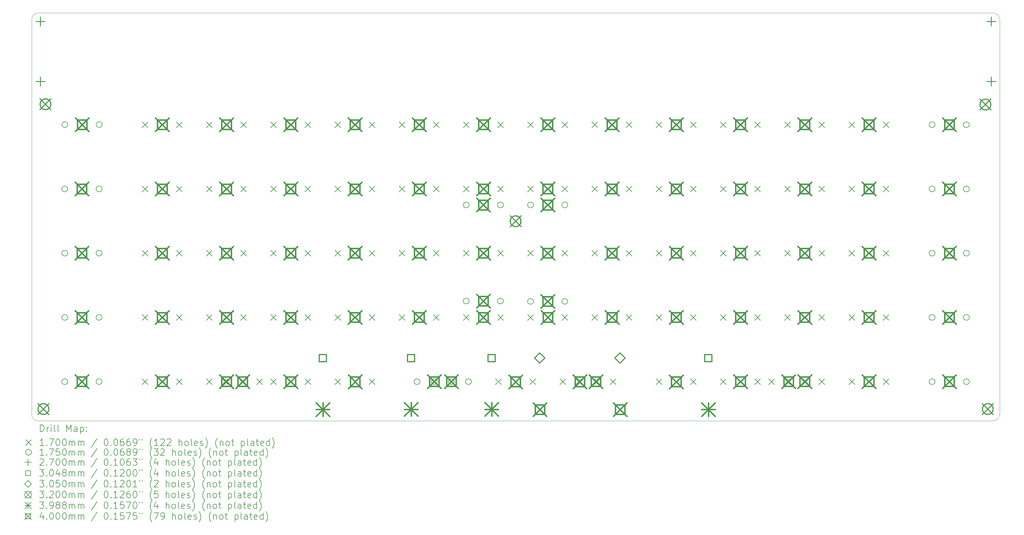
<source format=gbr>
%TF.GenerationSoftware,KiCad,Pcbnew,7.0.6*%
%TF.CreationDate,2024-02-02T12:37:57-05:00*%
%TF.ProjectId,causeway_THT,63617573-6577-4617-995f-5448542e6b69,rev?*%
%TF.SameCoordinates,Original*%
%TF.FileFunction,Drillmap*%
%TF.FilePolarity,Positive*%
%FSLAX45Y45*%
G04 Gerber Fmt 4.5, Leading zero omitted, Abs format (unit mm)*
G04 Created by KiCad (PCBNEW 7.0.6) date 2024-02-02 12:37:57*
%MOMM*%
%LPD*%
G01*
G04 APERTURE LIST*
%ADD10C,0.100000*%
%ADD11C,0.200000*%
%ADD12C,0.170000*%
%ADD13C,0.175000*%
%ADD14C,0.270000*%
%ADD15C,0.304800*%
%ADD16C,0.305000*%
%ADD17C,0.320000*%
%ADD18C,0.398780*%
%ADD19C,0.400000*%
G04 APERTURE END LIST*
D10*
X30343800Y-15006000D02*
G75*
G03*
X30543800Y-14806000I0J200000D01*
G01*
X2043800Y-2906000D02*
G75*
G03*
X1843800Y-3106000I0J-200000D01*
G01*
X1843800Y-14806000D02*
X1843800Y-3106000D01*
X1843800Y-14806000D02*
G75*
G03*
X2043800Y-15006000I200000J0D01*
G01*
X30343800Y-15006000D02*
X2043800Y-15006000D01*
X30543800Y-3106000D02*
G75*
G03*
X30343800Y-2906000I-200000J0D01*
G01*
X30543800Y-3106000D02*
X30543800Y-14806000D01*
X2043800Y-2906000D02*
X30343800Y-2906000D01*
D11*
D12*
X5122000Y-6138000D02*
X5292000Y-6308000D01*
X5292000Y-6138000D02*
X5122000Y-6308000D01*
X5122000Y-8043000D02*
X5292000Y-8213000D01*
X5292000Y-8043000D02*
X5122000Y-8213000D01*
X5122000Y-9948000D02*
X5292000Y-10118000D01*
X5292000Y-9948000D02*
X5122000Y-10118000D01*
X5122000Y-11853000D02*
X5292000Y-12023000D01*
X5292000Y-11853000D02*
X5122000Y-12023000D01*
X5122000Y-13758000D02*
X5292000Y-13928000D01*
X5292000Y-13758000D02*
X5122000Y-13928000D01*
X6138000Y-6138000D02*
X6308000Y-6308000D01*
X6308000Y-6138000D02*
X6138000Y-6308000D01*
X6138000Y-8043000D02*
X6308000Y-8213000D01*
X6308000Y-8043000D02*
X6138000Y-8213000D01*
X6138000Y-9948000D02*
X6308000Y-10118000D01*
X6308000Y-9948000D02*
X6138000Y-10118000D01*
X6138000Y-11853000D02*
X6308000Y-12023000D01*
X6308000Y-11853000D02*
X6138000Y-12023000D01*
X6138000Y-13758000D02*
X6308000Y-13928000D01*
X6308000Y-13758000D02*
X6138000Y-13928000D01*
X7027000Y-6138000D02*
X7197000Y-6308000D01*
X7197000Y-6138000D02*
X7027000Y-6308000D01*
X7027000Y-8043000D02*
X7197000Y-8213000D01*
X7197000Y-8043000D02*
X7027000Y-8213000D01*
X7027000Y-9948000D02*
X7197000Y-10118000D01*
X7197000Y-9948000D02*
X7027000Y-10118000D01*
X7027000Y-11853000D02*
X7197000Y-12023000D01*
X7197000Y-11853000D02*
X7027000Y-12023000D01*
X7027000Y-13758000D02*
X7197000Y-13928000D01*
X7197000Y-13758000D02*
X7027000Y-13928000D01*
X7503250Y-13758000D02*
X7673250Y-13928000D01*
X7673250Y-13758000D02*
X7503250Y-13928000D01*
X8043000Y-6138000D02*
X8213000Y-6308000D01*
X8213000Y-6138000D02*
X8043000Y-6308000D01*
X8043000Y-8043000D02*
X8213000Y-8213000D01*
X8213000Y-8043000D02*
X8043000Y-8213000D01*
X8043000Y-9948000D02*
X8213000Y-10118000D01*
X8213000Y-9948000D02*
X8043000Y-10118000D01*
X8043000Y-11853000D02*
X8213000Y-12023000D01*
X8213000Y-11853000D02*
X8043000Y-12023000D01*
X8043000Y-13758000D02*
X8213000Y-13928000D01*
X8213000Y-13758000D02*
X8043000Y-13928000D01*
X8519250Y-13758000D02*
X8689250Y-13928000D01*
X8689250Y-13758000D02*
X8519250Y-13928000D01*
X8932000Y-6138000D02*
X9102000Y-6308000D01*
X9102000Y-6138000D02*
X8932000Y-6308000D01*
X8932000Y-8043000D02*
X9102000Y-8213000D01*
X9102000Y-8043000D02*
X8932000Y-8213000D01*
X8932000Y-9948000D02*
X9102000Y-10118000D01*
X9102000Y-9948000D02*
X8932000Y-10118000D01*
X8932000Y-11853000D02*
X9102000Y-12023000D01*
X9102000Y-11853000D02*
X8932000Y-12023000D01*
X8932000Y-13758000D02*
X9102000Y-13928000D01*
X9102000Y-13758000D02*
X8932000Y-13928000D01*
X9948000Y-6138000D02*
X10118000Y-6308000D01*
X10118000Y-6138000D02*
X9948000Y-6308000D01*
X9948000Y-8043000D02*
X10118000Y-8213000D01*
X10118000Y-8043000D02*
X9948000Y-8213000D01*
X9948000Y-9948000D02*
X10118000Y-10118000D01*
X10118000Y-9948000D02*
X9948000Y-10118000D01*
X9948000Y-11853000D02*
X10118000Y-12023000D01*
X10118000Y-11853000D02*
X9948000Y-12023000D01*
X9948000Y-13758000D02*
X10118000Y-13928000D01*
X10118000Y-13758000D02*
X9948000Y-13928000D01*
X10837000Y-6138000D02*
X11007000Y-6308000D01*
X11007000Y-6138000D02*
X10837000Y-6308000D01*
X10837000Y-8043000D02*
X11007000Y-8213000D01*
X11007000Y-8043000D02*
X10837000Y-8213000D01*
X10837000Y-9948000D02*
X11007000Y-10118000D01*
X11007000Y-9948000D02*
X10837000Y-10118000D01*
X10837000Y-11853000D02*
X11007000Y-12023000D01*
X11007000Y-11853000D02*
X10837000Y-12023000D01*
X10839800Y-13759000D02*
X11009800Y-13929000D01*
X11009800Y-13759000D02*
X10839800Y-13929000D01*
X11853000Y-6138000D02*
X12023000Y-6308000D01*
X12023000Y-6138000D02*
X11853000Y-6308000D01*
X11853000Y-8043000D02*
X12023000Y-8213000D01*
X12023000Y-8043000D02*
X11853000Y-8213000D01*
X11853000Y-9948000D02*
X12023000Y-10118000D01*
X12023000Y-9948000D02*
X11853000Y-10118000D01*
X11853000Y-11853000D02*
X12023000Y-12023000D01*
X12023000Y-11853000D02*
X11853000Y-12023000D01*
X11855800Y-13759000D02*
X12025800Y-13929000D01*
X12025800Y-13759000D02*
X11855800Y-13929000D01*
X12742000Y-6138000D02*
X12912000Y-6308000D01*
X12912000Y-6138000D02*
X12742000Y-6308000D01*
X12742000Y-8043000D02*
X12912000Y-8213000D01*
X12912000Y-8043000D02*
X12742000Y-8213000D01*
X12742000Y-9948000D02*
X12912000Y-10118000D01*
X12912000Y-9948000D02*
X12742000Y-10118000D01*
X12742000Y-11853000D02*
X12912000Y-12023000D01*
X12912000Y-11853000D02*
X12742000Y-12023000D01*
X13758000Y-6138000D02*
X13928000Y-6308000D01*
X13928000Y-6138000D02*
X13758000Y-6308000D01*
X13758000Y-8043000D02*
X13928000Y-8213000D01*
X13928000Y-8043000D02*
X13758000Y-8213000D01*
X13758000Y-9948000D02*
X13928000Y-10118000D01*
X13928000Y-9948000D02*
X13758000Y-10118000D01*
X13758000Y-11853000D02*
X13928000Y-12023000D01*
X13928000Y-11853000D02*
X13758000Y-12023000D01*
X14644800Y-11852000D02*
X14814800Y-12022000D01*
X14814800Y-11852000D02*
X14644800Y-12022000D01*
X14647000Y-6138000D02*
X14817000Y-6308000D01*
X14817000Y-6138000D02*
X14647000Y-6308000D01*
X14647000Y-8043000D02*
X14817000Y-8213000D01*
X14817000Y-8043000D02*
X14647000Y-8213000D01*
X14647000Y-9948000D02*
X14817000Y-10118000D01*
X14817000Y-9948000D02*
X14647000Y-10118000D01*
X15599500Y-13761000D02*
X15769500Y-13931000D01*
X15769500Y-13761000D02*
X15599500Y-13931000D01*
X15660800Y-11852000D02*
X15830800Y-12022000D01*
X15830800Y-11852000D02*
X15660800Y-12022000D01*
X15663000Y-6138000D02*
X15833000Y-6308000D01*
X15833000Y-6138000D02*
X15663000Y-6308000D01*
X15663000Y-8043000D02*
X15833000Y-8213000D01*
X15833000Y-8043000D02*
X15663000Y-8213000D01*
X15663000Y-9948000D02*
X15833000Y-10118000D01*
X15833000Y-9948000D02*
X15663000Y-10118000D01*
X16552000Y-6138000D02*
X16722000Y-6308000D01*
X16722000Y-6138000D02*
X16552000Y-6308000D01*
X16552000Y-8043000D02*
X16722000Y-8213000D01*
X16722000Y-8043000D02*
X16552000Y-8213000D01*
X16552000Y-9948000D02*
X16722000Y-10118000D01*
X16722000Y-9948000D02*
X16552000Y-10118000D01*
X16553800Y-11852000D02*
X16723800Y-12022000D01*
X16723800Y-11852000D02*
X16553800Y-12022000D01*
X16615500Y-13761000D02*
X16785500Y-13931000D01*
X16785500Y-13761000D02*
X16615500Y-13931000D01*
X17506800Y-13760000D02*
X17676800Y-13930000D01*
X17676800Y-13760000D02*
X17506800Y-13930000D01*
X17568000Y-6138000D02*
X17738000Y-6308000D01*
X17738000Y-6138000D02*
X17568000Y-6308000D01*
X17568000Y-8043000D02*
X17738000Y-8213000D01*
X17738000Y-8043000D02*
X17568000Y-8213000D01*
X17568000Y-9948000D02*
X17738000Y-10118000D01*
X17738000Y-9948000D02*
X17568000Y-10118000D01*
X17569800Y-11852000D02*
X17739800Y-12022000D01*
X17739800Y-11852000D02*
X17569800Y-12022000D01*
X17980750Y-13758000D02*
X18150750Y-13928000D01*
X18150750Y-13758000D02*
X17980750Y-13928000D01*
X18457000Y-6138000D02*
X18627000Y-6308000D01*
X18627000Y-6138000D02*
X18457000Y-6308000D01*
X18457000Y-8043000D02*
X18627000Y-8213000D01*
X18627000Y-8043000D02*
X18457000Y-8213000D01*
X18457000Y-9948000D02*
X18627000Y-10118000D01*
X18627000Y-9948000D02*
X18457000Y-10118000D01*
X18457000Y-11853000D02*
X18627000Y-12023000D01*
X18627000Y-11853000D02*
X18457000Y-12023000D01*
X18522800Y-13760000D02*
X18692800Y-13930000D01*
X18692800Y-13760000D02*
X18522800Y-13930000D01*
X18996750Y-13758000D02*
X19166750Y-13928000D01*
X19166750Y-13758000D02*
X18996750Y-13928000D01*
X19473000Y-6138000D02*
X19643000Y-6308000D01*
X19643000Y-6138000D02*
X19473000Y-6308000D01*
X19473000Y-8043000D02*
X19643000Y-8213000D01*
X19643000Y-8043000D02*
X19473000Y-8213000D01*
X19473000Y-9948000D02*
X19643000Y-10118000D01*
X19643000Y-9948000D02*
X19473000Y-10118000D01*
X19473000Y-11853000D02*
X19643000Y-12023000D01*
X19643000Y-11853000D02*
X19473000Y-12023000D01*
X20362000Y-6138000D02*
X20532000Y-6308000D01*
X20532000Y-6138000D02*
X20362000Y-6308000D01*
X20362000Y-8043000D02*
X20532000Y-8213000D01*
X20532000Y-8043000D02*
X20362000Y-8213000D01*
X20362000Y-9948000D02*
X20532000Y-10118000D01*
X20532000Y-9948000D02*
X20362000Y-10118000D01*
X20362000Y-11853000D02*
X20532000Y-12023000D01*
X20532000Y-11853000D02*
X20362000Y-12023000D01*
X20362000Y-13761000D02*
X20532000Y-13931000D01*
X20532000Y-13761000D02*
X20362000Y-13931000D01*
X21378000Y-6138000D02*
X21548000Y-6308000D01*
X21548000Y-6138000D02*
X21378000Y-6308000D01*
X21378000Y-8043000D02*
X21548000Y-8213000D01*
X21548000Y-8043000D02*
X21378000Y-8213000D01*
X21378000Y-9948000D02*
X21548000Y-10118000D01*
X21548000Y-9948000D02*
X21378000Y-10118000D01*
X21378000Y-11853000D02*
X21548000Y-12023000D01*
X21548000Y-11853000D02*
X21378000Y-12023000D01*
X21378000Y-13761000D02*
X21548000Y-13931000D01*
X21548000Y-13761000D02*
X21378000Y-13931000D01*
X22267000Y-6138000D02*
X22437000Y-6308000D01*
X22437000Y-6138000D02*
X22267000Y-6308000D01*
X22267000Y-8043000D02*
X22437000Y-8213000D01*
X22437000Y-8043000D02*
X22267000Y-8213000D01*
X22267000Y-9948000D02*
X22437000Y-10118000D01*
X22437000Y-9948000D02*
X22267000Y-10118000D01*
X22267000Y-11853000D02*
X22437000Y-12023000D01*
X22437000Y-11853000D02*
X22267000Y-12023000D01*
X22267000Y-13758000D02*
X22437000Y-13928000D01*
X22437000Y-13758000D02*
X22267000Y-13928000D01*
X23283000Y-6138000D02*
X23453000Y-6308000D01*
X23453000Y-6138000D02*
X23283000Y-6308000D01*
X23283000Y-8043000D02*
X23453000Y-8213000D01*
X23453000Y-8043000D02*
X23283000Y-8213000D01*
X23283000Y-9948000D02*
X23453000Y-10118000D01*
X23453000Y-9948000D02*
X23283000Y-10118000D01*
X23283000Y-11853000D02*
X23453000Y-12023000D01*
X23453000Y-11853000D02*
X23283000Y-12023000D01*
X23283000Y-13758000D02*
X23453000Y-13928000D01*
X23453000Y-13758000D02*
X23283000Y-13928000D01*
X23695750Y-13758000D02*
X23865750Y-13928000D01*
X23865750Y-13758000D02*
X23695750Y-13928000D01*
X24172000Y-6138000D02*
X24342000Y-6308000D01*
X24342000Y-6138000D02*
X24172000Y-6308000D01*
X24172000Y-8043000D02*
X24342000Y-8213000D01*
X24342000Y-8043000D02*
X24172000Y-8213000D01*
X24172000Y-9948000D02*
X24342000Y-10118000D01*
X24342000Y-9948000D02*
X24172000Y-10118000D01*
X24172000Y-11853000D02*
X24342000Y-12023000D01*
X24342000Y-11853000D02*
X24172000Y-12023000D01*
X24172000Y-13758000D02*
X24342000Y-13928000D01*
X24342000Y-13758000D02*
X24172000Y-13928000D01*
X24711750Y-13758000D02*
X24881750Y-13928000D01*
X24881750Y-13758000D02*
X24711750Y-13928000D01*
X25188000Y-6138000D02*
X25358000Y-6308000D01*
X25358000Y-6138000D02*
X25188000Y-6308000D01*
X25188000Y-8043000D02*
X25358000Y-8213000D01*
X25358000Y-8043000D02*
X25188000Y-8213000D01*
X25188000Y-9948000D02*
X25358000Y-10118000D01*
X25358000Y-9948000D02*
X25188000Y-10118000D01*
X25188000Y-11853000D02*
X25358000Y-12023000D01*
X25358000Y-11853000D02*
X25188000Y-12023000D01*
X25188000Y-13758000D02*
X25358000Y-13928000D01*
X25358000Y-13758000D02*
X25188000Y-13928000D01*
X26077000Y-6138000D02*
X26247000Y-6308000D01*
X26247000Y-6138000D02*
X26077000Y-6308000D01*
X26077000Y-8043000D02*
X26247000Y-8213000D01*
X26247000Y-8043000D02*
X26077000Y-8213000D01*
X26077000Y-9948000D02*
X26247000Y-10118000D01*
X26247000Y-9948000D02*
X26077000Y-10118000D01*
X26077000Y-11853000D02*
X26247000Y-12023000D01*
X26247000Y-11853000D02*
X26077000Y-12023000D01*
X26077000Y-13758000D02*
X26247000Y-13928000D01*
X26247000Y-13758000D02*
X26077000Y-13928000D01*
X27093000Y-6138000D02*
X27263000Y-6308000D01*
X27263000Y-6138000D02*
X27093000Y-6308000D01*
X27093000Y-8043000D02*
X27263000Y-8213000D01*
X27263000Y-8043000D02*
X27093000Y-8213000D01*
X27093000Y-9948000D02*
X27263000Y-10118000D01*
X27263000Y-9948000D02*
X27093000Y-10118000D01*
X27093000Y-11853000D02*
X27263000Y-12023000D01*
X27263000Y-11853000D02*
X27093000Y-12023000D01*
X27093000Y-13758000D02*
X27263000Y-13928000D01*
X27263000Y-13758000D02*
X27093000Y-13928000D01*
D13*
X2913300Y-8128000D02*
G75*
G03*
X2913300Y-8128000I-87500J0D01*
G01*
X2913300Y-10033000D02*
G75*
G03*
X2913300Y-10033000I-87500J0D01*
G01*
X2913300Y-11938000D02*
G75*
G03*
X2913300Y-11938000I-87500J0D01*
G01*
X2913300Y-13843000D02*
G75*
G03*
X2913300Y-13843000I-87500J0D01*
G01*
X2917500Y-6219000D02*
G75*
G03*
X2917500Y-6219000I-87500J0D01*
G01*
X3929300Y-8128000D02*
G75*
G03*
X3929300Y-8128000I-87500J0D01*
G01*
X3929300Y-10033000D02*
G75*
G03*
X3929300Y-10033000I-87500J0D01*
G01*
X3929300Y-11938000D02*
G75*
G03*
X3929300Y-11938000I-87500J0D01*
G01*
X3929300Y-13843000D02*
G75*
G03*
X3929300Y-13843000I-87500J0D01*
G01*
X3933500Y-6219000D02*
G75*
G03*
X3933500Y-6219000I-87500J0D01*
G01*
X13359050Y-13843000D02*
G75*
G03*
X13359050Y-13843000I-87500J0D01*
G01*
X13867000Y-13843000D02*
G75*
G03*
X13867000Y-13843000I-87500J0D01*
G01*
X14375050Y-13843000D02*
G75*
G03*
X14375050Y-13843000I-87500J0D01*
G01*
X14814500Y-8603000D02*
G75*
G03*
X14814500Y-8603000I-87500J0D01*
G01*
X14814500Y-11453000D02*
G75*
G03*
X14814500Y-11453000I-87500J0D01*
G01*
X14883000Y-13843000D02*
G75*
G03*
X14883000Y-13843000I-87500J0D01*
G01*
X15830500Y-8603000D02*
G75*
G03*
X15830500Y-8603000I-87500J0D01*
G01*
X15830500Y-11453000D02*
G75*
G03*
X15830500Y-11453000I-87500J0D01*
G01*
X16724500Y-8603000D02*
G75*
G03*
X16724500Y-8603000I-87500J0D01*
G01*
X16724500Y-11463000D02*
G75*
G03*
X16724500Y-11463000I-87500J0D01*
G01*
X17740500Y-8603000D02*
G75*
G03*
X17740500Y-8603000I-87500J0D01*
G01*
X17740500Y-11463000D02*
G75*
G03*
X17740500Y-11463000I-87500J0D01*
G01*
X28630700Y-6223000D02*
G75*
G03*
X28630700Y-6223000I-87500J0D01*
G01*
X28630700Y-8128000D02*
G75*
G03*
X28630700Y-8128000I-87500J0D01*
G01*
X28630700Y-10033000D02*
G75*
G03*
X28630700Y-10033000I-87500J0D01*
G01*
X28630700Y-11938000D02*
G75*
G03*
X28630700Y-11938000I-87500J0D01*
G01*
X28630700Y-13843000D02*
G75*
G03*
X28630700Y-13843000I-87500J0D01*
G01*
X29646700Y-6223000D02*
G75*
G03*
X29646700Y-6223000I-87500J0D01*
G01*
X29646700Y-8128000D02*
G75*
G03*
X29646700Y-8128000I-87500J0D01*
G01*
X29646700Y-10033000D02*
G75*
G03*
X29646700Y-10033000I-87500J0D01*
G01*
X29646700Y-11938000D02*
G75*
G03*
X29646700Y-11938000I-87500J0D01*
G01*
X29646700Y-13843000D02*
G75*
G03*
X29646700Y-13843000I-87500J0D01*
G01*
D14*
X2097800Y-3025000D02*
X2097800Y-3295000D01*
X1962800Y-3160000D02*
X2232800Y-3160000D01*
X2097800Y-4803000D02*
X2097800Y-5073000D01*
X1962800Y-4938000D02*
X2232800Y-4938000D01*
X30291800Y-3025000D02*
X30291800Y-3295000D01*
X30156800Y-3160000D02*
X30426800Y-3160000D01*
X30291800Y-4803000D02*
X30291800Y-5073000D01*
X30156800Y-4938000D02*
X30426800Y-4938000D01*
D15*
X10585264Y-13255264D02*
X10585264Y-13039736D01*
X10369736Y-13039736D01*
X10369736Y-13255264D01*
X10585264Y-13255264D01*
X13201464Y-13252264D02*
X13201464Y-13036736D01*
X12985936Y-13036736D01*
X12985936Y-13252264D01*
X13201464Y-13252264D01*
X15589064Y-13252264D02*
X15589064Y-13036736D01*
X15373536Y-13036736D01*
X15373536Y-13252264D01*
X15589064Y-13252264D01*
X22015264Y-13255264D02*
X22015264Y-13039736D01*
X21799736Y-13039736D01*
X21799736Y-13255264D01*
X22015264Y-13255264D01*
D16*
X16909800Y-13297500D02*
X17062300Y-13145000D01*
X16909800Y-12992500D01*
X16757300Y-13145000D01*
X16909800Y-13297500D01*
X19289800Y-13297500D02*
X19442300Y-13145000D01*
X19289800Y-12992500D01*
X19137300Y-13145000D01*
X19289800Y-13297500D01*
D17*
X2033800Y-14496000D02*
X2353800Y-14816000D01*
X2353800Y-14496000D02*
X2033800Y-14816000D01*
X2353800Y-14656000D02*
G75*
G03*
X2353800Y-14656000I-160000J0D01*
G01*
X2093800Y-5456000D02*
X2413800Y-5776000D01*
X2413800Y-5456000D02*
X2093800Y-5776000D01*
X2413800Y-5616000D02*
G75*
G03*
X2413800Y-5616000I-160000J0D01*
G01*
X16033800Y-8926000D02*
X16353800Y-9246000D01*
X16353800Y-8926000D02*
X16033800Y-9246000D01*
X16353800Y-9086000D02*
G75*
G03*
X16353800Y-9086000I-160000J0D01*
G01*
X29963800Y-5466000D02*
X30283800Y-5786000D01*
X30283800Y-5466000D02*
X29963800Y-5786000D01*
X30283800Y-5626000D02*
G75*
G03*
X30283800Y-5626000I-160000J0D01*
G01*
X30033800Y-14496000D02*
X30353800Y-14816000D01*
X30353800Y-14496000D02*
X30033800Y-14816000D01*
X30353800Y-14656000D02*
G75*
G03*
X30353800Y-14656000I-160000J0D01*
G01*
D18*
X10278110Y-14469110D02*
X10676890Y-14867890D01*
X10676890Y-14469110D02*
X10278110Y-14867890D01*
X10477500Y-14469110D02*
X10477500Y-14867890D01*
X10278110Y-14668500D02*
X10676890Y-14668500D01*
X12894310Y-14466110D02*
X13293090Y-14864890D01*
X13293090Y-14466110D02*
X12894310Y-14864890D01*
X13093700Y-14466110D02*
X13093700Y-14864890D01*
X12894310Y-14665500D02*
X13293090Y-14665500D01*
X15281910Y-14466110D02*
X15680690Y-14864890D01*
X15680690Y-14466110D02*
X15281910Y-14864890D01*
X15481300Y-14466110D02*
X15481300Y-14864890D01*
X15281910Y-14665500D02*
X15680690Y-14665500D01*
X21708110Y-14469110D02*
X22106890Y-14867890D01*
X22106890Y-14469110D02*
X21708110Y-14867890D01*
X21907500Y-14469110D02*
X21907500Y-14867890D01*
X21708110Y-14668500D02*
X22106890Y-14668500D01*
D19*
X3133800Y-7928000D02*
X3533800Y-8328000D01*
X3533800Y-7928000D02*
X3133800Y-8328000D01*
X3475223Y-8269423D02*
X3475223Y-7986577D01*
X3192377Y-7986577D01*
X3192377Y-8269423D01*
X3475223Y-8269423D01*
X3133800Y-9833000D02*
X3533800Y-10233000D01*
X3533800Y-9833000D02*
X3133800Y-10233000D01*
X3475223Y-10174423D02*
X3475223Y-9891577D01*
X3192377Y-9891577D01*
X3192377Y-10174423D01*
X3475223Y-10174423D01*
X3133800Y-11738000D02*
X3533800Y-12138000D01*
X3533800Y-11738000D02*
X3133800Y-12138000D01*
X3475223Y-12079423D02*
X3475223Y-11796577D01*
X3192377Y-11796577D01*
X3192377Y-12079423D01*
X3475223Y-12079423D01*
X3133800Y-13643000D02*
X3533800Y-14043000D01*
X3533800Y-13643000D02*
X3133800Y-14043000D01*
X3475223Y-13984423D02*
X3475223Y-13701577D01*
X3192377Y-13701577D01*
X3192377Y-13984423D01*
X3475223Y-13984423D01*
X3138000Y-6019000D02*
X3538000Y-6419000D01*
X3538000Y-6019000D02*
X3138000Y-6419000D01*
X3479423Y-6360423D02*
X3479423Y-6077577D01*
X3196577Y-6077577D01*
X3196577Y-6360423D01*
X3479423Y-6360423D01*
X5515000Y-6023000D02*
X5915000Y-6423000D01*
X5915000Y-6023000D02*
X5515000Y-6423000D01*
X5856423Y-6364423D02*
X5856423Y-6081577D01*
X5573577Y-6081577D01*
X5573577Y-6364423D01*
X5856423Y-6364423D01*
X5515000Y-7928000D02*
X5915000Y-8328000D01*
X5915000Y-7928000D02*
X5515000Y-8328000D01*
X5856423Y-8269423D02*
X5856423Y-7986577D01*
X5573577Y-7986577D01*
X5573577Y-8269423D01*
X5856423Y-8269423D01*
X5515000Y-9833000D02*
X5915000Y-10233000D01*
X5915000Y-9833000D02*
X5515000Y-10233000D01*
X5856423Y-10174423D02*
X5856423Y-9891577D01*
X5573577Y-9891577D01*
X5573577Y-10174423D01*
X5856423Y-10174423D01*
X5515000Y-11738000D02*
X5915000Y-12138000D01*
X5915000Y-11738000D02*
X5515000Y-12138000D01*
X5856423Y-12079423D02*
X5856423Y-11796577D01*
X5573577Y-11796577D01*
X5573577Y-12079423D01*
X5856423Y-12079423D01*
X5515000Y-13643000D02*
X5915000Y-14043000D01*
X5915000Y-13643000D02*
X5515000Y-14043000D01*
X5856423Y-13984423D02*
X5856423Y-13701577D01*
X5573577Y-13701577D01*
X5573577Y-13984423D01*
X5856423Y-13984423D01*
X7420000Y-6023000D02*
X7820000Y-6423000D01*
X7820000Y-6023000D02*
X7420000Y-6423000D01*
X7761423Y-6364423D02*
X7761423Y-6081577D01*
X7478577Y-6081577D01*
X7478577Y-6364423D01*
X7761423Y-6364423D01*
X7420000Y-7928000D02*
X7820000Y-8328000D01*
X7820000Y-7928000D02*
X7420000Y-8328000D01*
X7761423Y-8269423D02*
X7761423Y-7986577D01*
X7478577Y-7986577D01*
X7478577Y-8269423D01*
X7761423Y-8269423D01*
X7420000Y-9833000D02*
X7820000Y-10233000D01*
X7820000Y-9833000D02*
X7420000Y-10233000D01*
X7761423Y-10174423D02*
X7761423Y-9891577D01*
X7478577Y-9891577D01*
X7478577Y-10174423D01*
X7761423Y-10174423D01*
X7420000Y-11738000D02*
X7820000Y-12138000D01*
X7820000Y-11738000D02*
X7420000Y-12138000D01*
X7761423Y-12079423D02*
X7761423Y-11796577D01*
X7478577Y-11796577D01*
X7478577Y-12079423D01*
X7761423Y-12079423D01*
X7420000Y-13643000D02*
X7820000Y-14043000D01*
X7820000Y-13643000D02*
X7420000Y-14043000D01*
X7761423Y-13984423D02*
X7761423Y-13701577D01*
X7478577Y-13701577D01*
X7478577Y-13984423D01*
X7761423Y-13984423D01*
X7896250Y-13643000D02*
X8296250Y-14043000D01*
X8296250Y-13643000D02*
X7896250Y-14043000D01*
X8237673Y-13984423D02*
X8237673Y-13701577D01*
X7954827Y-13701577D01*
X7954827Y-13984423D01*
X8237673Y-13984423D01*
X9325000Y-6023000D02*
X9725000Y-6423000D01*
X9725000Y-6023000D02*
X9325000Y-6423000D01*
X9666423Y-6364423D02*
X9666423Y-6081577D01*
X9383577Y-6081577D01*
X9383577Y-6364423D01*
X9666423Y-6364423D01*
X9325000Y-7928000D02*
X9725000Y-8328000D01*
X9725000Y-7928000D02*
X9325000Y-8328000D01*
X9666423Y-8269423D02*
X9666423Y-7986577D01*
X9383577Y-7986577D01*
X9383577Y-8269423D01*
X9666423Y-8269423D01*
X9325000Y-9833000D02*
X9725000Y-10233000D01*
X9725000Y-9833000D02*
X9325000Y-10233000D01*
X9666423Y-10174423D02*
X9666423Y-9891577D01*
X9383577Y-9891577D01*
X9383577Y-10174423D01*
X9666423Y-10174423D01*
X9325000Y-11738000D02*
X9725000Y-12138000D01*
X9725000Y-11738000D02*
X9325000Y-12138000D01*
X9666423Y-12079423D02*
X9666423Y-11796577D01*
X9383577Y-11796577D01*
X9383577Y-12079423D01*
X9666423Y-12079423D01*
X9325000Y-13643000D02*
X9725000Y-14043000D01*
X9725000Y-13643000D02*
X9325000Y-14043000D01*
X9666423Y-13984423D02*
X9666423Y-13701577D01*
X9383577Y-13701577D01*
X9383577Y-13984423D01*
X9666423Y-13984423D01*
X11230000Y-6023000D02*
X11630000Y-6423000D01*
X11630000Y-6023000D02*
X11230000Y-6423000D01*
X11571423Y-6364423D02*
X11571423Y-6081577D01*
X11288577Y-6081577D01*
X11288577Y-6364423D01*
X11571423Y-6364423D01*
X11230000Y-7928000D02*
X11630000Y-8328000D01*
X11630000Y-7928000D02*
X11230000Y-8328000D01*
X11571423Y-8269423D02*
X11571423Y-7986577D01*
X11288577Y-7986577D01*
X11288577Y-8269423D01*
X11571423Y-8269423D01*
X11230000Y-9833000D02*
X11630000Y-10233000D01*
X11630000Y-9833000D02*
X11230000Y-10233000D01*
X11571423Y-10174423D02*
X11571423Y-9891577D01*
X11288577Y-9891577D01*
X11288577Y-10174423D01*
X11571423Y-10174423D01*
X11230000Y-11738000D02*
X11630000Y-12138000D01*
X11630000Y-11738000D02*
X11230000Y-12138000D01*
X11571423Y-12079423D02*
X11571423Y-11796577D01*
X11288577Y-11796577D01*
X11288577Y-12079423D01*
X11571423Y-12079423D01*
X11232800Y-13644000D02*
X11632800Y-14044000D01*
X11632800Y-13644000D02*
X11232800Y-14044000D01*
X11574223Y-13985423D02*
X11574223Y-13702577D01*
X11291377Y-13702577D01*
X11291377Y-13985423D01*
X11574223Y-13985423D01*
X13135000Y-6023000D02*
X13535000Y-6423000D01*
X13535000Y-6023000D02*
X13135000Y-6423000D01*
X13476423Y-6364423D02*
X13476423Y-6081577D01*
X13193577Y-6081577D01*
X13193577Y-6364423D01*
X13476423Y-6364423D01*
X13135000Y-7928000D02*
X13535000Y-8328000D01*
X13535000Y-7928000D02*
X13135000Y-8328000D01*
X13476423Y-8269423D02*
X13476423Y-7986577D01*
X13193577Y-7986577D01*
X13193577Y-8269423D01*
X13476423Y-8269423D01*
X13135000Y-9833000D02*
X13535000Y-10233000D01*
X13535000Y-9833000D02*
X13135000Y-10233000D01*
X13476423Y-10174423D02*
X13476423Y-9891577D01*
X13193577Y-9891577D01*
X13193577Y-10174423D01*
X13476423Y-10174423D01*
X13135000Y-11738000D02*
X13535000Y-12138000D01*
X13535000Y-11738000D02*
X13135000Y-12138000D01*
X13476423Y-12079423D02*
X13476423Y-11796577D01*
X13193577Y-11796577D01*
X13193577Y-12079423D01*
X13476423Y-12079423D01*
X13579550Y-13643000D02*
X13979550Y-14043000D01*
X13979550Y-13643000D02*
X13579550Y-14043000D01*
X13920973Y-13984423D02*
X13920973Y-13701577D01*
X13638127Y-13701577D01*
X13638127Y-13984423D01*
X13920973Y-13984423D01*
X14087500Y-13643000D02*
X14487500Y-14043000D01*
X14487500Y-13643000D02*
X14087500Y-14043000D01*
X14428923Y-13984423D02*
X14428923Y-13701577D01*
X14146077Y-13701577D01*
X14146077Y-13984423D01*
X14428923Y-13984423D01*
X15035000Y-8403000D02*
X15435000Y-8803000D01*
X15435000Y-8403000D02*
X15035000Y-8803000D01*
X15376423Y-8744423D02*
X15376423Y-8461577D01*
X15093577Y-8461577D01*
X15093577Y-8744423D01*
X15376423Y-8744423D01*
X15035000Y-11253000D02*
X15435000Y-11653000D01*
X15435000Y-11253000D02*
X15035000Y-11653000D01*
X15376423Y-11594423D02*
X15376423Y-11311577D01*
X15093577Y-11311577D01*
X15093577Y-11594423D01*
X15376423Y-11594423D01*
X15037800Y-11737000D02*
X15437800Y-12137000D01*
X15437800Y-11737000D02*
X15037800Y-12137000D01*
X15379223Y-12078423D02*
X15379223Y-11795577D01*
X15096377Y-11795577D01*
X15096377Y-12078423D01*
X15379223Y-12078423D01*
X15040000Y-6023000D02*
X15440000Y-6423000D01*
X15440000Y-6023000D02*
X15040000Y-6423000D01*
X15381423Y-6364423D02*
X15381423Y-6081577D01*
X15098577Y-6081577D01*
X15098577Y-6364423D01*
X15381423Y-6364423D01*
X15040000Y-7928000D02*
X15440000Y-8328000D01*
X15440000Y-7928000D02*
X15040000Y-8328000D01*
X15381423Y-8269423D02*
X15381423Y-7986577D01*
X15098577Y-7986577D01*
X15098577Y-8269423D01*
X15381423Y-8269423D01*
X15040000Y-9833000D02*
X15440000Y-10233000D01*
X15440000Y-9833000D02*
X15040000Y-10233000D01*
X15381423Y-10174423D02*
X15381423Y-9891577D01*
X15098577Y-9891577D01*
X15098577Y-10174423D01*
X15381423Y-10174423D01*
X15992500Y-13646000D02*
X16392500Y-14046000D01*
X16392500Y-13646000D02*
X15992500Y-14046000D01*
X16333923Y-13987423D02*
X16333923Y-13704577D01*
X16051077Y-13704577D01*
X16051077Y-13987423D01*
X16333923Y-13987423D01*
X16709800Y-14469000D02*
X17109800Y-14869000D01*
X17109800Y-14469000D02*
X16709800Y-14869000D01*
X17051223Y-14810423D02*
X17051223Y-14527577D01*
X16768377Y-14527577D01*
X16768377Y-14810423D01*
X17051223Y-14810423D01*
X16945000Y-6023000D02*
X17345000Y-6423000D01*
X17345000Y-6023000D02*
X16945000Y-6423000D01*
X17286423Y-6364423D02*
X17286423Y-6081577D01*
X17003577Y-6081577D01*
X17003577Y-6364423D01*
X17286423Y-6364423D01*
X16945000Y-7928000D02*
X17345000Y-8328000D01*
X17345000Y-7928000D02*
X16945000Y-8328000D01*
X17286423Y-8269423D02*
X17286423Y-7986577D01*
X17003577Y-7986577D01*
X17003577Y-8269423D01*
X17286423Y-8269423D01*
X16945000Y-8403000D02*
X17345000Y-8803000D01*
X17345000Y-8403000D02*
X16945000Y-8803000D01*
X17286423Y-8744423D02*
X17286423Y-8461577D01*
X17003577Y-8461577D01*
X17003577Y-8744423D01*
X17286423Y-8744423D01*
X16945000Y-9833000D02*
X17345000Y-10233000D01*
X17345000Y-9833000D02*
X16945000Y-10233000D01*
X17286423Y-10174423D02*
X17286423Y-9891577D01*
X17003577Y-9891577D01*
X17003577Y-10174423D01*
X17286423Y-10174423D01*
X16945000Y-11263000D02*
X17345000Y-11663000D01*
X17345000Y-11263000D02*
X16945000Y-11663000D01*
X17286423Y-11604423D02*
X17286423Y-11321577D01*
X17003577Y-11321577D01*
X17003577Y-11604423D01*
X17286423Y-11604423D01*
X16946800Y-11737000D02*
X17346800Y-12137000D01*
X17346800Y-11737000D02*
X16946800Y-12137000D01*
X17288223Y-12078423D02*
X17288223Y-11795577D01*
X17005377Y-11795577D01*
X17005377Y-12078423D01*
X17288223Y-12078423D01*
X17899800Y-13645000D02*
X18299800Y-14045000D01*
X18299800Y-13645000D02*
X17899800Y-14045000D01*
X18241223Y-13986423D02*
X18241223Y-13703577D01*
X17958377Y-13703577D01*
X17958377Y-13986423D01*
X18241223Y-13986423D01*
X18373750Y-13643000D02*
X18773750Y-14043000D01*
X18773750Y-13643000D02*
X18373750Y-14043000D01*
X18715173Y-13984423D02*
X18715173Y-13701577D01*
X18432327Y-13701577D01*
X18432327Y-13984423D01*
X18715173Y-13984423D01*
X18850000Y-6023000D02*
X19250000Y-6423000D01*
X19250000Y-6023000D02*
X18850000Y-6423000D01*
X19191423Y-6364423D02*
X19191423Y-6081577D01*
X18908577Y-6081577D01*
X18908577Y-6364423D01*
X19191423Y-6364423D01*
X18850000Y-7928000D02*
X19250000Y-8328000D01*
X19250000Y-7928000D02*
X18850000Y-8328000D01*
X19191423Y-8269423D02*
X19191423Y-7986577D01*
X18908577Y-7986577D01*
X18908577Y-8269423D01*
X19191423Y-8269423D01*
X18850000Y-9833000D02*
X19250000Y-10233000D01*
X19250000Y-9833000D02*
X18850000Y-10233000D01*
X19191423Y-10174423D02*
X19191423Y-9891577D01*
X18908577Y-9891577D01*
X18908577Y-10174423D01*
X19191423Y-10174423D01*
X18850000Y-11738000D02*
X19250000Y-12138000D01*
X19250000Y-11738000D02*
X18850000Y-12138000D01*
X19191423Y-12079423D02*
X19191423Y-11796577D01*
X18908577Y-11796577D01*
X18908577Y-12079423D01*
X19191423Y-12079423D01*
X19089800Y-14469000D02*
X19489800Y-14869000D01*
X19489800Y-14469000D02*
X19089800Y-14869000D01*
X19431223Y-14810423D02*
X19431223Y-14527577D01*
X19148377Y-14527577D01*
X19148377Y-14810423D01*
X19431223Y-14810423D01*
X20755000Y-6023000D02*
X21155000Y-6423000D01*
X21155000Y-6023000D02*
X20755000Y-6423000D01*
X21096423Y-6364423D02*
X21096423Y-6081577D01*
X20813577Y-6081577D01*
X20813577Y-6364423D01*
X21096423Y-6364423D01*
X20755000Y-7928000D02*
X21155000Y-8328000D01*
X21155000Y-7928000D02*
X20755000Y-8328000D01*
X21096423Y-8269423D02*
X21096423Y-7986577D01*
X20813577Y-7986577D01*
X20813577Y-8269423D01*
X21096423Y-8269423D01*
X20755000Y-9833000D02*
X21155000Y-10233000D01*
X21155000Y-9833000D02*
X20755000Y-10233000D01*
X21096423Y-10174423D02*
X21096423Y-9891577D01*
X20813577Y-9891577D01*
X20813577Y-10174423D01*
X21096423Y-10174423D01*
X20755000Y-11738000D02*
X21155000Y-12138000D01*
X21155000Y-11738000D02*
X20755000Y-12138000D01*
X21096423Y-12079423D02*
X21096423Y-11796577D01*
X20813577Y-11796577D01*
X20813577Y-12079423D01*
X21096423Y-12079423D01*
X20755000Y-13646000D02*
X21155000Y-14046000D01*
X21155000Y-13646000D02*
X20755000Y-14046000D01*
X21096423Y-13987423D02*
X21096423Y-13704577D01*
X20813577Y-13704577D01*
X20813577Y-13987423D01*
X21096423Y-13987423D01*
X22660000Y-6023000D02*
X23060000Y-6423000D01*
X23060000Y-6023000D02*
X22660000Y-6423000D01*
X23001423Y-6364423D02*
X23001423Y-6081577D01*
X22718577Y-6081577D01*
X22718577Y-6364423D01*
X23001423Y-6364423D01*
X22660000Y-7928000D02*
X23060000Y-8328000D01*
X23060000Y-7928000D02*
X22660000Y-8328000D01*
X23001423Y-8269423D02*
X23001423Y-7986577D01*
X22718577Y-7986577D01*
X22718577Y-8269423D01*
X23001423Y-8269423D01*
X22660000Y-9833000D02*
X23060000Y-10233000D01*
X23060000Y-9833000D02*
X22660000Y-10233000D01*
X23001423Y-10174423D02*
X23001423Y-9891577D01*
X22718577Y-9891577D01*
X22718577Y-10174423D01*
X23001423Y-10174423D01*
X22660000Y-11738000D02*
X23060000Y-12138000D01*
X23060000Y-11738000D02*
X22660000Y-12138000D01*
X23001423Y-12079423D02*
X23001423Y-11796577D01*
X22718577Y-11796577D01*
X22718577Y-12079423D01*
X23001423Y-12079423D01*
X22660000Y-13643000D02*
X23060000Y-14043000D01*
X23060000Y-13643000D02*
X22660000Y-14043000D01*
X23001423Y-13984423D02*
X23001423Y-13701577D01*
X22718577Y-13701577D01*
X22718577Y-13984423D01*
X23001423Y-13984423D01*
X24088750Y-13643000D02*
X24488750Y-14043000D01*
X24488750Y-13643000D02*
X24088750Y-14043000D01*
X24430173Y-13984423D02*
X24430173Y-13701577D01*
X24147327Y-13701577D01*
X24147327Y-13984423D01*
X24430173Y-13984423D01*
X24565000Y-6023000D02*
X24965000Y-6423000D01*
X24965000Y-6023000D02*
X24565000Y-6423000D01*
X24906423Y-6364423D02*
X24906423Y-6081577D01*
X24623577Y-6081577D01*
X24623577Y-6364423D01*
X24906423Y-6364423D01*
X24565000Y-7928000D02*
X24965000Y-8328000D01*
X24965000Y-7928000D02*
X24565000Y-8328000D01*
X24906423Y-8269423D02*
X24906423Y-7986577D01*
X24623577Y-7986577D01*
X24623577Y-8269423D01*
X24906423Y-8269423D01*
X24565000Y-9833000D02*
X24965000Y-10233000D01*
X24965000Y-9833000D02*
X24565000Y-10233000D01*
X24906423Y-10174423D02*
X24906423Y-9891577D01*
X24623577Y-9891577D01*
X24623577Y-10174423D01*
X24906423Y-10174423D01*
X24565000Y-11738000D02*
X24965000Y-12138000D01*
X24965000Y-11738000D02*
X24565000Y-12138000D01*
X24906423Y-12079423D02*
X24906423Y-11796577D01*
X24623577Y-11796577D01*
X24623577Y-12079423D01*
X24906423Y-12079423D01*
X24565000Y-13643000D02*
X24965000Y-14043000D01*
X24965000Y-13643000D02*
X24565000Y-14043000D01*
X24906423Y-13984423D02*
X24906423Y-13701577D01*
X24623577Y-13701577D01*
X24623577Y-13984423D01*
X24906423Y-13984423D01*
X26470000Y-6023000D02*
X26870000Y-6423000D01*
X26870000Y-6023000D02*
X26470000Y-6423000D01*
X26811423Y-6364423D02*
X26811423Y-6081577D01*
X26528577Y-6081577D01*
X26528577Y-6364423D01*
X26811423Y-6364423D01*
X26470000Y-7928000D02*
X26870000Y-8328000D01*
X26870000Y-7928000D02*
X26470000Y-8328000D01*
X26811423Y-8269423D02*
X26811423Y-7986577D01*
X26528577Y-7986577D01*
X26528577Y-8269423D01*
X26811423Y-8269423D01*
X26470000Y-9833000D02*
X26870000Y-10233000D01*
X26870000Y-9833000D02*
X26470000Y-10233000D01*
X26811423Y-10174423D02*
X26811423Y-9891577D01*
X26528577Y-9891577D01*
X26528577Y-10174423D01*
X26811423Y-10174423D01*
X26470000Y-11738000D02*
X26870000Y-12138000D01*
X26870000Y-11738000D02*
X26470000Y-12138000D01*
X26811423Y-12079423D02*
X26811423Y-11796577D01*
X26528577Y-11796577D01*
X26528577Y-12079423D01*
X26811423Y-12079423D01*
X26470000Y-13643000D02*
X26870000Y-14043000D01*
X26870000Y-13643000D02*
X26470000Y-14043000D01*
X26811423Y-13984423D02*
X26811423Y-13701577D01*
X26528577Y-13701577D01*
X26528577Y-13984423D01*
X26811423Y-13984423D01*
X28851200Y-6023000D02*
X29251200Y-6423000D01*
X29251200Y-6023000D02*
X28851200Y-6423000D01*
X29192623Y-6364423D02*
X29192623Y-6081577D01*
X28909777Y-6081577D01*
X28909777Y-6364423D01*
X29192623Y-6364423D01*
X28851200Y-7928000D02*
X29251200Y-8328000D01*
X29251200Y-7928000D02*
X28851200Y-8328000D01*
X29192623Y-8269423D02*
X29192623Y-7986577D01*
X28909777Y-7986577D01*
X28909777Y-8269423D01*
X29192623Y-8269423D01*
X28851200Y-9833000D02*
X29251200Y-10233000D01*
X29251200Y-9833000D02*
X28851200Y-10233000D01*
X29192623Y-10174423D02*
X29192623Y-9891577D01*
X28909777Y-9891577D01*
X28909777Y-10174423D01*
X29192623Y-10174423D01*
X28851200Y-11738000D02*
X29251200Y-12138000D01*
X29251200Y-11738000D02*
X28851200Y-12138000D01*
X29192623Y-12079423D02*
X29192623Y-11796577D01*
X28909777Y-11796577D01*
X28909777Y-12079423D01*
X29192623Y-12079423D01*
X28851200Y-13643000D02*
X29251200Y-14043000D01*
X29251200Y-13643000D02*
X28851200Y-14043000D01*
X29192623Y-13984423D02*
X29192623Y-13701577D01*
X28909777Y-13701577D01*
X28909777Y-13984423D01*
X29192623Y-13984423D01*
D11*
X2099577Y-15322484D02*
X2099577Y-15122484D01*
X2099577Y-15122484D02*
X2147196Y-15122484D01*
X2147196Y-15122484D02*
X2175767Y-15132008D01*
X2175767Y-15132008D02*
X2194815Y-15151055D01*
X2194815Y-15151055D02*
X2204339Y-15170103D01*
X2204339Y-15170103D02*
X2213863Y-15208198D01*
X2213863Y-15208198D02*
X2213863Y-15236769D01*
X2213863Y-15236769D02*
X2204339Y-15274865D01*
X2204339Y-15274865D02*
X2194815Y-15293912D01*
X2194815Y-15293912D02*
X2175767Y-15312960D01*
X2175767Y-15312960D02*
X2147196Y-15322484D01*
X2147196Y-15322484D02*
X2099577Y-15322484D01*
X2299577Y-15322484D02*
X2299577Y-15189150D01*
X2299577Y-15227246D02*
X2309101Y-15208198D01*
X2309101Y-15208198D02*
X2318624Y-15198674D01*
X2318624Y-15198674D02*
X2337672Y-15189150D01*
X2337672Y-15189150D02*
X2356720Y-15189150D01*
X2423386Y-15322484D02*
X2423386Y-15189150D01*
X2423386Y-15122484D02*
X2413863Y-15132008D01*
X2413863Y-15132008D02*
X2423386Y-15141531D01*
X2423386Y-15141531D02*
X2432910Y-15132008D01*
X2432910Y-15132008D02*
X2423386Y-15122484D01*
X2423386Y-15122484D02*
X2423386Y-15141531D01*
X2547196Y-15322484D02*
X2528148Y-15312960D01*
X2528148Y-15312960D02*
X2518624Y-15293912D01*
X2518624Y-15293912D02*
X2518624Y-15122484D01*
X2651958Y-15322484D02*
X2632910Y-15312960D01*
X2632910Y-15312960D02*
X2623386Y-15293912D01*
X2623386Y-15293912D02*
X2623386Y-15122484D01*
X2880529Y-15322484D02*
X2880529Y-15122484D01*
X2880529Y-15122484D02*
X2947196Y-15265341D01*
X2947196Y-15265341D02*
X3013862Y-15122484D01*
X3013862Y-15122484D02*
X3013862Y-15322484D01*
X3194815Y-15322484D02*
X3194815Y-15217722D01*
X3194815Y-15217722D02*
X3185291Y-15198674D01*
X3185291Y-15198674D02*
X3166243Y-15189150D01*
X3166243Y-15189150D02*
X3128148Y-15189150D01*
X3128148Y-15189150D02*
X3109101Y-15198674D01*
X3194815Y-15312960D02*
X3175767Y-15322484D01*
X3175767Y-15322484D02*
X3128148Y-15322484D01*
X3128148Y-15322484D02*
X3109101Y-15312960D01*
X3109101Y-15312960D02*
X3099577Y-15293912D01*
X3099577Y-15293912D02*
X3099577Y-15274865D01*
X3099577Y-15274865D02*
X3109101Y-15255817D01*
X3109101Y-15255817D02*
X3128148Y-15246293D01*
X3128148Y-15246293D02*
X3175767Y-15246293D01*
X3175767Y-15246293D02*
X3194815Y-15236769D01*
X3290053Y-15189150D02*
X3290053Y-15389150D01*
X3290053Y-15198674D02*
X3309101Y-15189150D01*
X3309101Y-15189150D02*
X3347196Y-15189150D01*
X3347196Y-15189150D02*
X3366243Y-15198674D01*
X3366243Y-15198674D02*
X3375767Y-15208198D01*
X3375767Y-15208198D02*
X3385291Y-15227246D01*
X3385291Y-15227246D02*
X3385291Y-15284388D01*
X3385291Y-15284388D02*
X3375767Y-15303436D01*
X3375767Y-15303436D02*
X3366243Y-15312960D01*
X3366243Y-15312960D02*
X3347196Y-15322484D01*
X3347196Y-15322484D02*
X3309101Y-15322484D01*
X3309101Y-15322484D02*
X3290053Y-15312960D01*
X3471005Y-15303436D02*
X3480529Y-15312960D01*
X3480529Y-15312960D02*
X3471005Y-15322484D01*
X3471005Y-15322484D02*
X3461482Y-15312960D01*
X3461482Y-15312960D02*
X3471005Y-15303436D01*
X3471005Y-15303436D02*
X3471005Y-15322484D01*
X3471005Y-15198674D02*
X3480529Y-15208198D01*
X3480529Y-15208198D02*
X3471005Y-15217722D01*
X3471005Y-15217722D02*
X3461482Y-15208198D01*
X3461482Y-15208198D02*
X3471005Y-15198674D01*
X3471005Y-15198674D02*
X3471005Y-15217722D01*
D12*
X1668800Y-15566000D02*
X1838800Y-15736000D01*
X1838800Y-15566000D02*
X1668800Y-15736000D01*
D11*
X2204339Y-15742484D02*
X2090053Y-15742484D01*
X2147196Y-15742484D02*
X2147196Y-15542484D01*
X2147196Y-15542484D02*
X2128148Y-15571055D01*
X2128148Y-15571055D02*
X2109101Y-15590103D01*
X2109101Y-15590103D02*
X2090053Y-15599627D01*
X2290053Y-15723436D02*
X2299577Y-15732960D01*
X2299577Y-15732960D02*
X2290053Y-15742484D01*
X2290053Y-15742484D02*
X2280529Y-15732960D01*
X2280529Y-15732960D02*
X2290053Y-15723436D01*
X2290053Y-15723436D02*
X2290053Y-15742484D01*
X2366244Y-15542484D02*
X2499577Y-15542484D01*
X2499577Y-15542484D02*
X2413863Y-15742484D01*
X2613863Y-15542484D02*
X2632910Y-15542484D01*
X2632910Y-15542484D02*
X2651958Y-15552008D01*
X2651958Y-15552008D02*
X2661482Y-15561531D01*
X2661482Y-15561531D02*
X2671005Y-15580579D01*
X2671005Y-15580579D02*
X2680529Y-15618674D01*
X2680529Y-15618674D02*
X2680529Y-15666293D01*
X2680529Y-15666293D02*
X2671005Y-15704388D01*
X2671005Y-15704388D02*
X2661482Y-15723436D01*
X2661482Y-15723436D02*
X2651958Y-15732960D01*
X2651958Y-15732960D02*
X2632910Y-15742484D01*
X2632910Y-15742484D02*
X2613863Y-15742484D01*
X2613863Y-15742484D02*
X2594815Y-15732960D01*
X2594815Y-15732960D02*
X2585291Y-15723436D01*
X2585291Y-15723436D02*
X2575767Y-15704388D01*
X2575767Y-15704388D02*
X2566244Y-15666293D01*
X2566244Y-15666293D02*
X2566244Y-15618674D01*
X2566244Y-15618674D02*
X2575767Y-15580579D01*
X2575767Y-15580579D02*
X2585291Y-15561531D01*
X2585291Y-15561531D02*
X2594815Y-15552008D01*
X2594815Y-15552008D02*
X2613863Y-15542484D01*
X2804339Y-15542484D02*
X2823386Y-15542484D01*
X2823386Y-15542484D02*
X2842434Y-15552008D01*
X2842434Y-15552008D02*
X2851958Y-15561531D01*
X2851958Y-15561531D02*
X2861482Y-15580579D01*
X2861482Y-15580579D02*
X2871005Y-15618674D01*
X2871005Y-15618674D02*
X2871005Y-15666293D01*
X2871005Y-15666293D02*
X2861482Y-15704388D01*
X2861482Y-15704388D02*
X2851958Y-15723436D01*
X2851958Y-15723436D02*
X2842434Y-15732960D01*
X2842434Y-15732960D02*
X2823386Y-15742484D01*
X2823386Y-15742484D02*
X2804339Y-15742484D01*
X2804339Y-15742484D02*
X2785291Y-15732960D01*
X2785291Y-15732960D02*
X2775767Y-15723436D01*
X2775767Y-15723436D02*
X2766244Y-15704388D01*
X2766244Y-15704388D02*
X2756720Y-15666293D01*
X2756720Y-15666293D02*
X2756720Y-15618674D01*
X2756720Y-15618674D02*
X2766244Y-15580579D01*
X2766244Y-15580579D02*
X2775767Y-15561531D01*
X2775767Y-15561531D02*
X2785291Y-15552008D01*
X2785291Y-15552008D02*
X2804339Y-15542484D01*
X2956720Y-15742484D02*
X2956720Y-15609150D01*
X2956720Y-15628198D02*
X2966243Y-15618674D01*
X2966243Y-15618674D02*
X2985291Y-15609150D01*
X2985291Y-15609150D02*
X3013863Y-15609150D01*
X3013863Y-15609150D02*
X3032910Y-15618674D01*
X3032910Y-15618674D02*
X3042434Y-15637722D01*
X3042434Y-15637722D02*
X3042434Y-15742484D01*
X3042434Y-15637722D02*
X3051958Y-15618674D01*
X3051958Y-15618674D02*
X3071005Y-15609150D01*
X3071005Y-15609150D02*
X3099577Y-15609150D01*
X3099577Y-15609150D02*
X3118624Y-15618674D01*
X3118624Y-15618674D02*
X3128148Y-15637722D01*
X3128148Y-15637722D02*
X3128148Y-15742484D01*
X3223386Y-15742484D02*
X3223386Y-15609150D01*
X3223386Y-15628198D02*
X3232910Y-15618674D01*
X3232910Y-15618674D02*
X3251958Y-15609150D01*
X3251958Y-15609150D02*
X3280529Y-15609150D01*
X3280529Y-15609150D02*
X3299577Y-15618674D01*
X3299577Y-15618674D02*
X3309101Y-15637722D01*
X3309101Y-15637722D02*
X3309101Y-15742484D01*
X3309101Y-15637722D02*
X3318624Y-15618674D01*
X3318624Y-15618674D02*
X3337672Y-15609150D01*
X3337672Y-15609150D02*
X3366243Y-15609150D01*
X3366243Y-15609150D02*
X3385291Y-15618674D01*
X3385291Y-15618674D02*
X3394815Y-15637722D01*
X3394815Y-15637722D02*
X3394815Y-15742484D01*
X3785291Y-15532960D02*
X3613863Y-15790103D01*
X4042434Y-15542484D02*
X4061482Y-15542484D01*
X4061482Y-15542484D02*
X4080529Y-15552008D01*
X4080529Y-15552008D02*
X4090053Y-15561531D01*
X4090053Y-15561531D02*
X4099577Y-15580579D01*
X4099577Y-15580579D02*
X4109101Y-15618674D01*
X4109101Y-15618674D02*
X4109101Y-15666293D01*
X4109101Y-15666293D02*
X4099577Y-15704388D01*
X4099577Y-15704388D02*
X4090053Y-15723436D01*
X4090053Y-15723436D02*
X4080529Y-15732960D01*
X4080529Y-15732960D02*
X4061482Y-15742484D01*
X4061482Y-15742484D02*
X4042434Y-15742484D01*
X4042434Y-15742484D02*
X4023386Y-15732960D01*
X4023386Y-15732960D02*
X4013863Y-15723436D01*
X4013863Y-15723436D02*
X4004339Y-15704388D01*
X4004339Y-15704388D02*
X3994815Y-15666293D01*
X3994815Y-15666293D02*
X3994815Y-15618674D01*
X3994815Y-15618674D02*
X4004339Y-15580579D01*
X4004339Y-15580579D02*
X4013863Y-15561531D01*
X4013863Y-15561531D02*
X4023386Y-15552008D01*
X4023386Y-15552008D02*
X4042434Y-15542484D01*
X4194815Y-15723436D02*
X4204339Y-15732960D01*
X4204339Y-15732960D02*
X4194815Y-15742484D01*
X4194815Y-15742484D02*
X4185291Y-15732960D01*
X4185291Y-15732960D02*
X4194815Y-15723436D01*
X4194815Y-15723436D02*
X4194815Y-15742484D01*
X4328148Y-15542484D02*
X4347196Y-15542484D01*
X4347196Y-15542484D02*
X4366244Y-15552008D01*
X4366244Y-15552008D02*
X4375768Y-15561531D01*
X4375768Y-15561531D02*
X4385291Y-15580579D01*
X4385291Y-15580579D02*
X4394815Y-15618674D01*
X4394815Y-15618674D02*
X4394815Y-15666293D01*
X4394815Y-15666293D02*
X4385291Y-15704388D01*
X4385291Y-15704388D02*
X4375768Y-15723436D01*
X4375768Y-15723436D02*
X4366244Y-15732960D01*
X4366244Y-15732960D02*
X4347196Y-15742484D01*
X4347196Y-15742484D02*
X4328148Y-15742484D01*
X4328148Y-15742484D02*
X4309101Y-15732960D01*
X4309101Y-15732960D02*
X4299577Y-15723436D01*
X4299577Y-15723436D02*
X4290053Y-15704388D01*
X4290053Y-15704388D02*
X4280529Y-15666293D01*
X4280529Y-15666293D02*
X4280529Y-15618674D01*
X4280529Y-15618674D02*
X4290053Y-15580579D01*
X4290053Y-15580579D02*
X4299577Y-15561531D01*
X4299577Y-15561531D02*
X4309101Y-15552008D01*
X4309101Y-15552008D02*
X4328148Y-15542484D01*
X4566244Y-15542484D02*
X4528148Y-15542484D01*
X4528148Y-15542484D02*
X4509101Y-15552008D01*
X4509101Y-15552008D02*
X4499577Y-15561531D01*
X4499577Y-15561531D02*
X4480529Y-15590103D01*
X4480529Y-15590103D02*
X4471006Y-15628198D01*
X4471006Y-15628198D02*
X4471006Y-15704388D01*
X4471006Y-15704388D02*
X4480529Y-15723436D01*
X4480529Y-15723436D02*
X4490053Y-15732960D01*
X4490053Y-15732960D02*
X4509101Y-15742484D01*
X4509101Y-15742484D02*
X4547196Y-15742484D01*
X4547196Y-15742484D02*
X4566244Y-15732960D01*
X4566244Y-15732960D02*
X4575768Y-15723436D01*
X4575768Y-15723436D02*
X4585291Y-15704388D01*
X4585291Y-15704388D02*
X4585291Y-15656769D01*
X4585291Y-15656769D02*
X4575768Y-15637722D01*
X4575768Y-15637722D02*
X4566244Y-15628198D01*
X4566244Y-15628198D02*
X4547196Y-15618674D01*
X4547196Y-15618674D02*
X4509101Y-15618674D01*
X4509101Y-15618674D02*
X4490053Y-15628198D01*
X4490053Y-15628198D02*
X4480529Y-15637722D01*
X4480529Y-15637722D02*
X4471006Y-15656769D01*
X4756720Y-15542484D02*
X4718625Y-15542484D01*
X4718625Y-15542484D02*
X4699577Y-15552008D01*
X4699577Y-15552008D02*
X4690053Y-15561531D01*
X4690053Y-15561531D02*
X4671006Y-15590103D01*
X4671006Y-15590103D02*
X4661482Y-15628198D01*
X4661482Y-15628198D02*
X4661482Y-15704388D01*
X4661482Y-15704388D02*
X4671006Y-15723436D01*
X4671006Y-15723436D02*
X4680529Y-15732960D01*
X4680529Y-15732960D02*
X4699577Y-15742484D01*
X4699577Y-15742484D02*
X4737672Y-15742484D01*
X4737672Y-15742484D02*
X4756720Y-15732960D01*
X4756720Y-15732960D02*
X4766244Y-15723436D01*
X4766244Y-15723436D02*
X4775768Y-15704388D01*
X4775768Y-15704388D02*
X4775768Y-15656769D01*
X4775768Y-15656769D02*
X4766244Y-15637722D01*
X4766244Y-15637722D02*
X4756720Y-15628198D01*
X4756720Y-15628198D02*
X4737672Y-15618674D01*
X4737672Y-15618674D02*
X4699577Y-15618674D01*
X4699577Y-15618674D02*
X4680529Y-15628198D01*
X4680529Y-15628198D02*
X4671006Y-15637722D01*
X4671006Y-15637722D02*
X4661482Y-15656769D01*
X4871006Y-15742484D02*
X4909101Y-15742484D01*
X4909101Y-15742484D02*
X4928149Y-15732960D01*
X4928149Y-15732960D02*
X4937672Y-15723436D01*
X4937672Y-15723436D02*
X4956720Y-15694865D01*
X4956720Y-15694865D02*
X4966244Y-15656769D01*
X4966244Y-15656769D02*
X4966244Y-15580579D01*
X4966244Y-15580579D02*
X4956720Y-15561531D01*
X4956720Y-15561531D02*
X4947196Y-15552008D01*
X4947196Y-15552008D02*
X4928149Y-15542484D01*
X4928149Y-15542484D02*
X4890053Y-15542484D01*
X4890053Y-15542484D02*
X4871006Y-15552008D01*
X4871006Y-15552008D02*
X4861482Y-15561531D01*
X4861482Y-15561531D02*
X4851958Y-15580579D01*
X4851958Y-15580579D02*
X4851958Y-15628198D01*
X4851958Y-15628198D02*
X4861482Y-15647246D01*
X4861482Y-15647246D02*
X4871006Y-15656769D01*
X4871006Y-15656769D02*
X4890053Y-15666293D01*
X4890053Y-15666293D02*
X4928149Y-15666293D01*
X4928149Y-15666293D02*
X4947196Y-15656769D01*
X4947196Y-15656769D02*
X4956720Y-15647246D01*
X4956720Y-15647246D02*
X4966244Y-15628198D01*
X5042434Y-15542484D02*
X5042434Y-15580579D01*
X5118625Y-15542484D02*
X5118625Y-15580579D01*
X5413863Y-15818674D02*
X5404339Y-15809150D01*
X5404339Y-15809150D02*
X5385291Y-15780579D01*
X5385291Y-15780579D02*
X5375768Y-15761531D01*
X5375768Y-15761531D02*
X5366244Y-15732960D01*
X5366244Y-15732960D02*
X5356720Y-15685341D01*
X5356720Y-15685341D02*
X5356720Y-15647246D01*
X5356720Y-15647246D02*
X5366244Y-15599627D01*
X5366244Y-15599627D02*
X5375768Y-15571055D01*
X5375768Y-15571055D02*
X5385291Y-15552008D01*
X5385291Y-15552008D02*
X5404339Y-15523436D01*
X5404339Y-15523436D02*
X5413863Y-15513912D01*
X5594815Y-15742484D02*
X5480530Y-15742484D01*
X5537672Y-15742484D02*
X5537672Y-15542484D01*
X5537672Y-15542484D02*
X5518625Y-15571055D01*
X5518625Y-15571055D02*
X5499577Y-15590103D01*
X5499577Y-15590103D02*
X5480530Y-15599627D01*
X5671006Y-15561531D02*
X5680529Y-15552008D01*
X5680529Y-15552008D02*
X5699577Y-15542484D01*
X5699577Y-15542484D02*
X5747196Y-15542484D01*
X5747196Y-15542484D02*
X5766244Y-15552008D01*
X5766244Y-15552008D02*
X5775768Y-15561531D01*
X5775768Y-15561531D02*
X5785291Y-15580579D01*
X5785291Y-15580579D02*
X5785291Y-15599627D01*
X5785291Y-15599627D02*
X5775768Y-15628198D01*
X5775768Y-15628198D02*
X5661482Y-15742484D01*
X5661482Y-15742484D02*
X5785291Y-15742484D01*
X5861482Y-15561531D02*
X5871006Y-15552008D01*
X5871006Y-15552008D02*
X5890053Y-15542484D01*
X5890053Y-15542484D02*
X5937672Y-15542484D01*
X5937672Y-15542484D02*
X5956720Y-15552008D01*
X5956720Y-15552008D02*
X5966244Y-15561531D01*
X5966244Y-15561531D02*
X5975768Y-15580579D01*
X5975768Y-15580579D02*
X5975768Y-15599627D01*
X5975768Y-15599627D02*
X5966244Y-15628198D01*
X5966244Y-15628198D02*
X5851958Y-15742484D01*
X5851958Y-15742484D02*
X5975768Y-15742484D01*
X6213863Y-15742484D02*
X6213863Y-15542484D01*
X6299577Y-15742484D02*
X6299577Y-15637722D01*
X6299577Y-15637722D02*
X6290053Y-15618674D01*
X6290053Y-15618674D02*
X6271006Y-15609150D01*
X6271006Y-15609150D02*
X6242434Y-15609150D01*
X6242434Y-15609150D02*
X6223387Y-15618674D01*
X6223387Y-15618674D02*
X6213863Y-15628198D01*
X6423387Y-15742484D02*
X6404339Y-15732960D01*
X6404339Y-15732960D02*
X6394815Y-15723436D01*
X6394815Y-15723436D02*
X6385291Y-15704388D01*
X6385291Y-15704388D02*
X6385291Y-15647246D01*
X6385291Y-15647246D02*
X6394815Y-15628198D01*
X6394815Y-15628198D02*
X6404339Y-15618674D01*
X6404339Y-15618674D02*
X6423387Y-15609150D01*
X6423387Y-15609150D02*
X6451958Y-15609150D01*
X6451958Y-15609150D02*
X6471006Y-15618674D01*
X6471006Y-15618674D02*
X6480530Y-15628198D01*
X6480530Y-15628198D02*
X6490053Y-15647246D01*
X6490053Y-15647246D02*
X6490053Y-15704388D01*
X6490053Y-15704388D02*
X6480530Y-15723436D01*
X6480530Y-15723436D02*
X6471006Y-15732960D01*
X6471006Y-15732960D02*
X6451958Y-15742484D01*
X6451958Y-15742484D02*
X6423387Y-15742484D01*
X6604339Y-15742484D02*
X6585291Y-15732960D01*
X6585291Y-15732960D02*
X6575768Y-15713912D01*
X6575768Y-15713912D02*
X6575768Y-15542484D01*
X6756720Y-15732960D02*
X6737672Y-15742484D01*
X6737672Y-15742484D02*
X6699577Y-15742484D01*
X6699577Y-15742484D02*
X6680530Y-15732960D01*
X6680530Y-15732960D02*
X6671006Y-15713912D01*
X6671006Y-15713912D02*
X6671006Y-15637722D01*
X6671006Y-15637722D02*
X6680530Y-15618674D01*
X6680530Y-15618674D02*
X6699577Y-15609150D01*
X6699577Y-15609150D02*
X6737672Y-15609150D01*
X6737672Y-15609150D02*
X6756720Y-15618674D01*
X6756720Y-15618674D02*
X6766244Y-15637722D01*
X6766244Y-15637722D02*
X6766244Y-15656769D01*
X6766244Y-15656769D02*
X6671006Y-15675817D01*
X6842434Y-15732960D02*
X6861482Y-15742484D01*
X6861482Y-15742484D02*
X6899577Y-15742484D01*
X6899577Y-15742484D02*
X6918625Y-15732960D01*
X6918625Y-15732960D02*
X6928149Y-15713912D01*
X6928149Y-15713912D02*
X6928149Y-15704388D01*
X6928149Y-15704388D02*
X6918625Y-15685341D01*
X6918625Y-15685341D02*
X6899577Y-15675817D01*
X6899577Y-15675817D02*
X6871006Y-15675817D01*
X6871006Y-15675817D02*
X6851958Y-15666293D01*
X6851958Y-15666293D02*
X6842434Y-15647246D01*
X6842434Y-15647246D02*
X6842434Y-15637722D01*
X6842434Y-15637722D02*
X6851958Y-15618674D01*
X6851958Y-15618674D02*
X6871006Y-15609150D01*
X6871006Y-15609150D02*
X6899577Y-15609150D01*
X6899577Y-15609150D02*
X6918625Y-15618674D01*
X6994815Y-15818674D02*
X7004339Y-15809150D01*
X7004339Y-15809150D02*
X7023387Y-15780579D01*
X7023387Y-15780579D02*
X7032911Y-15761531D01*
X7032911Y-15761531D02*
X7042434Y-15732960D01*
X7042434Y-15732960D02*
X7051958Y-15685341D01*
X7051958Y-15685341D02*
X7051958Y-15647246D01*
X7051958Y-15647246D02*
X7042434Y-15599627D01*
X7042434Y-15599627D02*
X7032911Y-15571055D01*
X7032911Y-15571055D02*
X7023387Y-15552008D01*
X7023387Y-15552008D02*
X7004339Y-15523436D01*
X7004339Y-15523436D02*
X6994815Y-15513912D01*
X7356720Y-15818674D02*
X7347196Y-15809150D01*
X7347196Y-15809150D02*
X7328149Y-15780579D01*
X7328149Y-15780579D02*
X7318625Y-15761531D01*
X7318625Y-15761531D02*
X7309101Y-15732960D01*
X7309101Y-15732960D02*
X7299577Y-15685341D01*
X7299577Y-15685341D02*
X7299577Y-15647246D01*
X7299577Y-15647246D02*
X7309101Y-15599627D01*
X7309101Y-15599627D02*
X7318625Y-15571055D01*
X7318625Y-15571055D02*
X7328149Y-15552008D01*
X7328149Y-15552008D02*
X7347196Y-15523436D01*
X7347196Y-15523436D02*
X7356720Y-15513912D01*
X7432911Y-15609150D02*
X7432911Y-15742484D01*
X7432911Y-15628198D02*
X7442434Y-15618674D01*
X7442434Y-15618674D02*
X7461482Y-15609150D01*
X7461482Y-15609150D02*
X7490053Y-15609150D01*
X7490053Y-15609150D02*
X7509101Y-15618674D01*
X7509101Y-15618674D02*
X7518625Y-15637722D01*
X7518625Y-15637722D02*
X7518625Y-15742484D01*
X7642434Y-15742484D02*
X7623387Y-15732960D01*
X7623387Y-15732960D02*
X7613863Y-15723436D01*
X7613863Y-15723436D02*
X7604339Y-15704388D01*
X7604339Y-15704388D02*
X7604339Y-15647246D01*
X7604339Y-15647246D02*
X7613863Y-15628198D01*
X7613863Y-15628198D02*
X7623387Y-15618674D01*
X7623387Y-15618674D02*
X7642434Y-15609150D01*
X7642434Y-15609150D02*
X7671006Y-15609150D01*
X7671006Y-15609150D02*
X7690053Y-15618674D01*
X7690053Y-15618674D02*
X7699577Y-15628198D01*
X7699577Y-15628198D02*
X7709101Y-15647246D01*
X7709101Y-15647246D02*
X7709101Y-15704388D01*
X7709101Y-15704388D02*
X7699577Y-15723436D01*
X7699577Y-15723436D02*
X7690053Y-15732960D01*
X7690053Y-15732960D02*
X7671006Y-15742484D01*
X7671006Y-15742484D02*
X7642434Y-15742484D01*
X7766244Y-15609150D02*
X7842434Y-15609150D01*
X7794815Y-15542484D02*
X7794815Y-15713912D01*
X7794815Y-15713912D02*
X7804339Y-15732960D01*
X7804339Y-15732960D02*
X7823387Y-15742484D01*
X7823387Y-15742484D02*
X7842434Y-15742484D01*
X8061482Y-15609150D02*
X8061482Y-15809150D01*
X8061482Y-15618674D02*
X8080530Y-15609150D01*
X8080530Y-15609150D02*
X8118625Y-15609150D01*
X8118625Y-15609150D02*
X8137673Y-15618674D01*
X8137673Y-15618674D02*
X8147196Y-15628198D01*
X8147196Y-15628198D02*
X8156720Y-15647246D01*
X8156720Y-15647246D02*
X8156720Y-15704388D01*
X8156720Y-15704388D02*
X8147196Y-15723436D01*
X8147196Y-15723436D02*
X8137673Y-15732960D01*
X8137673Y-15732960D02*
X8118625Y-15742484D01*
X8118625Y-15742484D02*
X8080530Y-15742484D01*
X8080530Y-15742484D02*
X8061482Y-15732960D01*
X8271006Y-15742484D02*
X8251958Y-15732960D01*
X8251958Y-15732960D02*
X8242434Y-15713912D01*
X8242434Y-15713912D02*
X8242434Y-15542484D01*
X8432911Y-15742484D02*
X8432911Y-15637722D01*
X8432911Y-15637722D02*
X8423387Y-15618674D01*
X8423387Y-15618674D02*
X8404339Y-15609150D01*
X8404339Y-15609150D02*
X8366244Y-15609150D01*
X8366244Y-15609150D02*
X8347196Y-15618674D01*
X8432911Y-15732960D02*
X8413863Y-15742484D01*
X8413863Y-15742484D02*
X8366244Y-15742484D01*
X8366244Y-15742484D02*
X8347196Y-15732960D01*
X8347196Y-15732960D02*
X8337673Y-15713912D01*
X8337673Y-15713912D02*
X8337673Y-15694865D01*
X8337673Y-15694865D02*
X8347196Y-15675817D01*
X8347196Y-15675817D02*
X8366244Y-15666293D01*
X8366244Y-15666293D02*
X8413863Y-15666293D01*
X8413863Y-15666293D02*
X8432911Y-15656769D01*
X8499577Y-15609150D02*
X8575768Y-15609150D01*
X8528149Y-15542484D02*
X8528149Y-15713912D01*
X8528149Y-15713912D02*
X8537673Y-15732960D01*
X8537673Y-15732960D02*
X8556720Y-15742484D01*
X8556720Y-15742484D02*
X8575768Y-15742484D01*
X8718625Y-15732960D02*
X8699577Y-15742484D01*
X8699577Y-15742484D02*
X8661482Y-15742484D01*
X8661482Y-15742484D02*
X8642435Y-15732960D01*
X8642435Y-15732960D02*
X8632911Y-15713912D01*
X8632911Y-15713912D02*
X8632911Y-15637722D01*
X8632911Y-15637722D02*
X8642435Y-15618674D01*
X8642435Y-15618674D02*
X8661482Y-15609150D01*
X8661482Y-15609150D02*
X8699577Y-15609150D01*
X8699577Y-15609150D02*
X8718625Y-15618674D01*
X8718625Y-15618674D02*
X8728149Y-15637722D01*
X8728149Y-15637722D02*
X8728149Y-15656769D01*
X8728149Y-15656769D02*
X8632911Y-15675817D01*
X8899577Y-15742484D02*
X8899577Y-15542484D01*
X8899577Y-15732960D02*
X8880530Y-15742484D01*
X8880530Y-15742484D02*
X8842435Y-15742484D01*
X8842435Y-15742484D02*
X8823387Y-15732960D01*
X8823387Y-15732960D02*
X8813863Y-15723436D01*
X8813863Y-15723436D02*
X8804339Y-15704388D01*
X8804339Y-15704388D02*
X8804339Y-15647246D01*
X8804339Y-15647246D02*
X8813863Y-15628198D01*
X8813863Y-15628198D02*
X8823387Y-15618674D01*
X8823387Y-15618674D02*
X8842435Y-15609150D01*
X8842435Y-15609150D02*
X8880530Y-15609150D01*
X8880530Y-15609150D02*
X8899577Y-15618674D01*
X8975768Y-15818674D02*
X8985292Y-15809150D01*
X8985292Y-15809150D02*
X9004339Y-15780579D01*
X9004339Y-15780579D02*
X9013863Y-15761531D01*
X9013863Y-15761531D02*
X9023387Y-15732960D01*
X9023387Y-15732960D02*
X9032911Y-15685341D01*
X9032911Y-15685341D02*
X9032911Y-15647246D01*
X9032911Y-15647246D02*
X9023387Y-15599627D01*
X9023387Y-15599627D02*
X9013863Y-15571055D01*
X9013863Y-15571055D02*
X9004339Y-15552008D01*
X9004339Y-15552008D02*
X8985292Y-15523436D01*
X8985292Y-15523436D02*
X8975768Y-15513912D01*
D13*
X1838800Y-15941000D02*
G75*
G03*
X1838800Y-15941000I-87500J0D01*
G01*
D11*
X2204339Y-16032484D02*
X2090053Y-16032484D01*
X2147196Y-16032484D02*
X2147196Y-15832484D01*
X2147196Y-15832484D02*
X2128148Y-15861055D01*
X2128148Y-15861055D02*
X2109101Y-15880103D01*
X2109101Y-15880103D02*
X2090053Y-15889627D01*
X2290053Y-16013436D02*
X2299577Y-16022960D01*
X2299577Y-16022960D02*
X2290053Y-16032484D01*
X2290053Y-16032484D02*
X2280529Y-16022960D01*
X2280529Y-16022960D02*
X2290053Y-16013436D01*
X2290053Y-16013436D02*
X2290053Y-16032484D01*
X2366244Y-15832484D02*
X2499577Y-15832484D01*
X2499577Y-15832484D02*
X2413863Y-16032484D01*
X2671005Y-15832484D02*
X2575767Y-15832484D01*
X2575767Y-15832484D02*
X2566244Y-15927722D01*
X2566244Y-15927722D02*
X2575767Y-15918198D01*
X2575767Y-15918198D02*
X2594815Y-15908674D01*
X2594815Y-15908674D02*
X2642434Y-15908674D01*
X2642434Y-15908674D02*
X2661482Y-15918198D01*
X2661482Y-15918198D02*
X2671005Y-15927722D01*
X2671005Y-15927722D02*
X2680529Y-15946769D01*
X2680529Y-15946769D02*
X2680529Y-15994388D01*
X2680529Y-15994388D02*
X2671005Y-16013436D01*
X2671005Y-16013436D02*
X2661482Y-16022960D01*
X2661482Y-16022960D02*
X2642434Y-16032484D01*
X2642434Y-16032484D02*
X2594815Y-16032484D01*
X2594815Y-16032484D02*
X2575767Y-16022960D01*
X2575767Y-16022960D02*
X2566244Y-16013436D01*
X2804339Y-15832484D02*
X2823386Y-15832484D01*
X2823386Y-15832484D02*
X2842434Y-15842008D01*
X2842434Y-15842008D02*
X2851958Y-15851531D01*
X2851958Y-15851531D02*
X2861482Y-15870579D01*
X2861482Y-15870579D02*
X2871005Y-15908674D01*
X2871005Y-15908674D02*
X2871005Y-15956293D01*
X2871005Y-15956293D02*
X2861482Y-15994388D01*
X2861482Y-15994388D02*
X2851958Y-16013436D01*
X2851958Y-16013436D02*
X2842434Y-16022960D01*
X2842434Y-16022960D02*
X2823386Y-16032484D01*
X2823386Y-16032484D02*
X2804339Y-16032484D01*
X2804339Y-16032484D02*
X2785291Y-16022960D01*
X2785291Y-16022960D02*
X2775767Y-16013436D01*
X2775767Y-16013436D02*
X2766244Y-15994388D01*
X2766244Y-15994388D02*
X2756720Y-15956293D01*
X2756720Y-15956293D02*
X2756720Y-15908674D01*
X2756720Y-15908674D02*
X2766244Y-15870579D01*
X2766244Y-15870579D02*
X2775767Y-15851531D01*
X2775767Y-15851531D02*
X2785291Y-15842008D01*
X2785291Y-15842008D02*
X2804339Y-15832484D01*
X2956720Y-16032484D02*
X2956720Y-15899150D01*
X2956720Y-15918198D02*
X2966243Y-15908674D01*
X2966243Y-15908674D02*
X2985291Y-15899150D01*
X2985291Y-15899150D02*
X3013863Y-15899150D01*
X3013863Y-15899150D02*
X3032910Y-15908674D01*
X3032910Y-15908674D02*
X3042434Y-15927722D01*
X3042434Y-15927722D02*
X3042434Y-16032484D01*
X3042434Y-15927722D02*
X3051958Y-15908674D01*
X3051958Y-15908674D02*
X3071005Y-15899150D01*
X3071005Y-15899150D02*
X3099577Y-15899150D01*
X3099577Y-15899150D02*
X3118624Y-15908674D01*
X3118624Y-15908674D02*
X3128148Y-15927722D01*
X3128148Y-15927722D02*
X3128148Y-16032484D01*
X3223386Y-16032484D02*
X3223386Y-15899150D01*
X3223386Y-15918198D02*
X3232910Y-15908674D01*
X3232910Y-15908674D02*
X3251958Y-15899150D01*
X3251958Y-15899150D02*
X3280529Y-15899150D01*
X3280529Y-15899150D02*
X3299577Y-15908674D01*
X3299577Y-15908674D02*
X3309101Y-15927722D01*
X3309101Y-15927722D02*
X3309101Y-16032484D01*
X3309101Y-15927722D02*
X3318624Y-15908674D01*
X3318624Y-15908674D02*
X3337672Y-15899150D01*
X3337672Y-15899150D02*
X3366243Y-15899150D01*
X3366243Y-15899150D02*
X3385291Y-15908674D01*
X3385291Y-15908674D02*
X3394815Y-15927722D01*
X3394815Y-15927722D02*
X3394815Y-16032484D01*
X3785291Y-15822960D02*
X3613863Y-16080103D01*
X4042434Y-15832484D02*
X4061482Y-15832484D01*
X4061482Y-15832484D02*
X4080529Y-15842008D01*
X4080529Y-15842008D02*
X4090053Y-15851531D01*
X4090053Y-15851531D02*
X4099577Y-15870579D01*
X4099577Y-15870579D02*
X4109101Y-15908674D01*
X4109101Y-15908674D02*
X4109101Y-15956293D01*
X4109101Y-15956293D02*
X4099577Y-15994388D01*
X4099577Y-15994388D02*
X4090053Y-16013436D01*
X4090053Y-16013436D02*
X4080529Y-16022960D01*
X4080529Y-16022960D02*
X4061482Y-16032484D01*
X4061482Y-16032484D02*
X4042434Y-16032484D01*
X4042434Y-16032484D02*
X4023386Y-16022960D01*
X4023386Y-16022960D02*
X4013863Y-16013436D01*
X4013863Y-16013436D02*
X4004339Y-15994388D01*
X4004339Y-15994388D02*
X3994815Y-15956293D01*
X3994815Y-15956293D02*
X3994815Y-15908674D01*
X3994815Y-15908674D02*
X4004339Y-15870579D01*
X4004339Y-15870579D02*
X4013863Y-15851531D01*
X4013863Y-15851531D02*
X4023386Y-15842008D01*
X4023386Y-15842008D02*
X4042434Y-15832484D01*
X4194815Y-16013436D02*
X4204339Y-16022960D01*
X4204339Y-16022960D02*
X4194815Y-16032484D01*
X4194815Y-16032484D02*
X4185291Y-16022960D01*
X4185291Y-16022960D02*
X4194815Y-16013436D01*
X4194815Y-16013436D02*
X4194815Y-16032484D01*
X4328148Y-15832484D02*
X4347196Y-15832484D01*
X4347196Y-15832484D02*
X4366244Y-15842008D01*
X4366244Y-15842008D02*
X4375768Y-15851531D01*
X4375768Y-15851531D02*
X4385291Y-15870579D01*
X4385291Y-15870579D02*
X4394815Y-15908674D01*
X4394815Y-15908674D02*
X4394815Y-15956293D01*
X4394815Y-15956293D02*
X4385291Y-15994388D01*
X4385291Y-15994388D02*
X4375768Y-16013436D01*
X4375768Y-16013436D02*
X4366244Y-16022960D01*
X4366244Y-16022960D02*
X4347196Y-16032484D01*
X4347196Y-16032484D02*
X4328148Y-16032484D01*
X4328148Y-16032484D02*
X4309101Y-16022960D01*
X4309101Y-16022960D02*
X4299577Y-16013436D01*
X4299577Y-16013436D02*
X4290053Y-15994388D01*
X4290053Y-15994388D02*
X4280529Y-15956293D01*
X4280529Y-15956293D02*
X4280529Y-15908674D01*
X4280529Y-15908674D02*
X4290053Y-15870579D01*
X4290053Y-15870579D02*
X4299577Y-15851531D01*
X4299577Y-15851531D02*
X4309101Y-15842008D01*
X4309101Y-15842008D02*
X4328148Y-15832484D01*
X4566244Y-15832484D02*
X4528148Y-15832484D01*
X4528148Y-15832484D02*
X4509101Y-15842008D01*
X4509101Y-15842008D02*
X4499577Y-15851531D01*
X4499577Y-15851531D02*
X4480529Y-15880103D01*
X4480529Y-15880103D02*
X4471006Y-15918198D01*
X4471006Y-15918198D02*
X4471006Y-15994388D01*
X4471006Y-15994388D02*
X4480529Y-16013436D01*
X4480529Y-16013436D02*
X4490053Y-16022960D01*
X4490053Y-16022960D02*
X4509101Y-16032484D01*
X4509101Y-16032484D02*
X4547196Y-16032484D01*
X4547196Y-16032484D02*
X4566244Y-16022960D01*
X4566244Y-16022960D02*
X4575768Y-16013436D01*
X4575768Y-16013436D02*
X4585291Y-15994388D01*
X4585291Y-15994388D02*
X4585291Y-15946769D01*
X4585291Y-15946769D02*
X4575768Y-15927722D01*
X4575768Y-15927722D02*
X4566244Y-15918198D01*
X4566244Y-15918198D02*
X4547196Y-15908674D01*
X4547196Y-15908674D02*
X4509101Y-15908674D01*
X4509101Y-15908674D02*
X4490053Y-15918198D01*
X4490053Y-15918198D02*
X4480529Y-15927722D01*
X4480529Y-15927722D02*
X4471006Y-15946769D01*
X4699577Y-15918198D02*
X4680529Y-15908674D01*
X4680529Y-15908674D02*
X4671006Y-15899150D01*
X4671006Y-15899150D02*
X4661482Y-15880103D01*
X4661482Y-15880103D02*
X4661482Y-15870579D01*
X4661482Y-15870579D02*
X4671006Y-15851531D01*
X4671006Y-15851531D02*
X4680529Y-15842008D01*
X4680529Y-15842008D02*
X4699577Y-15832484D01*
X4699577Y-15832484D02*
X4737672Y-15832484D01*
X4737672Y-15832484D02*
X4756720Y-15842008D01*
X4756720Y-15842008D02*
X4766244Y-15851531D01*
X4766244Y-15851531D02*
X4775768Y-15870579D01*
X4775768Y-15870579D02*
X4775768Y-15880103D01*
X4775768Y-15880103D02*
X4766244Y-15899150D01*
X4766244Y-15899150D02*
X4756720Y-15908674D01*
X4756720Y-15908674D02*
X4737672Y-15918198D01*
X4737672Y-15918198D02*
X4699577Y-15918198D01*
X4699577Y-15918198D02*
X4680529Y-15927722D01*
X4680529Y-15927722D02*
X4671006Y-15937246D01*
X4671006Y-15937246D02*
X4661482Y-15956293D01*
X4661482Y-15956293D02*
X4661482Y-15994388D01*
X4661482Y-15994388D02*
X4671006Y-16013436D01*
X4671006Y-16013436D02*
X4680529Y-16022960D01*
X4680529Y-16022960D02*
X4699577Y-16032484D01*
X4699577Y-16032484D02*
X4737672Y-16032484D01*
X4737672Y-16032484D02*
X4756720Y-16022960D01*
X4756720Y-16022960D02*
X4766244Y-16013436D01*
X4766244Y-16013436D02*
X4775768Y-15994388D01*
X4775768Y-15994388D02*
X4775768Y-15956293D01*
X4775768Y-15956293D02*
X4766244Y-15937246D01*
X4766244Y-15937246D02*
X4756720Y-15927722D01*
X4756720Y-15927722D02*
X4737672Y-15918198D01*
X4871006Y-16032484D02*
X4909101Y-16032484D01*
X4909101Y-16032484D02*
X4928149Y-16022960D01*
X4928149Y-16022960D02*
X4937672Y-16013436D01*
X4937672Y-16013436D02*
X4956720Y-15984865D01*
X4956720Y-15984865D02*
X4966244Y-15946769D01*
X4966244Y-15946769D02*
X4966244Y-15870579D01*
X4966244Y-15870579D02*
X4956720Y-15851531D01*
X4956720Y-15851531D02*
X4947196Y-15842008D01*
X4947196Y-15842008D02*
X4928149Y-15832484D01*
X4928149Y-15832484D02*
X4890053Y-15832484D01*
X4890053Y-15832484D02*
X4871006Y-15842008D01*
X4871006Y-15842008D02*
X4861482Y-15851531D01*
X4861482Y-15851531D02*
X4851958Y-15870579D01*
X4851958Y-15870579D02*
X4851958Y-15918198D01*
X4851958Y-15918198D02*
X4861482Y-15937246D01*
X4861482Y-15937246D02*
X4871006Y-15946769D01*
X4871006Y-15946769D02*
X4890053Y-15956293D01*
X4890053Y-15956293D02*
X4928149Y-15956293D01*
X4928149Y-15956293D02*
X4947196Y-15946769D01*
X4947196Y-15946769D02*
X4956720Y-15937246D01*
X4956720Y-15937246D02*
X4966244Y-15918198D01*
X5042434Y-15832484D02*
X5042434Y-15870579D01*
X5118625Y-15832484D02*
X5118625Y-15870579D01*
X5413863Y-16108674D02*
X5404339Y-16099150D01*
X5404339Y-16099150D02*
X5385291Y-16070579D01*
X5385291Y-16070579D02*
X5375768Y-16051531D01*
X5375768Y-16051531D02*
X5366244Y-16022960D01*
X5366244Y-16022960D02*
X5356720Y-15975341D01*
X5356720Y-15975341D02*
X5356720Y-15937246D01*
X5356720Y-15937246D02*
X5366244Y-15889627D01*
X5366244Y-15889627D02*
X5375768Y-15861055D01*
X5375768Y-15861055D02*
X5385291Y-15842008D01*
X5385291Y-15842008D02*
X5404339Y-15813436D01*
X5404339Y-15813436D02*
X5413863Y-15803912D01*
X5471006Y-15832484D02*
X5594815Y-15832484D01*
X5594815Y-15832484D02*
X5528149Y-15908674D01*
X5528149Y-15908674D02*
X5556720Y-15908674D01*
X5556720Y-15908674D02*
X5575768Y-15918198D01*
X5575768Y-15918198D02*
X5585291Y-15927722D01*
X5585291Y-15927722D02*
X5594815Y-15946769D01*
X5594815Y-15946769D02*
X5594815Y-15994388D01*
X5594815Y-15994388D02*
X5585291Y-16013436D01*
X5585291Y-16013436D02*
X5575768Y-16022960D01*
X5575768Y-16022960D02*
X5556720Y-16032484D01*
X5556720Y-16032484D02*
X5499577Y-16032484D01*
X5499577Y-16032484D02*
X5480530Y-16022960D01*
X5480530Y-16022960D02*
X5471006Y-16013436D01*
X5671006Y-15851531D02*
X5680529Y-15842008D01*
X5680529Y-15842008D02*
X5699577Y-15832484D01*
X5699577Y-15832484D02*
X5747196Y-15832484D01*
X5747196Y-15832484D02*
X5766244Y-15842008D01*
X5766244Y-15842008D02*
X5775768Y-15851531D01*
X5775768Y-15851531D02*
X5785291Y-15870579D01*
X5785291Y-15870579D02*
X5785291Y-15889627D01*
X5785291Y-15889627D02*
X5775768Y-15918198D01*
X5775768Y-15918198D02*
X5661482Y-16032484D01*
X5661482Y-16032484D02*
X5785291Y-16032484D01*
X6023387Y-16032484D02*
X6023387Y-15832484D01*
X6109101Y-16032484D02*
X6109101Y-15927722D01*
X6109101Y-15927722D02*
X6099577Y-15908674D01*
X6099577Y-15908674D02*
X6080530Y-15899150D01*
X6080530Y-15899150D02*
X6051958Y-15899150D01*
X6051958Y-15899150D02*
X6032910Y-15908674D01*
X6032910Y-15908674D02*
X6023387Y-15918198D01*
X6232910Y-16032484D02*
X6213863Y-16022960D01*
X6213863Y-16022960D02*
X6204339Y-16013436D01*
X6204339Y-16013436D02*
X6194815Y-15994388D01*
X6194815Y-15994388D02*
X6194815Y-15937246D01*
X6194815Y-15937246D02*
X6204339Y-15918198D01*
X6204339Y-15918198D02*
X6213863Y-15908674D01*
X6213863Y-15908674D02*
X6232910Y-15899150D01*
X6232910Y-15899150D02*
X6261482Y-15899150D01*
X6261482Y-15899150D02*
X6280530Y-15908674D01*
X6280530Y-15908674D02*
X6290053Y-15918198D01*
X6290053Y-15918198D02*
X6299577Y-15937246D01*
X6299577Y-15937246D02*
X6299577Y-15994388D01*
X6299577Y-15994388D02*
X6290053Y-16013436D01*
X6290053Y-16013436D02*
X6280530Y-16022960D01*
X6280530Y-16022960D02*
X6261482Y-16032484D01*
X6261482Y-16032484D02*
X6232910Y-16032484D01*
X6413863Y-16032484D02*
X6394815Y-16022960D01*
X6394815Y-16022960D02*
X6385291Y-16003912D01*
X6385291Y-16003912D02*
X6385291Y-15832484D01*
X6566244Y-16022960D02*
X6547196Y-16032484D01*
X6547196Y-16032484D02*
X6509101Y-16032484D01*
X6509101Y-16032484D02*
X6490053Y-16022960D01*
X6490053Y-16022960D02*
X6480530Y-16003912D01*
X6480530Y-16003912D02*
X6480530Y-15927722D01*
X6480530Y-15927722D02*
X6490053Y-15908674D01*
X6490053Y-15908674D02*
X6509101Y-15899150D01*
X6509101Y-15899150D02*
X6547196Y-15899150D01*
X6547196Y-15899150D02*
X6566244Y-15908674D01*
X6566244Y-15908674D02*
X6575768Y-15927722D01*
X6575768Y-15927722D02*
X6575768Y-15946769D01*
X6575768Y-15946769D02*
X6480530Y-15965817D01*
X6651958Y-16022960D02*
X6671006Y-16032484D01*
X6671006Y-16032484D02*
X6709101Y-16032484D01*
X6709101Y-16032484D02*
X6728149Y-16022960D01*
X6728149Y-16022960D02*
X6737672Y-16003912D01*
X6737672Y-16003912D02*
X6737672Y-15994388D01*
X6737672Y-15994388D02*
X6728149Y-15975341D01*
X6728149Y-15975341D02*
X6709101Y-15965817D01*
X6709101Y-15965817D02*
X6680530Y-15965817D01*
X6680530Y-15965817D02*
X6661482Y-15956293D01*
X6661482Y-15956293D02*
X6651958Y-15937246D01*
X6651958Y-15937246D02*
X6651958Y-15927722D01*
X6651958Y-15927722D02*
X6661482Y-15908674D01*
X6661482Y-15908674D02*
X6680530Y-15899150D01*
X6680530Y-15899150D02*
X6709101Y-15899150D01*
X6709101Y-15899150D02*
X6728149Y-15908674D01*
X6804339Y-16108674D02*
X6813863Y-16099150D01*
X6813863Y-16099150D02*
X6832911Y-16070579D01*
X6832911Y-16070579D02*
X6842434Y-16051531D01*
X6842434Y-16051531D02*
X6851958Y-16022960D01*
X6851958Y-16022960D02*
X6861482Y-15975341D01*
X6861482Y-15975341D02*
X6861482Y-15937246D01*
X6861482Y-15937246D02*
X6851958Y-15889627D01*
X6851958Y-15889627D02*
X6842434Y-15861055D01*
X6842434Y-15861055D02*
X6832911Y-15842008D01*
X6832911Y-15842008D02*
X6813863Y-15813436D01*
X6813863Y-15813436D02*
X6804339Y-15803912D01*
X7166244Y-16108674D02*
X7156720Y-16099150D01*
X7156720Y-16099150D02*
X7137672Y-16070579D01*
X7137672Y-16070579D02*
X7128149Y-16051531D01*
X7128149Y-16051531D02*
X7118625Y-16022960D01*
X7118625Y-16022960D02*
X7109101Y-15975341D01*
X7109101Y-15975341D02*
X7109101Y-15937246D01*
X7109101Y-15937246D02*
X7118625Y-15889627D01*
X7118625Y-15889627D02*
X7128149Y-15861055D01*
X7128149Y-15861055D02*
X7137672Y-15842008D01*
X7137672Y-15842008D02*
X7156720Y-15813436D01*
X7156720Y-15813436D02*
X7166244Y-15803912D01*
X7242434Y-15899150D02*
X7242434Y-16032484D01*
X7242434Y-15918198D02*
X7251958Y-15908674D01*
X7251958Y-15908674D02*
X7271006Y-15899150D01*
X7271006Y-15899150D02*
X7299577Y-15899150D01*
X7299577Y-15899150D02*
X7318625Y-15908674D01*
X7318625Y-15908674D02*
X7328149Y-15927722D01*
X7328149Y-15927722D02*
X7328149Y-16032484D01*
X7451958Y-16032484D02*
X7432911Y-16022960D01*
X7432911Y-16022960D02*
X7423387Y-16013436D01*
X7423387Y-16013436D02*
X7413863Y-15994388D01*
X7413863Y-15994388D02*
X7413863Y-15937246D01*
X7413863Y-15937246D02*
X7423387Y-15918198D01*
X7423387Y-15918198D02*
X7432911Y-15908674D01*
X7432911Y-15908674D02*
X7451958Y-15899150D01*
X7451958Y-15899150D02*
X7480530Y-15899150D01*
X7480530Y-15899150D02*
X7499577Y-15908674D01*
X7499577Y-15908674D02*
X7509101Y-15918198D01*
X7509101Y-15918198D02*
X7518625Y-15937246D01*
X7518625Y-15937246D02*
X7518625Y-15994388D01*
X7518625Y-15994388D02*
X7509101Y-16013436D01*
X7509101Y-16013436D02*
X7499577Y-16022960D01*
X7499577Y-16022960D02*
X7480530Y-16032484D01*
X7480530Y-16032484D02*
X7451958Y-16032484D01*
X7575768Y-15899150D02*
X7651958Y-15899150D01*
X7604339Y-15832484D02*
X7604339Y-16003912D01*
X7604339Y-16003912D02*
X7613863Y-16022960D01*
X7613863Y-16022960D02*
X7632911Y-16032484D01*
X7632911Y-16032484D02*
X7651958Y-16032484D01*
X7871006Y-15899150D02*
X7871006Y-16099150D01*
X7871006Y-15908674D02*
X7890053Y-15899150D01*
X7890053Y-15899150D02*
X7928149Y-15899150D01*
X7928149Y-15899150D02*
X7947196Y-15908674D01*
X7947196Y-15908674D02*
X7956720Y-15918198D01*
X7956720Y-15918198D02*
X7966244Y-15937246D01*
X7966244Y-15937246D02*
X7966244Y-15994388D01*
X7966244Y-15994388D02*
X7956720Y-16013436D01*
X7956720Y-16013436D02*
X7947196Y-16022960D01*
X7947196Y-16022960D02*
X7928149Y-16032484D01*
X7928149Y-16032484D02*
X7890053Y-16032484D01*
X7890053Y-16032484D02*
X7871006Y-16022960D01*
X8080530Y-16032484D02*
X8061482Y-16022960D01*
X8061482Y-16022960D02*
X8051958Y-16003912D01*
X8051958Y-16003912D02*
X8051958Y-15832484D01*
X8242434Y-16032484D02*
X8242434Y-15927722D01*
X8242434Y-15927722D02*
X8232911Y-15908674D01*
X8232911Y-15908674D02*
X8213863Y-15899150D01*
X8213863Y-15899150D02*
X8175768Y-15899150D01*
X8175768Y-15899150D02*
X8156720Y-15908674D01*
X8242434Y-16022960D02*
X8223387Y-16032484D01*
X8223387Y-16032484D02*
X8175768Y-16032484D01*
X8175768Y-16032484D02*
X8156720Y-16022960D01*
X8156720Y-16022960D02*
X8147196Y-16003912D01*
X8147196Y-16003912D02*
X8147196Y-15984865D01*
X8147196Y-15984865D02*
X8156720Y-15965817D01*
X8156720Y-15965817D02*
X8175768Y-15956293D01*
X8175768Y-15956293D02*
X8223387Y-15956293D01*
X8223387Y-15956293D02*
X8242434Y-15946769D01*
X8309101Y-15899150D02*
X8385292Y-15899150D01*
X8337673Y-15832484D02*
X8337673Y-16003912D01*
X8337673Y-16003912D02*
X8347196Y-16022960D01*
X8347196Y-16022960D02*
X8366244Y-16032484D01*
X8366244Y-16032484D02*
X8385292Y-16032484D01*
X8528149Y-16022960D02*
X8509101Y-16032484D01*
X8509101Y-16032484D02*
X8471006Y-16032484D01*
X8471006Y-16032484D02*
X8451958Y-16022960D01*
X8451958Y-16022960D02*
X8442435Y-16003912D01*
X8442435Y-16003912D02*
X8442435Y-15927722D01*
X8442435Y-15927722D02*
X8451958Y-15908674D01*
X8451958Y-15908674D02*
X8471006Y-15899150D01*
X8471006Y-15899150D02*
X8509101Y-15899150D01*
X8509101Y-15899150D02*
X8528149Y-15908674D01*
X8528149Y-15908674D02*
X8537673Y-15927722D01*
X8537673Y-15927722D02*
X8537673Y-15946769D01*
X8537673Y-15946769D02*
X8442435Y-15965817D01*
X8709101Y-16032484D02*
X8709101Y-15832484D01*
X8709101Y-16022960D02*
X8690054Y-16032484D01*
X8690054Y-16032484D02*
X8651958Y-16032484D01*
X8651958Y-16032484D02*
X8632911Y-16022960D01*
X8632911Y-16022960D02*
X8623387Y-16013436D01*
X8623387Y-16013436D02*
X8613863Y-15994388D01*
X8613863Y-15994388D02*
X8613863Y-15937246D01*
X8613863Y-15937246D02*
X8623387Y-15918198D01*
X8623387Y-15918198D02*
X8632911Y-15908674D01*
X8632911Y-15908674D02*
X8651958Y-15899150D01*
X8651958Y-15899150D02*
X8690054Y-15899150D01*
X8690054Y-15899150D02*
X8709101Y-15908674D01*
X8785292Y-16108674D02*
X8794816Y-16099150D01*
X8794816Y-16099150D02*
X8813863Y-16070579D01*
X8813863Y-16070579D02*
X8823387Y-16051531D01*
X8823387Y-16051531D02*
X8832911Y-16022960D01*
X8832911Y-16022960D02*
X8842435Y-15975341D01*
X8842435Y-15975341D02*
X8842435Y-15937246D01*
X8842435Y-15937246D02*
X8832911Y-15889627D01*
X8832911Y-15889627D02*
X8823387Y-15861055D01*
X8823387Y-15861055D02*
X8813863Y-15842008D01*
X8813863Y-15842008D02*
X8794816Y-15813436D01*
X8794816Y-15813436D02*
X8785292Y-15803912D01*
X1738800Y-16136000D02*
X1738800Y-16336000D01*
X1638800Y-16236000D02*
X1838800Y-16236000D01*
X2090053Y-16146531D02*
X2099577Y-16137008D01*
X2099577Y-16137008D02*
X2118624Y-16127484D01*
X2118624Y-16127484D02*
X2166244Y-16127484D01*
X2166244Y-16127484D02*
X2185291Y-16137008D01*
X2185291Y-16137008D02*
X2194815Y-16146531D01*
X2194815Y-16146531D02*
X2204339Y-16165579D01*
X2204339Y-16165579D02*
X2204339Y-16184627D01*
X2204339Y-16184627D02*
X2194815Y-16213198D01*
X2194815Y-16213198D02*
X2080529Y-16327484D01*
X2080529Y-16327484D02*
X2204339Y-16327484D01*
X2290053Y-16308436D02*
X2299577Y-16317960D01*
X2299577Y-16317960D02*
X2290053Y-16327484D01*
X2290053Y-16327484D02*
X2280529Y-16317960D01*
X2280529Y-16317960D02*
X2290053Y-16308436D01*
X2290053Y-16308436D02*
X2290053Y-16327484D01*
X2366244Y-16127484D02*
X2499577Y-16127484D01*
X2499577Y-16127484D02*
X2413863Y-16327484D01*
X2613863Y-16127484D02*
X2632910Y-16127484D01*
X2632910Y-16127484D02*
X2651958Y-16137008D01*
X2651958Y-16137008D02*
X2661482Y-16146531D01*
X2661482Y-16146531D02*
X2671005Y-16165579D01*
X2671005Y-16165579D02*
X2680529Y-16203674D01*
X2680529Y-16203674D02*
X2680529Y-16251293D01*
X2680529Y-16251293D02*
X2671005Y-16289388D01*
X2671005Y-16289388D02*
X2661482Y-16308436D01*
X2661482Y-16308436D02*
X2651958Y-16317960D01*
X2651958Y-16317960D02*
X2632910Y-16327484D01*
X2632910Y-16327484D02*
X2613863Y-16327484D01*
X2613863Y-16327484D02*
X2594815Y-16317960D01*
X2594815Y-16317960D02*
X2585291Y-16308436D01*
X2585291Y-16308436D02*
X2575767Y-16289388D01*
X2575767Y-16289388D02*
X2566244Y-16251293D01*
X2566244Y-16251293D02*
X2566244Y-16203674D01*
X2566244Y-16203674D02*
X2575767Y-16165579D01*
X2575767Y-16165579D02*
X2585291Y-16146531D01*
X2585291Y-16146531D02*
X2594815Y-16137008D01*
X2594815Y-16137008D02*
X2613863Y-16127484D01*
X2804339Y-16127484D02*
X2823386Y-16127484D01*
X2823386Y-16127484D02*
X2842434Y-16137008D01*
X2842434Y-16137008D02*
X2851958Y-16146531D01*
X2851958Y-16146531D02*
X2861482Y-16165579D01*
X2861482Y-16165579D02*
X2871005Y-16203674D01*
X2871005Y-16203674D02*
X2871005Y-16251293D01*
X2871005Y-16251293D02*
X2861482Y-16289388D01*
X2861482Y-16289388D02*
X2851958Y-16308436D01*
X2851958Y-16308436D02*
X2842434Y-16317960D01*
X2842434Y-16317960D02*
X2823386Y-16327484D01*
X2823386Y-16327484D02*
X2804339Y-16327484D01*
X2804339Y-16327484D02*
X2785291Y-16317960D01*
X2785291Y-16317960D02*
X2775767Y-16308436D01*
X2775767Y-16308436D02*
X2766244Y-16289388D01*
X2766244Y-16289388D02*
X2756720Y-16251293D01*
X2756720Y-16251293D02*
X2756720Y-16203674D01*
X2756720Y-16203674D02*
X2766244Y-16165579D01*
X2766244Y-16165579D02*
X2775767Y-16146531D01*
X2775767Y-16146531D02*
X2785291Y-16137008D01*
X2785291Y-16137008D02*
X2804339Y-16127484D01*
X2956720Y-16327484D02*
X2956720Y-16194150D01*
X2956720Y-16213198D02*
X2966243Y-16203674D01*
X2966243Y-16203674D02*
X2985291Y-16194150D01*
X2985291Y-16194150D02*
X3013863Y-16194150D01*
X3013863Y-16194150D02*
X3032910Y-16203674D01*
X3032910Y-16203674D02*
X3042434Y-16222722D01*
X3042434Y-16222722D02*
X3042434Y-16327484D01*
X3042434Y-16222722D02*
X3051958Y-16203674D01*
X3051958Y-16203674D02*
X3071005Y-16194150D01*
X3071005Y-16194150D02*
X3099577Y-16194150D01*
X3099577Y-16194150D02*
X3118624Y-16203674D01*
X3118624Y-16203674D02*
X3128148Y-16222722D01*
X3128148Y-16222722D02*
X3128148Y-16327484D01*
X3223386Y-16327484D02*
X3223386Y-16194150D01*
X3223386Y-16213198D02*
X3232910Y-16203674D01*
X3232910Y-16203674D02*
X3251958Y-16194150D01*
X3251958Y-16194150D02*
X3280529Y-16194150D01*
X3280529Y-16194150D02*
X3299577Y-16203674D01*
X3299577Y-16203674D02*
X3309101Y-16222722D01*
X3309101Y-16222722D02*
X3309101Y-16327484D01*
X3309101Y-16222722D02*
X3318624Y-16203674D01*
X3318624Y-16203674D02*
X3337672Y-16194150D01*
X3337672Y-16194150D02*
X3366243Y-16194150D01*
X3366243Y-16194150D02*
X3385291Y-16203674D01*
X3385291Y-16203674D02*
X3394815Y-16222722D01*
X3394815Y-16222722D02*
X3394815Y-16327484D01*
X3785291Y-16117960D02*
X3613863Y-16375103D01*
X4042434Y-16127484D02*
X4061482Y-16127484D01*
X4061482Y-16127484D02*
X4080529Y-16137008D01*
X4080529Y-16137008D02*
X4090053Y-16146531D01*
X4090053Y-16146531D02*
X4099577Y-16165579D01*
X4099577Y-16165579D02*
X4109101Y-16203674D01*
X4109101Y-16203674D02*
X4109101Y-16251293D01*
X4109101Y-16251293D02*
X4099577Y-16289388D01*
X4099577Y-16289388D02*
X4090053Y-16308436D01*
X4090053Y-16308436D02*
X4080529Y-16317960D01*
X4080529Y-16317960D02*
X4061482Y-16327484D01*
X4061482Y-16327484D02*
X4042434Y-16327484D01*
X4042434Y-16327484D02*
X4023386Y-16317960D01*
X4023386Y-16317960D02*
X4013863Y-16308436D01*
X4013863Y-16308436D02*
X4004339Y-16289388D01*
X4004339Y-16289388D02*
X3994815Y-16251293D01*
X3994815Y-16251293D02*
X3994815Y-16203674D01*
X3994815Y-16203674D02*
X4004339Y-16165579D01*
X4004339Y-16165579D02*
X4013863Y-16146531D01*
X4013863Y-16146531D02*
X4023386Y-16137008D01*
X4023386Y-16137008D02*
X4042434Y-16127484D01*
X4194815Y-16308436D02*
X4204339Y-16317960D01*
X4204339Y-16317960D02*
X4194815Y-16327484D01*
X4194815Y-16327484D02*
X4185291Y-16317960D01*
X4185291Y-16317960D02*
X4194815Y-16308436D01*
X4194815Y-16308436D02*
X4194815Y-16327484D01*
X4394815Y-16327484D02*
X4280529Y-16327484D01*
X4337672Y-16327484D02*
X4337672Y-16127484D01*
X4337672Y-16127484D02*
X4318625Y-16156055D01*
X4318625Y-16156055D02*
X4299577Y-16175103D01*
X4299577Y-16175103D02*
X4280529Y-16184627D01*
X4518625Y-16127484D02*
X4537672Y-16127484D01*
X4537672Y-16127484D02*
X4556720Y-16137008D01*
X4556720Y-16137008D02*
X4566244Y-16146531D01*
X4566244Y-16146531D02*
X4575768Y-16165579D01*
X4575768Y-16165579D02*
X4585291Y-16203674D01*
X4585291Y-16203674D02*
X4585291Y-16251293D01*
X4585291Y-16251293D02*
X4575768Y-16289388D01*
X4575768Y-16289388D02*
X4566244Y-16308436D01*
X4566244Y-16308436D02*
X4556720Y-16317960D01*
X4556720Y-16317960D02*
X4537672Y-16327484D01*
X4537672Y-16327484D02*
X4518625Y-16327484D01*
X4518625Y-16327484D02*
X4499577Y-16317960D01*
X4499577Y-16317960D02*
X4490053Y-16308436D01*
X4490053Y-16308436D02*
X4480529Y-16289388D01*
X4480529Y-16289388D02*
X4471006Y-16251293D01*
X4471006Y-16251293D02*
X4471006Y-16203674D01*
X4471006Y-16203674D02*
X4480529Y-16165579D01*
X4480529Y-16165579D02*
X4490053Y-16146531D01*
X4490053Y-16146531D02*
X4499577Y-16137008D01*
X4499577Y-16137008D02*
X4518625Y-16127484D01*
X4756720Y-16127484D02*
X4718625Y-16127484D01*
X4718625Y-16127484D02*
X4699577Y-16137008D01*
X4699577Y-16137008D02*
X4690053Y-16146531D01*
X4690053Y-16146531D02*
X4671006Y-16175103D01*
X4671006Y-16175103D02*
X4661482Y-16213198D01*
X4661482Y-16213198D02*
X4661482Y-16289388D01*
X4661482Y-16289388D02*
X4671006Y-16308436D01*
X4671006Y-16308436D02*
X4680529Y-16317960D01*
X4680529Y-16317960D02*
X4699577Y-16327484D01*
X4699577Y-16327484D02*
X4737672Y-16327484D01*
X4737672Y-16327484D02*
X4756720Y-16317960D01*
X4756720Y-16317960D02*
X4766244Y-16308436D01*
X4766244Y-16308436D02*
X4775768Y-16289388D01*
X4775768Y-16289388D02*
X4775768Y-16241769D01*
X4775768Y-16241769D02*
X4766244Y-16222722D01*
X4766244Y-16222722D02*
X4756720Y-16213198D01*
X4756720Y-16213198D02*
X4737672Y-16203674D01*
X4737672Y-16203674D02*
X4699577Y-16203674D01*
X4699577Y-16203674D02*
X4680529Y-16213198D01*
X4680529Y-16213198D02*
X4671006Y-16222722D01*
X4671006Y-16222722D02*
X4661482Y-16241769D01*
X4842434Y-16127484D02*
X4966244Y-16127484D01*
X4966244Y-16127484D02*
X4899577Y-16203674D01*
X4899577Y-16203674D02*
X4928149Y-16203674D01*
X4928149Y-16203674D02*
X4947196Y-16213198D01*
X4947196Y-16213198D02*
X4956720Y-16222722D01*
X4956720Y-16222722D02*
X4966244Y-16241769D01*
X4966244Y-16241769D02*
X4966244Y-16289388D01*
X4966244Y-16289388D02*
X4956720Y-16308436D01*
X4956720Y-16308436D02*
X4947196Y-16317960D01*
X4947196Y-16317960D02*
X4928149Y-16327484D01*
X4928149Y-16327484D02*
X4871006Y-16327484D01*
X4871006Y-16327484D02*
X4851958Y-16317960D01*
X4851958Y-16317960D02*
X4842434Y-16308436D01*
X5042434Y-16127484D02*
X5042434Y-16165579D01*
X5118625Y-16127484D02*
X5118625Y-16165579D01*
X5413863Y-16403674D02*
X5404339Y-16394150D01*
X5404339Y-16394150D02*
X5385291Y-16365579D01*
X5385291Y-16365579D02*
X5375768Y-16346531D01*
X5375768Y-16346531D02*
X5366244Y-16317960D01*
X5366244Y-16317960D02*
X5356720Y-16270341D01*
X5356720Y-16270341D02*
X5356720Y-16232246D01*
X5356720Y-16232246D02*
X5366244Y-16184627D01*
X5366244Y-16184627D02*
X5375768Y-16156055D01*
X5375768Y-16156055D02*
X5385291Y-16137008D01*
X5385291Y-16137008D02*
X5404339Y-16108436D01*
X5404339Y-16108436D02*
X5413863Y-16098912D01*
X5575768Y-16194150D02*
X5575768Y-16327484D01*
X5528149Y-16117960D02*
X5480530Y-16260817D01*
X5480530Y-16260817D02*
X5604339Y-16260817D01*
X5832910Y-16327484D02*
X5832910Y-16127484D01*
X5918625Y-16327484D02*
X5918625Y-16222722D01*
X5918625Y-16222722D02*
X5909101Y-16203674D01*
X5909101Y-16203674D02*
X5890053Y-16194150D01*
X5890053Y-16194150D02*
X5861482Y-16194150D01*
X5861482Y-16194150D02*
X5842434Y-16203674D01*
X5842434Y-16203674D02*
X5832910Y-16213198D01*
X6042434Y-16327484D02*
X6023387Y-16317960D01*
X6023387Y-16317960D02*
X6013863Y-16308436D01*
X6013863Y-16308436D02*
X6004339Y-16289388D01*
X6004339Y-16289388D02*
X6004339Y-16232246D01*
X6004339Y-16232246D02*
X6013863Y-16213198D01*
X6013863Y-16213198D02*
X6023387Y-16203674D01*
X6023387Y-16203674D02*
X6042434Y-16194150D01*
X6042434Y-16194150D02*
X6071006Y-16194150D01*
X6071006Y-16194150D02*
X6090053Y-16203674D01*
X6090053Y-16203674D02*
X6099577Y-16213198D01*
X6099577Y-16213198D02*
X6109101Y-16232246D01*
X6109101Y-16232246D02*
X6109101Y-16289388D01*
X6109101Y-16289388D02*
X6099577Y-16308436D01*
X6099577Y-16308436D02*
X6090053Y-16317960D01*
X6090053Y-16317960D02*
X6071006Y-16327484D01*
X6071006Y-16327484D02*
X6042434Y-16327484D01*
X6223387Y-16327484D02*
X6204339Y-16317960D01*
X6204339Y-16317960D02*
X6194815Y-16298912D01*
X6194815Y-16298912D02*
X6194815Y-16127484D01*
X6375768Y-16317960D02*
X6356720Y-16327484D01*
X6356720Y-16327484D02*
X6318625Y-16327484D01*
X6318625Y-16327484D02*
X6299577Y-16317960D01*
X6299577Y-16317960D02*
X6290053Y-16298912D01*
X6290053Y-16298912D02*
X6290053Y-16222722D01*
X6290053Y-16222722D02*
X6299577Y-16203674D01*
X6299577Y-16203674D02*
X6318625Y-16194150D01*
X6318625Y-16194150D02*
X6356720Y-16194150D01*
X6356720Y-16194150D02*
X6375768Y-16203674D01*
X6375768Y-16203674D02*
X6385291Y-16222722D01*
X6385291Y-16222722D02*
X6385291Y-16241769D01*
X6385291Y-16241769D02*
X6290053Y-16260817D01*
X6461482Y-16317960D02*
X6480530Y-16327484D01*
X6480530Y-16327484D02*
X6518625Y-16327484D01*
X6518625Y-16327484D02*
X6537672Y-16317960D01*
X6537672Y-16317960D02*
X6547196Y-16298912D01*
X6547196Y-16298912D02*
X6547196Y-16289388D01*
X6547196Y-16289388D02*
X6537672Y-16270341D01*
X6537672Y-16270341D02*
X6518625Y-16260817D01*
X6518625Y-16260817D02*
X6490053Y-16260817D01*
X6490053Y-16260817D02*
X6471006Y-16251293D01*
X6471006Y-16251293D02*
X6461482Y-16232246D01*
X6461482Y-16232246D02*
X6461482Y-16222722D01*
X6461482Y-16222722D02*
X6471006Y-16203674D01*
X6471006Y-16203674D02*
X6490053Y-16194150D01*
X6490053Y-16194150D02*
X6518625Y-16194150D01*
X6518625Y-16194150D02*
X6537672Y-16203674D01*
X6613863Y-16403674D02*
X6623387Y-16394150D01*
X6623387Y-16394150D02*
X6642434Y-16365579D01*
X6642434Y-16365579D02*
X6651958Y-16346531D01*
X6651958Y-16346531D02*
X6661482Y-16317960D01*
X6661482Y-16317960D02*
X6671006Y-16270341D01*
X6671006Y-16270341D02*
X6671006Y-16232246D01*
X6671006Y-16232246D02*
X6661482Y-16184627D01*
X6661482Y-16184627D02*
X6651958Y-16156055D01*
X6651958Y-16156055D02*
X6642434Y-16137008D01*
X6642434Y-16137008D02*
X6623387Y-16108436D01*
X6623387Y-16108436D02*
X6613863Y-16098912D01*
X6975768Y-16403674D02*
X6966244Y-16394150D01*
X6966244Y-16394150D02*
X6947196Y-16365579D01*
X6947196Y-16365579D02*
X6937672Y-16346531D01*
X6937672Y-16346531D02*
X6928149Y-16317960D01*
X6928149Y-16317960D02*
X6918625Y-16270341D01*
X6918625Y-16270341D02*
X6918625Y-16232246D01*
X6918625Y-16232246D02*
X6928149Y-16184627D01*
X6928149Y-16184627D02*
X6937672Y-16156055D01*
X6937672Y-16156055D02*
X6947196Y-16137008D01*
X6947196Y-16137008D02*
X6966244Y-16108436D01*
X6966244Y-16108436D02*
X6975768Y-16098912D01*
X7051958Y-16194150D02*
X7051958Y-16327484D01*
X7051958Y-16213198D02*
X7061482Y-16203674D01*
X7061482Y-16203674D02*
X7080530Y-16194150D01*
X7080530Y-16194150D02*
X7109101Y-16194150D01*
X7109101Y-16194150D02*
X7128149Y-16203674D01*
X7128149Y-16203674D02*
X7137672Y-16222722D01*
X7137672Y-16222722D02*
X7137672Y-16327484D01*
X7261482Y-16327484D02*
X7242434Y-16317960D01*
X7242434Y-16317960D02*
X7232911Y-16308436D01*
X7232911Y-16308436D02*
X7223387Y-16289388D01*
X7223387Y-16289388D02*
X7223387Y-16232246D01*
X7223387Y-16232246D02*
X7232911Y-16213198D01*
X7232911Y-16213198D02*
X7242434Y-16203674D01*
X7242434Y-16203674D02*
X7261482Y-16194150D01*
X7261482Y-16194150D02*
X7290053Y-16194150D01*
X7290053Y-16194150D02*
X7309101Y-16203674D01*
X7309101Y-16203674D02*
X7318625Y-16213198D01*
X7318625Y-16213198D02*
X7328149Y-16232246D01*
X7328149Y-16232246D02*
X7328149Y-16289388D01*
X7328149Y-16289388D02*
X7318625Y-16308436D01*
X7318625Y-16308436D02*
X7309101Y-16317960D01*
X7309101Y-16317960D02*
X7290053Y-16327484D01*
X7290053Y-16327484D02*
X7261482Y-16327484D01*
X7385292Y-16194150D02*
X7461482Y-16194150D01*
X7413863Y-16127484D02*
X7413863Y-16298912D01*
X7413863Y-16298912D02*
X7423387Y-16317960D01*
X7423387Y-16317960D02*
X7442434Y-16327484D01*
X7442434Y-16327484D02*
X7461482Y-16327484D01*
X7680530Y-16194150D02*
X7680530Y-16394150D01*
X7680530Y-16203674D02*
X7699577Y-16194150D01*
X7699577Y-16194150D02*
X7737673Y-16194150D01*
X7737673Y-16194150D02*
X7756720Y-16203674D01*
X7756720Y-16203674D02*
X7766244Y-16213198D01*
X7766244Y-16213198D02*
X7775768Y-16232246D01*
X7775768Y-16232246D02*
X7775768Y-16289388D01*
X7775768Y-16289388D02*
X7766244Y-16308436D01*
X7766244Y-16308436D02*
X7756720Y-16317960D01*
X7756720Y-16317960D02*
X7737673Y-16327484D01*
X7737673Y-16327484D02*
X7699577Y-16327484D01*
X7699577Y-16327484D02*
X7680530Y-16317960D01*
X7890053Y-16327484D02*
X7871006Y-16317960D01*
X7871006Y-16317960D02*
X7861482Y-16298912D01*
X7861482Y-16298912D02*
X7861482Y-16127484D01*
X8051958Y-16327484D02*
X8051958Y-16222722D01*
X8051958Y-16222722D02*
X8042434Y-16203674D01*
X8042434Y-16203674D02*
X8023387Y-16194150D01*
X8023387Y-16194150D02*
X7985292Y-16194150D01*
X7985292Y-16194150D02*
X7966244Y-16203674D01*
X8051958Y-16317960D02*
X8032911Y-16327484D01*
X8032911Y-16327484D02*
X7985292Y-16327484D01*
X7985292Y-16327484D02*
X7966244Y-16317960D01*
X7966244Y-16317960D02*
X7956720Y-16298912D01*
X7956720Y-16298912D02*
X7956720Y-16279865D01*
X7956720Y-16279865D02*
X7966244Y-16260817D01*
X7966244Y-16260817D02*
X7985292Y-16251293D01*
X7985292Y-16251293D02*
X8032911Y-16251293D01*
X8032911Y-16251293D02*
X8051958Y-16241769D01*
X8118625Y-16194150D02*
X8194815Y-16194150D01*
X8147196Y-16127484D02*
X8147196Y-16298912D01*
X8147196Y-16298912D02*
X8156720Y-16317960D01*
X8156720Y-16317960D02*
X8175768Y-16327484D01*
X8175768Y-16327484D02*
X8194815Y-16327484D01*
X8337673Y-16317960D02*
X8318625Y-16327484D01*
X8318625Y-16327484D02*
X8280530Y-16327484D01*
X8280530Y-16327484D02*
X8261482Y-16317960D01*
X8261482Y-16317960D02*
X8251958Y-16298912D01*
X8251958Y-16298912D02*
X8251958Y-16222722D01*
X8251958Y-16222722D02*
X8261482Y-16203674D01*
X8261482Y-16203674D02*
X8280530Y-16194150D01*
X8280530Y-16194150D02*
X8318625Y-16194150D01*
X8318625Y-16194150D02*
X8337673Y-16203674D01*
X8337673Y-16203674D02*
X8347196Y-16222722D01*
X8347196Y-16222722D02*
X8347196Y-16241769D01*
X8347196Y-16241769D02*
X8251958Y-16260817D01*
X8518625Y-16327484D02*
X8518625Y-16127484D01*
X8518625Y-16317960D02*
X8499577Y-16327484D01*
X8499577Y-16327484D02*
X8461482Y-16327484D01*
X8461482Y-16327484D02*
X8442435Y-16317960D01*
X8442435Y-16317960D02*
X8432911Y-16308436D01*
X8432911Y-16308436D02*
X8423387Y-16289388D01*
X8423387Y-16289388D02*
X8423387Y-16232246D01*
X8423387Y-16232246D02*
X8432911Y-16213198D01*
X8432911Y-16213198D02*
X8442435Y-16203674D01*
X8442435Y-16203674D02*
X8461482Y-16194150D01*
X8461482Y-16194150D02*
X8499577Y-16194150D01*
X8499577Y-16194150D02*
X8518625Y-16203674D01*
X8594816Y-16403674D02*
X8604339Y-16394150D01*
X8604339Y-16394150D02*
X8623387Y-16365579D01*
X8623387Y-16365579D02*
X8632911Y-16346531D01*
X8632911Y-16346531D02*
X8642435Y-16317960D01*
X8642435Y-16317960D02*
X8651958Y-16270341D01*
X8651958Y-16270341D02*
X8651958Y-16232246D01*
X8651958Y-16232246D02*
X8642435Y-16184627D01*
X8642435Y-16184627D02*
X8632911Y-16156055D01*
X8632911Y-16156055D02*
X8623387Y-16137008D01*
X8623387Y-16137008D02*
X8604339Y-16108436D01*
X8604339Y-16108436D02*
X8594816Y-16098912D01*
X1809511Y-16626711D02*
X1809511Y-16485289D01*
X1668089Y-16485289D01*
X1668089Y-16626711D01*
X1809511Y-16626711D01*
X2080529Y-16447484D02*
X2204339Y-16447484D01*
X2204339Y-16447484D02*
X2137672Y-16523674D01*
X2137672Y-16523674D02*
X2166244Y-16523674D01*
X2166244Y-16523674D02*
X2185291Y-16533198D01*
X2185291Y-16533198D02*
X2194815Y-16542722D01*
X2194815Y-16542722D02*
X2204339Y-16561769D01*
X2204339Y-16561769D02*
X2204339Y-16609388D01*
X2204339Y-16609388D02*
X2194815Y-16628436D01*
X2194815Y-16628436D02*
X2185291Y-16637960D01*
X2185291Y-16637960D02*
X2166244Y-16647484D01*
X2166244Y-16647484D02*
X2109101Y-16647484D01*
X2109101Y-16647484D02*
X2090053Y-16637960D01*
X2090053Y-16637960D02*
X2080529Y-16628436D01*
X2290053Y-16628436D02*
X2299577Y-16637960D01*
X2299577Y-16637960D02*
X2290053Y-16647484D01*
X2290053Y-16647484D02*
X2280529Y-16637960D01*
X2280529Y-16637960D02*
X2290053Y-16628436D01*
X2290053Y-16628436D02*
X2290053Y-16647484D01*
X2423386Y-16447484D02*
X2442434Y-16447484D01*
X2442434Y-16447484D02*
X2461482Y-16457008D01*
X2461482Y-16457008D02*
X2471005Y-16466531D01*
X2471005Y-16466531D02*
X2480529Y-16485579D01*
X2480529Y-16485579D02*
X2490053Y-16523674D01*
X2490053Y-16523674D02*
X2490053Y-16571293D01*
X2490053Y-16571293D02*
X2480529Y-16609388D01*
X2480529Y-16609388D02*
X2471005Y-16628436D01*
X2471005Y-16628436D02*
X2461482Y-16637960D01*
X2461482Y-16637960D02*
X2442434Y-16647484D01*
X2442434Y-16647484D02*
X2423386Y-16647484D01*
X2423386Y-16647484D02*
X2404339Y-16637960D01*
X2404339Y-16637960D02*
X2394815Y-16628436D01*
X2394815Y-16628436D02*
X2385291Y-16609388D01*
X2385291Y-16609388D02*
X2375767Y-16571293D01*
X2375767Y-16571293D02*
X2375767Y-16523674D01*
X2375767Y-16523674D02*
X2385291Y-16485579D01*
X2385291Y-16485579D02*
X2394815Y-16466531D01*
X2394815Y-16466531D02*
X2404339Y-16457008D01*
X2404339Y-16457008D02*
X2423386Y-16447484D01*
X2661482Y-16514150D02*
X2661482Y-16647484D01*
X2613863Y-16437960D02*
X2566244Y-16580817D01*
X2566244Y-16580817D02*
X2690053Y-16580817D01*
X2794815Y-16533198D02*
X2775767Y-16523674D01*
X2775767Y-16523674D02*
X2766244Y-16514150D01*
X2766244Y-16514150D02*
X2756720Y-16495103D01*
X2756720Y-16495103D02*
X2756720Y-16485579D01*
X2756720Y-16485579D02*
X2766244Y-16466531D01*
X2766244Y-16466531D02*
X2775767Y-16457008D01*
X2775767Y-16457008D02*
X2794815Y-16447484D01*
X2794815Y-16447484D02*
X2832910Y-16447484D01*
X2832910Y-16447484D02*
X2851958Y-16457008D01*
X2851958Y-16457008D02*
X2861482Y-16466531D01*
X2861482Y-16466531D02*
X2871005Y-16485579D01*
X2871005Y-16485579D02*
X2871005Y-16495103D01*
X2871005Y-16495103D02*
X2861482Y-16514150D01*
X2861482Y-16514150D02*
X2851958Y-16523674D01*
X2851958Y-16523674D02*
X2832910Y-16533198D01*
X2832910Y-16533198D02*
X2794815Y-16533198D01*
X2794815Y-16533198D02*
X2775767Y-16542722D01*
X2775767Y-16542722D02*
X2766244Y-16552246D01*
X2766244Y-16552246D02*
X2756720Y-16571293D01*
X2756720Y-16571293D02*
X2756720Y-16609388D01*
X2756720Y-16609388D02*
X2766244Y-16628436D01*
X2766244Y-16628436D02*
X2775767Y-16637960D01*
X2775767Y-16637960D02*
X2794815Y-16647484D01*
X2794815Y-16647484D02*
X2832910Y-16647484D01*
X2832910Y-16647484D02*
X2851958Y-16637960D01*
X2851958Y-16637960D02*
X2861482Y-16628436D01*
X2861482Y-16628436D02*
X2871005Y-16609388D01*
X2871005Y-16609388D02*
X2871005Y-16571293D01*
X2871005Y-16571293D02*
X2861482Y-16552246D01*
X2861482Y-16552246D02*
X2851958Y-16542722D01*
X2851958Y-16542722D02*
X2832910Y-16533198D01*
X2956720Y-16647484D02*
X2956720Y-16514150D01*
X2956720Y-16533198D02*
X2966243Y-16523674D01*
X2966243Y-16523674D02*
X2985291Y-16514150D01*
X2985291Y-16514150D02*
X3013863Y-16514150D01*
X3013863Y-16514150D02*
X3032910Y-16523674D01*
X3032910Y-16523674D02*
X3042434Y-16542722D01*
X3042434Y-16542722D02*
X3042434Y-16647484D01*
X3042434Y-16542722D02*
X3051958Y-16523674D01*
X3051958Y-16523674D02*
X3071005Y-16514150D01*
X3071005Y-16514150D02*
X3099577Y-16514150D01*
X3099577Y-16514150D02*
X3118624Y-16523674D01*
X3118624Y-16523674D02*
X3128148Y-16542722D01*
X3128148Y-16542722D02*
X3128148Y-16647484D01*
X3223386Y-16647484D02*
X3223386Y-16514150D01*
X3223386Y-16533198D02*
X3232910Y-16523674D01*
X3232910Y-16523674D02*
X3251958Y-16514150D01*
X3251958Y-16514150D02*
X3280529Y-16514150D01*
X3280529Y-16514150D02*
X3299577Y-16523674D01*
X3299577Y-16523674D02*
X3309101Y-16542722D01*
X3309101Y-16542722D02*
X3309101Y-16647484D01*
X3309101Y-16542722D02*
X3318624Y-16523674D01*
X3318624Y-16523674D02*
X3337672Y-16514150D01*
X3337672Y-16514150D02*
X3366243Y-16514150D01*
X3366243Y-16514150D02*
X3385291Y-16523674D01*
X3385291Y-16523674D02*
X3394815Y-16542722D01*
X3394815Y-16542722D02*
X3394815Y-16647484D01*
X3785291Y-16437960D02*
X3613863Y-16695103D01*
X4042434Y-16447484D02*
X4061482Y-16447484D01*
X4061482Y-16447484D02*
X4080529Y-16457008D01*
X4080529Y-16457008D02*
X4090053Y-16466531D01*
X4090053Y-16466531D02*
X4099577Y-16485579D01*
X4099577Y-16485579D02*
X4109101Y-16523674D01*
X4109101Y-16523674D02*
X4109101Y-16571293D01*
X4109101Y-16571293D02*
X4099577Y-16609388D01*
X4099577Y-16609388D02*
X4090053Y-16628436D01*
X4090053Y-16628436D02*
X4080529Y-16637960D01*
X4080529Y-16637960D02*
X4061482Y-16647484D01*
X4061482Y-16647484D02*
X4042434Y-16647484D01*
X4042434Y-16647484D02*
X4023386Y-16637960D01*
X4023386Y-16637960D02*
X4013863Y-16628436D01*
X4013863Y-16628436D02*
X4004339Y-16609388D01*
X4004339Y-16609388D02*
X3994815Y-16571293D01*
X3994815Y-16571293D02*
X3994815Y-16523674D01*
X3994815Y-16523674D02*
X4004339Y-16485579D01*
X4004339Y-16485579D02*
X4013863Y-16466531D01*
X4013863Y-16466531D02*
X4023386Y-16457008D01*
X4023386Y-16457008D02*
X4042434Y-16447484D01*
X4194815Y-16628436D02*
X4204339Y-16637960D01*
X4204339Y-16637960D02*
X4194815Y-16647484D01*
X4194815Y-16647484D02*
X4185291Y-16637960D01*
X4185291Y-16637960D02*
X4194815Y-16628436D01*
X4194815Y-16628436D02*
X4194815Y-16647484D01*
X4394815Y-16647484D02*
X4280529Y-16647484D01*
X4337672Y-16647484D02*
X4337672Y-16447484D01*
X4337672Y-16447484D02*
X4318625Y-16476055D01*
X4318625Y-16476055D02*
X4299577Y-16495103D01*
X4299577Y-16495103D02*
X4280529Y-16504627D01*
X4471006Y-16466531D02*
X4480529Y-16457008D01*
X4480529Y-16457008D02*
X4499577Y-16447484D01*
X4499577Y-16447484D02*
X4547196Y-16447484D01*
X4547196Y-16447484D02*
X4566244Y-16457008D01*
X4566244Y-16457008D02*
X4575768Y-16466531D01*
X4575768Y-16466531D02*
X4585291Y-16485579D01*
X4585291Y-16485579D02*
X4585291Y-16504627D01*
X4585291Y-16504627D02*
X4575768Y-16533198D01*
X4575768Y-16533198D02*
X4461482Y-16647484D01*
X4461482Y-16647484D02*
X4585291Y-16647484D01*
X4709101Y-16447484D02*
X4728149Y-16447484D01*
X4728149Y-16447484D02*
X4747196Y-16457008D01*
X4747196Y-16457008D02*
X4756720Y-16466531D01*
X4756720Y-16466531D02*
X4766244Y-16485579D01*
X4766244Y-16485579D02*
X4775768Y-16523674D01*
X4775768Y-16523674D02*
X4775768Y-16571293D01*
X4775768Y-16571293D02*
X4766244Y-16609388D01*
X4766244Y-16609388D02*
X4756720Y-16628436D01*
X4756720Y-16628436D02*
X4747196Y-16637960D01*
X4747196Y-16637960D02*
X4728149Y-16647484D01*
X4728149Y-16647484D02*
X4709101Y-16647484D01*
X4709101Y-16647484D02*
X4690053Y-16637960D01*
X4690053Y-16637960D02*
X4680529Y-16628436D01*
X4680529Y-16628436D02*
X4671006Y-16609388D01*
X4671006Y-16609388D02*
X4661482Y-16571293D01*
X4661482Y-16571293D02*
X4661482Y-16523674D01*
X4661482Y-16523674D02*
X4671006Y-16485579D01*
X4671006Y-16485579D02*
X4680529Y-16466531D01*
X4680529Y-16466531D02*
X4690053Y-16457008D01*
X4690053Y-16457008D02*
X4709101Y-16447484D01*
X4899577Y-16447484D02*
X4918625Y-16447484D01*
X4918625Y-16447484D02*
X4937672Y-16457008D01*
X4937672Y-16457008D02*
X4947196Y-16466531D01*
X4947196Y-16466531D02*
X4956720Y-16485579D01*
X4956720Y-16485579D02*
X4966244Y-16523674D01*
X4966244Y-16523674D02*
X4966244Y-16571293D01*
X4966244Y-16571293D02*
X4956720Y-16609388D01*
X4956720Y-16609388D02*
X4947196Y-16628436D01*
X4947196Y-16628436D02*
X4937672Y-16637960D01*
X4937672Y-16637960D02*
X4918625Y-16647484D01*
X4918625Y-16647484D02*
X4899577Y-16647484D01*
X4899577Y-16647484D02*
X4880529Y-16637960D01*
X4880529Y-16637960D02*
X4871006Y-16628436D01*
X4871006Y-16628436D02*
X4861482Y-16609388D01*
X4861482Y-16609388D02*
X4851958Y-16571293D01*
X4851958Y-16571293D02*
X4851958Y-16523674D01*
X4851958Y-16523674D02*
X4861482Y-16485579D01*
X4861482Y-16485579D02*
X4871006Y-16466531D01*
X4871006Y-16466531D02*
X4880529Y-16457008D01*
X4880529Y-16457008D02*
X4899577Y-16447484D01*
X5042434Y-16447484D02*
X5042434Y-16485579D01*
X5118625Y-16447484D02*
X5118625Y-16485579D01*
X5413863Y-16723674D02*
X5404339Y-16714150D01*
X5404339Y-16714150D02*
X5385291Y-16685579D01*
X5385291Y-16685579D02*
X5375768Y-16666531D01*
X5375768Y-16666531D02*
X5366244Y-16637960D01*
X5366244Y-16637960D02*
X5356720Y-16590341D01*
X5356720Y-16590341D02*
X5356720Y-16552246D01*
X5356720Y-16552246D02*
X5366244Y-16504627D01*
X5366244Y-16504627D02*
X5375768Y-16476055D01*
X5375768Y-16476055D02*
X5385291Y-16457008D01*
X5385291Y-16457008D02*
X5404339Y-16428436D01*
X5404339Y-16428436D02*
X5413863Y-16418912D01*
X5575768Y-16514150D02*
X5575768Y-16647484D01*
X5528149Y-16437960D02*
X5480530Y-16580817D01*
X5480530Y-16580817D02*
X5604339Y-16580817D01*
X5832910Y-16647484D02*
X5832910Y-16447484D01*
X5918625Y-16647484D02*
X5918625Y-16542722D01*
X5918625Y-16542722D02*
X5909101Y-16523674D01*
X5909101Y-16523674D02*
X5890053Y-16514150D01*
X5890053Y-16514150D02*
X5861482Y-16514150D01*
X5861482Y-16514150D02*
X5842434Y-16523674D01*
X5842434Y-16523674D02*
X5832910Y-16533198D01*
X6042434Y-16647484D02*
X6023387Y-16637960D01*
X6023387Y-16637960D02*
X6013863Y-16628436D01*
X6013863Y-16628436D02*
X6004339Y-16609388D01*
X6004339Y-16609388D02*
X6004339Y-16552246D01*
X6004339Y-16552246D02*
X6013863Y-16533198D01*
X6013863Y-16533198D02*
X6023387Y-16523674D01*
X6023387Y-16523674D02*
X6042434Y-16514150D01*
X6042434Y-16514150D02*
X6071006Y-16514150D01*
X6071006Y-16514150D02*
X6090053Y-16523674D01*
X6090053Y-16523674D02*
X6099577Y-16533198D01*
X6099577Y-16533198D02*
X6109101Y-16552246D01*
X6109101Y-16552246D02*
X6109101Y-16609388D01*
X6109101Y-16609388D02*
X6099577Y-16628436D01*
X6099577Y-16628436D02*
X6090053Y-16637960D01*
X6090053Y-16637960D02*
X6071006Y-16647484D01*
X6071006Y-16647484D02*
X6042434Y-16647484D01*
X6223387Y-16647484D02*
X6204339Y-16637960D01*
X6204339Y-16637960D02*
X6194815Y-16618912D01*
X6194815Y-16618912D02*
X6194815Y-16447484D01*
X6375768Y-16637960D02*
X6356720Y-16647484D01*
X6356720Y-16647484D02*
X6318625Y-16647484D01*
X6318625Y-16647484D02*
X6299577Y-16637960D01*
X6299577Y-16637960D02*
X6290053Y-16618912D01*
X6290053Y-16618912D02*
X6290053Y-16542722D01*
X6290053Y-16542722D02*
X6299577Y-16523674D01*
X6299577Y-16523674D02*
X6318625Y-16514150D01*
X6318625Y-16514150D02*
X6356720Y-16514150D01*
X6356720Y-16514150D02*
X6375768Y-16523674D01*
X6375768Y-16523674D02*
X6385291Y-16542722D01*
X6385291Y-16542722D02*
X6385291Y-16561769D01*
X6385291Y-16561769D02*
X6290053Y-16580817D01*
X6461482Y-16637960D02*
X6480530Y-16647484D01*
X6480530Y-16647484D02*
X6518625Y-16647484D01*
X6518625Y-16647484D02*
X6537672Y-16637960D01*
X6537672Y-16637960D02*
X6547196Y-16618912D01*
X6547196Y-16618912D02*
X6547196Y-16609388D01*
X6547196Y-16609388D02*
X6537672Y-16590341D01*
X6537672Y-16590341D02*
X6518625Y-16580817D01*
X6518625Y-16580817D02*
X6490053Y-16580817D01*
X6490053Y-16580817D02*
X6471006Y-16571293D01*
X6471006Y-16571293D02*
X6461482Y-16552246D01*
X6461482Y-16552246D02*
X6461482Y-16542722D01*
X6461482Y-16542722D02*
X6471006Y-16523674D01*
X6471006Y-16523674D02*
X6490053Y-16514150D01*
X6490053Y-16514150D02*
X6518625Y-16514150D01*
X6518625Y-16514150D02*
X6537672Y-16523674D01*
X6613863Y-16723674D02*
X6623387Y-16714150D01*
X6623387Y-16714150D02*
X6642434Y-16685579D01*
X6642434Y-16685579D02*
X6651958Y-16666531D01*
X6651958Y-16666531D02*
X6661482Y-16637960D01*
X6661482Y-16637960D02*
X6671006Y-16590341D01*
X6671006Y-16590341D02*
X6671006Y-16552246D01*
X6671006Y-16552246D02*
X6661482Y-16504627D01*
X6661482Y-16504627D02*
X6651958Y-16476055D01*
X6651958Y-16476055D02*
X6642434Y-16457008D01*
X6642434Y-16457008D02*
X6623387Y-16428436D01*
X6623387Y-16428436D02*
X6613863Y-16418912D01*
X6975768Y-16723674D02*
X6966244Y-16714150D01*
X6966244Y-16714150D02*
X6947196Y-16685579D01*
X6947196Y-16685579D02*
X6937672Y-16666531D01*
X6937672Y-16666531D02*
X6928149Y-16637960D01*
X6928149Y-16637960D02*
X6918625Y-16590341D01*
X6918625Y-16590341D02*
X6918625Y-16552246D01*
X6918625Y-16552246D02*
X6928149Y-16504627D01*
X6928149Y-16504627D02*
X6937672Y-16476055D01*
X6937672Y-16476055D02*
X6947196Y-16457008D01*
X6947196Y-16457008D02*
X6966244Y-16428436D01*
X6966244Y-16428436D02*
X6975768Y-16418912D01*
X7051958Y-16514150D02*
X7051958Y-16647484D01*
X7051958Y-16533198D02*
X7061482Y-16523674D01*
X7061482Y-16523674D02*
X7080530Y-16514150D01*
X7080530Y-16514150D02*
X7109101Y-16514150D01*
X7109101Y-16514150D02*
X7128149Y-16523674D01*
X7128149Y-16523674D02*
X7137672Y-16542722D01*
X7137672Y-16542722D02*
X7137672Y-16647484D01*
X7261482Y-16647484D02*
X7242434Y-16637960D01*
X7242434Y-16637960D02*
X7232911Y-16628436D01*
X7232911Y-16628436D02*
X7223387Y-16609388D01*
X7223387Y-16609388D02*
X7223387Y-16552246D01*
X7223387Y-16552246D02*
X7232911Y-16533198D01*
X7232911Y-16533198D02*
X7242434Y-16523674D01*
X7242434Y-16523674D02*
X7261482Y-16514150D01*
X7261482Y-16514150D02*
X7290053Y-16514150D01*
X7290053Y-16514150D02*
X7309101Y-16523674D01*
X7309101Y-16523674D02*
X7318625Y-16533198D01*
X7318625Y-16533198D02*
X7328149Y-16552246D01*
X7328149Y-16552246D02*
X7328149Y-16609388D01*
X7328149Y-16609388D02*
X7318625Y-16628436D01*
X7318625Y-16628436D02*
X7309101Y-16637960D01*
X7309101Y-16637960D02*
X7290053Y-16647484D01*
X7290053Y-16647484D02*
X7261482Y-16647484D01*
X7385292Y-16514150D02*
X7461482Y-16514150D01*
X7413863Y-16447484D02*
X7413863Y-16618912D01*
X7413863Y-16618912D02*
X7423387Y-16637960D01*
X7423387Y-16637960D02*
X7442434Y-16647484D01*
X7442434Y-16647484D02*
X7461482Y-16647484D01*
X7680530Y-16514150D02*
X7680530Y-16714150D01*
X7680530Y-16523674D02*
X7699577Y-16514150D01*
X7699577Y-16514150D02*
X7737673Y-16514150D01*
X7737673Y-16514150D02*
X7756720Y-16523674D01*
X7756720Y-16523674D02*
X7766244Y-16533198D01*
X7766244Y-16533198D02*
X7775768Y-16552246D01*
X7775768Y-16552246D02*
X7775768Y-16609388D01*
X7775768Y-16609388D02*
X7766244Y-16628436D01*
X7766244Y-16628436D02*
X7756720Y-16637960D01*
X7756720Y-16637960D02*
X7737673Y-16647484D01*
X7737673Y-16647484D02*
X7699577Y-16647484D01*
X7699577Y-16647484D02*
X7680530Y-16637960D01*
X7890053Y-16647484D02*
X7871006Y-16637960D01*
X7871006Y-16637960D02*
X7861482Y-16618912D01*
X7861482Y-16618912D02*
X7861482Y-16447484D01*
X8051958Y-16647484D02*
X8051958Y-16542722D01*
X8051958Y-16542722D02*
X8042434Y-16523674D01*
X8042434Y-16523674D02*
X8023387Y-16514150D01*
X8023387Y-16514150D02*
X7985292Y-16514150D01*
X7985292Y-16514150D02*
X7966244Y-16523674D01*
X8051958Y-16637960D02*
X8032911Y-16647484D01*
X8032911Y-16647484D02*
X7985292Y-16647484D01*
X7985292Y-16647484D02*
X7966244Y-16637960D01*
X7966244Y-16637960D02*
X7956720Y-16618912D01*
X7956720Y-16618912D02*
X7956720Y-16599865D01*
X7956720Y-16599865D02*
X7966244Y-16580817D01*
X7966244Y-16580817D02*
X7985292Y-16571293D01*
X7985292Y-16571293D02*
X8032911Y-16571293D01*
X8032911Y-16571293D02*
X8051958Y-16561769D01*
X8118625Y-16514150D02*
X8194815Y-16514150D01*
X8147196Y-16447484D02*
X8147196Y-16618912D01*
X8147196Y-16618912D02*
X8156720Y-16637960D01*
X8156720Y-16637960D02*
X8175768Y-16647484D01*
X8175768Y-16647484D02*
X8194815Y-16647484D01*
X8337673Y-16637960D02*
X8318625Y-16647484D01*
X8318625Y-16647484D02*
X8280530Y-16647484D01*
X8280530Y-16647484D02*
X8261482Y-16637960D01*
X8261482Y-16637960D02*
X8251958Y-16618912D01*
X8251958Y-16618912D02*
X8251958Y-16542722D01*
X8251958Y-16542722D02*
X8261482Y-16523674D01*
X8261482Y-16523674D02*
X8280530Y-16514150D01*
X8280530Y-16514150D02*
X8318625Y-16514150D01*
X8318625Y-16514150D02*
X8337673Y-16523674D01*
X8337673Y-16523674D02*
X8347196Y-16542722D01*
X8347196Y-16542722D02*
X8347196Y-16561769D01*
X8347196Y-16561769D02*
X8251958Y-16580817D01*
X8518625Y-16647484D02*
X8518625Y-16447484D01*
X8518625Y-16637960D02*
X8499577Y-16647484D01*
X8499577Y-16647484D02*
X8461482Y-16647484D01*
X8461482Y-16647484D02*
X8442435Y-16637960D01*
X8442435Y-16637960D02*
X8432911Y-16628436D01*
X8432911Y-16628436D02*
X8423387Y-16609388D01*
X8423387Y-16609388D02*
X8423387Y-16552246D01*
X8423387Y-16552246D02*
X8432911Y-16533198D01*
X8432911Y-16533198D02*
X8442435Y-16523674D01*
X8442435Y-16523674D02*
X8461482Y-16514150D01*
X8461482Y-16514150D02*
X8499577Y-16514150D01*
X8499577Y-16514150D02*
X8518625Y-16523674D01*
X8594816Y-16723674D02*
X8604339Y-16714150D01*
X8604339Y-16714150D02*
X8623387Y-16685579D01*
X8623387Y-16685579D02*
X8632911Y-16666531D01*
X8632911Y-16666531D02*
X8642435Y-16637960D01*
X8642435Y-16637960D02*
X8651958Y-16590341D01*
X8651958Y-16590341D02*
X8651958Y-16552246D01*
X8651958Y-16552246D02*
X8642435Y-16504627D01*
X8642435Y-16504627D02*
X8632911Y-16476055D01*
X8632911Y-16476055D02*
X8623387Y-16457008D01*
X8623387Y-16457008D02*
X8604339Y-16428436D01*
X8604339Y-16428436D02*
X8594816Y-16418912D01*
X1738800Y-16976000D02*
X1838800Y-16876000D01*
X1738800Y-16776000D01*
X1638800Y-16876000D01*
X1738800Y-16976000D01*
X2080529Y-16767484D02*
X2204339Y-16767484D01*
X2204339Y-16767484D02*
X2137672Y-16843674D01*
X2137672Y-16843674D02*
X2166244Y-16843674D01*
X2166244Y-16843674D02*
X2185291Y-16853198D01*
X2185291Y-16853198D02*
X2194815Y-16862722D01*
X2194815Y-16862722D02*
X2204339Y-16881770D01*
X2204339Y-16881770D02*
X2204339Y-16929389D01*
X2204339Y-16929389D02*
X2194815Y-16948436D01*
X2194815Y-16948436D02*
X2185291Y-16957960D01*
X2185291Y-16957960D02*
X2166244Y-16967484D01*
X2166244Y-16967484D02*
X2109101Y-16967484D01*
X2109101Y-16967484D02*
X2090053Y-16957960D01*
X2090053Y-16957960D02*
X2080529Y-16948436D01*
X2290053Y-16948436D02*
X2299577Y-16957960D01*
X2299577Y-16957960D02*
X2290053Y-16967484D01*
X2290053Y-16967484D02*
X2280529Y-16957960D01*
X2280529Y-16957960D02*
X2290053Y-16948436D01*
X2290053Y-16948436D02*
X2290053Y-16967484D01*
X2423386Y-16767484D02*
X2442434Y-16767484D01*
X2442434Y-16767484D02*
X2461482Y-16777008D01*
X2461482Y-16777008D02*
X2471005Y-16786531D01*
X2471005Y-16786531D02*
X2480529Y-16805579D01*
X2480529Y-16805579D02*
X2490053Y-16843674D01*
X2490053Y-16843674D02*
X2490053Y-16891293D01*
X2490053Y-16891293D02*
X2480529Y-16929389D01*
X2480529Y-16929389D02*
X2471005Y-16948436D01*
X2471005Y-16948436D02*
X2461482Y-16957960D01*
X2461482Y-16957960D02*
X2442434Y-16967484D01*
X2442434Y-16967484D02*
X2423386Y-16967484D01*
X2423386Y-16967484D02*
X2404339Y-16957960D01*
X2404339Y-16957960D02*
X2394815Y-16948436D01*
X2394815Y-16948436D02*
X2385291Y-16929389D01*
X2385291Y-16929389D02*
X2375767Y-16891293D01*
X2375767Y-16891293D02*
X2375767Y-16843674D01*
X2375767Y-16843674D02*
X2385291Y-16805579D01*
X2385291Y-16805579D02*
X2394815Y-16786531D01*
X2394815Y-16786531D02*
X2404339Y-16777008D01*
X2404339Y-16777008D02*
X2423386Y-16767484D01*
X2671005Y-16767484D02*
X2575767Y-16767484D01*
X2575767Y-16767484D02*
X2566244Y-16862722D01*
X2566244Y-16862722D02*
X2575767Y-16853198D01*
X2575767Y-16853198D02*
X2594815Y-16843674D01*
X2594815Y-16843674D02*
X2642434Y-16843674D01*
X2642434Y-16843674D02*
X2661482Y-16853198D01*
X2661482Y-16853198D02*
X2671005Y-16862722D01*
X2671005Y-16862722D02*
X2680529Y-16881770D01*
X2680529Y-16881770D02*
X2680529Y-16929389D01*
X2680529Y-16929389D02*
X2671005Y-16948436D01*
X2671005Y-16948436D02*
X2661482Y-16957960D01*
X2661482Y-16957960D02*
X2642434Y-16967484D01*
X2642434Y-16967484D02*
X2594815Y-16967484D01*
X2594815Y-16967484D02*
X2575767Y-16957960D01*
X2575767Y-16957960D02*
X2566244Y-16948436D01*
X2804339Y-16767484D02*
X2823386Y-16767484D01*
X2823386Y-16767484D02*
X2842434Y-16777008D01*
X2842434Y-16777008D02*
X2851958Y-16786531D01*
X2851958Y-16786531D02*
X2861482Y-16805579D01*
X2861482Y-16805579D02*
X2871005Y-16843674D01*
X2871005Y-16843674D02*
X2871005Y-16891293D01*
X2871005Y-16891293D02*
X2861482Y-16929389D01*
X2861482Y-16929389D02*
X2851958Y-16948436D01*
X2851958Y-16948436D02*
X2842434Y-16957960D01*
X2842434Y-16957960D02*
X2823386Y-16967484D01*
X2823386Y-16967484D02*
X2804339Y-16967484D01*
X2804339Y-16967484D02*
X2785291Y-16957960D01*
X2785291Y-16957960D02*
X2775767Y-16948436D01*
X2775767Y-16948436D02*
X2766244Y-16929389D01*
X2766244Y-16929389D02*
X2756720Y-16891293D01*
X2756720Y-16891293D02*
X2756720Y-16843674D01*
X2756720Y-16843674D02*
X2766244Y-16805579D01*
X2766244Y-16805579D02*
X2775767Y-16786531D01*
X2775767Y-16786531D02*
X2785291Y-16777008D01*
X2785291Y-16777008D02*
X2804339Y-16767484D01*
X2956720Y-16967484D02*
X2956720Y-16834150D01*
X2956720Y-16853198D02*
X2966243Y-16843674D01*
X2966243Y-16843674D02*
X2985291Y-16834150D01*
X2985291Y-16834150D02*
X3013863Y-16834150D01*
X3013863Y-16834150D02*
X3032910Y-16843674D01*
X3032910Y-16843674D02*
X3042434Y-16862722D01*
X3042434Y-16862722D02*
X3042434Y-16967484D01*
X3042434Y-16862722D02*
X3051958Y-16843674D01*
X3051958Y-16843674D02*
X3071005Y-16834150D01*
X3071005Y-16834150D02*
X3099577Y-16834150D01*
X3099577Y-16834150D02*
X3118624Y-16843674D01*
X3118624Y-16843674D02*
X3128148Y-16862722D01*
X3128148Y-16862722D02*
X3128148Y-16967484D01*
X3223386Y-16967484D02*
X3223386Y-16834150D01*
X3223386Y-16853198D02*
X3232910Y-16843674D01*
X3232910Y-16843674D02*
X3251958Y-16834150D01*
X3251958Y-16834150D02*
X3280529Y-16834150D01*
X3280529Y-16834150D02*
X3299577Y-16843674D01*
X3299577Y-16843674D02*
X3309101Y-16862722D01*
X3309101Y-16862722D02*
X3309101Y-16967484D01*
X3309101Y-16862722D02*
X3318624Y-16843674D01*
X3318624Y-16843674D02*
X3337672Y-16834150D01*
X3337672Y-16834150D02*
X3366243Y-16834150D01*
X3366243Y-16834150D02*
X3385291Y-16843674D01*
X3385291Y-16843674D02*
X3394815Y-16862722D01*
X3394815Y-16862722D02*
X3394815Y-16967484D01*
X3785291Y-16757960D02*
X3613863Y-17015103D01*
X4042434Y-16767484D02*
X4061482Y-16767484D01*
X4061482Y-16767484D02*
X4080529Y-16777008D01*
X4080529Y-16777008D02*
X4090053Y-16786531D01*
X4090053Y-16786531D02*
X4099577Y-16805579D01*
X4099577Y-16805579D02*
X4109101Y-16843674D01*
X4109101Y-16843674D02*
X4109101Y-16891293D01*
X4109101Y-16891293D02*
X4099577Y-16929389D01*
X4099577Y-16929389D02*
X4090053Y-16948436D01*
X4090053Y-16948436D02*
X4080529Y-16957960D01*
X4080529Y-16957960D02*
X4061482Y-16967484D01*
X4061482Y-16967484D02*
X4042434Y-16967484D01*
X4042434Y-16967484D02*
X4023386Y-16957960D01*
X4023386Y-16957960D02*
X4013863Y-16948436D01*
X4013863Y-16948436D02*
X4004339Y-16929389D01*
X4004339Y-16929389D02*
X3994815Y-16891293D01*
X3994815Y-16891293D02*
X3994815Y-16843674D01*
X3994815Y-16843674D02*
X4004339Y-16805579D01*
X4004339Y-16805579D02*
X4013863Y-16786531D01*
X4013863Y-16786531D02*
X4023386Y-16777008D01*
X4023386Y-16777008D02*
X4042434Y-16767484D01*
X4194815Y-16948436D02*
X4204339Y-16957960D01*
X4204339Y-16957960D02*
X4194815Y-16967484D01*
X4194815Y-16967484D02*
X4185291Y-16957960D01*
X4185291Y-16957960D02*
X4194815Y-16948436D01*
X4194815Y-16948436D02*
X4194815Y-16967484D01*
X4394815Y-16967484D02*
X4280529Y-16967484D01*
X4337672Y-16967484D02*
X4337672Y-16767484D01*
X4337672Y-16767484D02*
X4318625Y-16796055D01*
X4318625Y-16796055D02*
X4299577Y-16815103D01*
X4299577Y-16815103D02*
X4280529Y-16824627D01*
X4471006Y-16786531D02*
X4480529Y-16777008D01*
X4480529Y-16777008D02*
X4499577Y-16767484D01*
X4499577Y-16767484D02*
X4547196Y-16767484D01*
X4547196Y-16767484D02*
X4566244Y-16777008D01*
X4566244Y-16777008D02*
X4575768Y-16786531D01*
X4575768Y-16786531D02*
X4585291Y-16805579D01*
X4585291Y-16805579D02*
X4585291Y-16824627D01*
X4585291Y-16824627D02*
X4575768Y-16853198D01*
X4575768Y-16853198D02*
X4461482Y-16967484D01*
X4461482Y-16967484D02*
X4585291Y-16967484D01*
X4709101Y-16767484D02*
X4728149Y-16767484D01*
X4728149Y-16767484D02*
X4747196Y-16777008D01*
X4747196Y-16777008D02*
X4756720Y-16786531D01*
X4756720Y-16786531D02*
X4766244Y-16805579D01*
X4766244Y-16805579D02*
X4775768Y-16843674D01*
X4775768Y-16843674D02*
X4775768Y-16891293D01*
X4775768Y-16891293D02*
X4766244Y-16929389D01*
X4766244Y-16929389D02*
X4756720Y-16948436D01*
X4756720Y-16948436D02*
X4747196Y-16957960D01*
X4747196Y-16957960D02*
X4728149Y-16967484D01*
X4728149Y-16967484D02*
X4709101Y-16967484D01*
X4709101Y-16967484D02*
X4690053Y-16957960D01*
X4690053Y-16957960D02*
X4680529Y-16948436D01*
X4680529Y-16948436D02*
X4671006Y-16929389D01*
X4671006Y-16929389D02*
X4661482Y-16891293D01*
X4661482Y-16891293D02*
X4661482Y-16843674D01*
X4661482Y-16843674D02*
X4671006Y-16805579D01*
X4671006Y-16805579D02*
X4680529Y-16786531D01*
X4680529Y-16786531D02*
X4690053Y-16777008D01*
X4690053Y-16777008D02*
X4709101Y-16767484D01*
X4966244Y-16967484D02*
X4851958Y-16967484D01*
X4909101Y-16967484D02*
X4909101Y-16767484D01*
X4909101Y-16767484D02*
X4890053Y-16796055D01*
X4890053Y-16796055D02*
X4871006Y-16815103D01*
X4871006Y-16815103D02*
X4851958Y-16824627D01*
X5042434Y-16767484D02*
X5042434Y-16805579D01*
X5118625Y-16767484D02*
X5118625Y-16805579D01*
X5413863Y-17043674D02*
X5404339Y-17034150D01*
X5404339Y-17034150D02*
X5385291Y-17005579D01*
X5385291Y-17005579D02*
X5375768Y-16986531D01*
X5375768Y-16986531D02*
X5366244Y-16957960D01*
X5366244Y-16957960D02*
X5356720Y-16910341D01*
X5356720Y-16910341D02*
X5356720Y-16872246D01*
X5356720Y-16872246D02*
X5366244Y-16824627D01*
X5366244Y-16824627D02*
X5375768Y-16796055D01*
X5375768Y-16796055D02*
X5385291Y-16777008D01*
X5385291Y-16777008D02*
X5404339Y-16748436D01*
X5404339Y-16748436D02*
X5413863Y-16738912D01*
X5480530Y-16786531D02*
X5490053Y-16777008D01*
X5490053Y-16777008D02*
X5509101Y-16767484D01*
X5509101Y-16767484D02*
X5556720Y-16767484D01*
X5556720Y-16767484D02*
X5575768Y-16777008D01*
X5575768Y-16777008D02*
X5585291Y-16786531D01*
X5585291Y-16786531D02*
X5594815Y-16805579D01*
X5594815Y-16805579D02*
X5594815Y-16824627D01*
X5594815Y-16824627D02*
X5585291Y-16853198D01*
X5585291Y-16853198D02*
X5471006Y-16967484D01*
X5471006Y-16967484D02*
X5594815Y-16967484D01*
X5832910Y-16967484D02*
X5832910Y-16767484D01*
X5918625Y-16967484D02*
X5918625Y-16862722D01*
X5918625Y-16862722D02*
X5909101Y-16843674D01*
X5909101Y-16843674D02*
X5890053Y-16834150D01*
X5890053Y-16834150D02*
X5861482Y-16834150D01*
X5861482Y-16834150D02*
X5842434Y-16843674D01*
X5842434Y-16843674D02*
X5832910Y-16853198D01*
X6042434Y-16967484D02*
X6023387Y-16957960D01*
X6023387Y-16957960D02*
X6013863Y-16948436D01*
X6013863Y-16948436D02*
X6004339Y-16929389D01*
X6004339Y-16929389D02*
X6004339Y-16872246D01*
X6004339Y-16872246D02*
X6013863Y-16853198D01*
X6013863Y-16853198D02*
X6023387Y-16843674D01*
X6023387Y-16843674D02*
X6042434Y-16834150D01*
X6042434Y-16834150D02*
X6071006Y-16834150D01*
X6071006Y-16834150D02*
X6090053Y-16843674D01*
X6090053Y-16843674D02*
X6099577Y-16853198D01*
X6099577Y-16853198D02*
X6109101Y-16872246D01*
X6109101Y-16872246D02*
X6109101Y-16929389D01*
X6109101Y-16929389D02*
X6099577Y-16948436D01*
X6099577Y-16948436D02*
X6090053Y-16957960D01*
X6090053Y-16957960D02*
X6071006Y-16967484D01*
X6071006Y-16967484D02*
X6042434Y-16967484D01*
X6223387Y-16967484D02*
X6204339Y-16957960D01*
X6204339Y-16957960D02*
X6194815Y-16938912D01*
X6194815Y-16938912D02*
X6194815Y-16767484D01*
X6375768Y-16957960D02*
X6356720Y-16967484D01*
X6356720Y-16967484D02*
X6318625Y-16967484D01*
X6318625Y-16967484D02*
X6299577Y-16957960D01*
X6299577Y-16957960D02*
X6290053Y-16938912D01*
X6290053Y-16938912D02*
X6290053Y-16862722D01*
X6290053Y-16862722D02*
X6299577Y-16843674D01*
X6299577Y-16843674D02*
X6318625Y-16834150D01*
X6318625Y-16834150D02*
X6356720Y-16834150D01*
X6356720Y-16834150D02*
X6375768Y-16843674D01*
X6375768Y-16843674D02*
X6385291Y-16862722D01*
X6385291Y-16862722D02*
X6385291Y-16881770D01*
X6385291Y-16881770D02*
X6290053Y-16900817D01*
X6461482Y-16957960D02*
X6480530Y-16967484D01*
X6480530Y-16967484D02*
X6518625Y-16967484D01*
X6518625Y-16967484D02*
X6537672Y-16957960D01*
X6537672Y-16957960D02*
X6547196Y-16938912D01*
X6547196Y-16938912D02*
X6547196Y-16929389D01*
X6547196Y-16929389D02*
X6537672Y-16910341D01*
X6537672Y-16910341D02*
X6518625Y-16900817D01*
X6518625Y-16900817D02*
X6490053Y-16900817D01*
X6490053Y-16900817D02*
X6471006Y-16891293D01*
X6471006Y-16891293D02*
X6461482Y-16872246D01*
X6461482Y-16872246D02*
X6461482Y-16862722D01*
X6461482Y-16862722D02*
X6471006Y-16843674D01*
X6471006Y-16843674D02*
X6490053Y-16834150D01*
X6490053Y-16834150D02*
X6518625Y-16834150D01*
X6518625Y-16834150D02*
X6537672Y-16843674D01*
X6613863Y-17043674D02*
X6623387Y-17034150D01*
X6623387Y-17034150D02*
X6642434Y-17005579D01*
X6642434Y-17005579D02*
X6651958Y-16986531D01*
X6651958Y-16986531D02*
X6661482Y-16957960D01*
X6661482Y-16957960D02*
X6671006Y-16910341D01*
X6671006Y-16910341D02*
X6671006Y-16872246D01*
X6671006Y-16872246D02*
X6661482Y-16824627D01*
X6661482Y-16824627D02*
X6651958Y-16796055D01*
X6651958Y-16796055D02*
X6642434Y-16777008D01*
X6642434Y-16777008D02*
X6623387Y-16748436D01*
X6623387Y-16748436D02*
X6613863Y-16738912D01*
X6975768Y-17043674D02*
X6966244Y-17034150D01*
X6966244Y-17034150D02*
X6947196Y-17005579D01*
X6947196Y-17005579D02*
X6937672Y-16986531D01*
X6937672Y-16986531D02*
X6928149Y-16957960D01*
X6928149Y-16957960D02*
X6918625Y-16910341D01*
X6918625Y-16910341D02*
X6918625Y-16872246D01*
X6918625Y-16872246D02*
X6928149Y-16824627D01*
X6928149Y-16824627D02*
X6937672Y-16796055D01*
X6937672Y-16796055D02*
X6947196Y-16777008D01*
X6947196Y-16777008D02*
X6966244Y-16748436D01*
X6966244Y-16748436D02*
X6975768Y-16738912D01*
X7051958Y-16834150D02*
X7051958Y-16967484D01*
X7051958Y-16853198D02*
X7061482Y-16843674D01*
X7061482Y-16843674D02*
X7080530Y-16834150D01*
X7080530Y-16834150D02*
X7109101Y-16834150D01*
X7109101Y-16834150D02*
X7128149Y-16843674D01*
X7128149Y-16843674D02*
X7137672Y-16862722D01*
X7137672Y-16862722D02*
X7137672Y-16967484D01*
X7261482Y-16967484D02*
X7242434Y-16957960D01*
X7242434Y-16957960D02*
X7232911Y-16948436D01*
X7232911Y-16948436D02*
X7223387Y-16929389D01*
X7223387Y-16929389D02*
X7223387Y-16872246D01*
X7223387Y-16872246D02*
X7232911Y-16853198D01*
X7232911Y-16853198D02*
X7242434Y-16843674D01*
X7242434Y-16843674D02*
X7261482Y-16834150D01*
X7261482Y-16834150D02*
X7290053Y-16834150D01*
X7290053Y-16834150D02*
X7309101Y-16843674D01*
X7309101Y-16843674D02*
X7318625Y-16853198D01*
X7318625Y-16853198D02*
X7328149Y-16872246D01*
X7328149Y-16872246D02*
X7328149Y-16929389D01*
X7328149Y-16929389D02*
X7318625Y-16948436D01*
X7318625Y-16948436D02*
X7309101Y-16957960D01*
X7309101Y-16957960D02*
X7290053Y-16967484D01*
X7290053Y-16967484D02*
X7261482Y-16967484D01*
X7385292Y-16834150D02*
X7461482Y-16834150D01*
X7413863Y-16767484D02*
X7413863Y-16938912D01*
X7413863Y-16938912D02*
X7423387Y-16957960D01*
X7423387Y-16957960D02*
X7442434Y-16967484D01*
X7442434Y-16967484D02*
X7461482Y-16967484D01*
X7680530Y-16834150D02*
X7680530Y-17034150D01*
X7680530Y-16843674D02*
X7699577Y-16834150D01*
X7699577Y-16834150D02*
X7737673Y-16834150D01*
X7737673Y-16834150D02*
X7756720Y-16843674D01*
X7756720Y-16843674D02*
X7766244Y-16853198D01*
X7766244Y-16853198D02*
X7775768Y-16872246D01*
X7775768Y-16872246D02*
X7775768Y-16929389D01*
X7775768Y-16929389D02*
X7766244Y-16948436D01*
X7766244Y-16948436D02*
X7756720Y-16957960D01*
X7756720Y-16957960D02*
X7737673Y-16967484D01*
X7737673Y-16967484D02*
X7699577Y-16967484D01*
X7699577Y-16967484D02*
X7680530Y-16957960D01*
X7890053Y-16967484D02*
X7871006Y-16957960D01*
X7871006Y-16957960D02*
X7861482Y-16938912D01*
X7861482Y-16938912D02*
X7861482Y-16767484D01*
X8051958Y-16967484D02*
X8051958Y-16862722D01*
X8051958Y-16862722D02*
X8042434Y-16843674D01*
X8042434Y-16843674D02*
X8023387Y-16834150D01*
X8023387Y-16834150D02*
X7985292Y-16834150D01*
X7985292Y-16834150D02*
X7966244Y-16843674D01*
X8051958Y-16957960D02*
X8032911Y-16967484D01*
X8032911Y-16967484D02*
X7985292Y-16967484D01*
X7985292Y-16967484D02*
X7966244Y-16957960D01*
X7966244Y-16957960D02*
X7956720Y-16938912D01*
X7956720Y-16938912D02*
X7956720Y-16919865D01*
X7956720Y-16919865D02*
X7966244Y-16900817D01*
X7966244Y-16900817D02*
X7985292Y-16891293D01*
X7985292Y-16891293D02*
X8032911Y-16891293D01*
X8032911Y-16891293D02*
X8051958Y-16881770D01*
X8118625Y-16834150D02*
X8194815Y-16834150D01*
X8147196Y-16767484D02*
X8147196Y-16938912D01*
X8147196Y-16938912D02*
X8156720Y-16957960D01*
X8156720Y-16957960D02*
X8175768Y-16967484D01*
X8175768Y-16967484D02*
X8194815Y-16967484D01*
X8337673Y-16957960D02*
X8318625Y-16967484D01*
X8318625Y-16967484D02*
X8280530Y-16967484D01*
X8280530Y-16967484D02*
X8261482Y-16957960D01*
X8261482Y-16957960D02*
X8251958Y-16938912D01*
X8251958Y-16938912D02*
X8251958Y-16862722D01*
X8251958Y-16862722D02*
X8261482Y-16843674D01*
X8261482Y-16843674D02*
X8280530Y-16834150D01*
X8280530Y-16834150D02*
X8318625Y-16834150D01*
X8318625Y-16834150D02*
X8337673Y-16843674D01*
X8337673Y-16843674D02*
X8347196Y-16862722D01*
X8347196Y-16862722D02*
X8347196Y-16881770D01*
X8347196Y-16881770D02*
X8251958Y-16900817D01*
X8518625Y-16967484D02*
X8518625Y-16767484D01*
X8518625Y-16957960D02*
X8499577Y-16967484D01*
X8499577Y-16967484D02*
X8461482Y-16967484D01*
X8461482Y-16967484D02*
X8442435Y-16957960D01*
X8442435Y-16957960D02*
X8432911Y-16948436D01*
X8432911Y-16948436D02*
X8423387Y-16929389D01*
X8423387Y-16929389D02*
X8423387Y-16872246D01*
X8423387Y-16872246D02*
X8432911Y-16853198D01*
X8432911Y-16853198D02*
X8442435Y-16843674D01*
X8442435Y-16843674D02*
X8461482Y-16834150D01*
X8461482Y-16834150D02*
X8499577Y-16834150D01*
X8499577Y-16834150D02*
X8518625Y-16843674D01*
X8594816Y-17043674D02*
X8604339Y-17034150D01*
X8604339Y-17034150D02*
X8623387Y-17005579D01*
X8623387Y-17005579D02*
X8632911Y-16986531D01*
X8632911Y-16986531D02*
X8642435Y-16957960D01*
X8642435Y-16957960D02*
X8651958Y-16910341D01*
X8651958Y-16910341D02*
X8651958Y-16872246D01*
X8651958Y-16872246D02*
X8642435Y-16824627D01*
X8642435Y-16824627D02*
X8632911Y-16796055D01*
X8632911Y-16796055D02*
X8623387Y-16777008D01*
X8623387Y-16777008D02*
X8604339Y-16748436D01*
X8604339Y-16748436D02*
X8594816Y-16738912D01*
X1638800Y-17096000D02*
X1838800Y-17296000D01*
X1838800Y-17096000D02*
X1638800Y-17296000D01*
X1838800Y-17196000D02*
G75*
G03*
X1838800Y-17196000I-100000J0D01*
G01*
X2080529Y-17087484D02*
X2204339Y-17087484D01*
X2204339Y-17087484D02*
X2137672Y-17163674D01*
X2137672Y-17163674D02*
X2166244Y-17163674D01*
X2166244Y-17163674D02*
X2185291Y-17173198D01*
X2185291Y-17173198D02*
X2194815Y-17182722D01*
X2194815Y-17182722D02*
X2204339Y-17201770D01*
X2204339Y-17201770D02*
X2204339Y-17249389D01*
X2204339Y-17249389D02*
X2194815Y-17268436D01*
X2194815Y-17268436D02*
X2185291Y-17277960D01*
X2185291Y-17277960D02*
X2166244Y-17287484D01*
X2166244Y-17287484D02*
X2109101Y-17287484D01*
X2109101Y-17287484D02*
X2090053Y-17277960D01*
X2090053Y-17277960D02*
X2080529Y-17268436D01*
X2290053Y-17268436D02*
X2299577Y-17277960D01*
X2299577Y-17277960D02*
X2290053Y-17287484D01*
X2290053Y-17287484D02*
X2280529Y-17277960D01*
X2280529Y-17277960D02*
X2290053Y-17268436D01*
X2290053Y-17268436D02*
X2290053Y-17287484D01*
X2375767Y-17106531D02*
X2385291Y-17097008D01*
X2385291Y-17097008D02*
X2404339Y-17087484D01*
X2404339Y-17087484D02*
X2451958Y-17087484D01*
X2451958Y-17087484D02*
X2471005Y-17097008D01*
X2471005Y-17097008D02*
X2480529Y-17106531D01*
X2480529Y-17106531D02*
X2490053Y-17125579D01*
X2490053Y-17125579D02*
X2490053Y-17144627D01*
X2490053Y-17144627D02*
X2480529Y-17173198D01*
X2480529Y-17173198D02*
X2366244Y-17287484D01*
X2366244Y-17287484D02*
X2490053Y-17287484D01*
X2613863Y-17087484D02*
X2632910Y-17087484D01*
X2632910Y-17087484D02*
X2651958Y-17097008D01*
X2651958Y-17097008D02*
X2661482Y-17106531D01*
X2661482Y-17106531D02*
X2671005Y-17125579D01*
X2671005Y-17125579D02*
X2680529Y-17163674D01*
X2680529Y-17163674D02*
X2680529Y-17211293D01*
X2680529Y-17211293D02*
X2671005Y-17249389D01*
X2671005Y-17249389D02*
X2661482Y-17268436D01*
X2661482Y-17268436D02*
X2651958Y-17277960D01*
X2651958Y-17277960D02*
X2632910Y-17287484D01*
X2632910Y-17287484D02*
X2613863Y-17287484D01*
X2613863Y-17287484D02*
X2594815Y-17277960D01*
X2594815Y-17277960D02*
X2585291Y-17268436D01*
X2585291Y-17268436D02*
X2575767Y-17249389D01*
X2575767Y-17249389D02*
X2566244Y-17211293D01*
X2566244Y-17211293D02*
X2566244Y-17163674D01*
X2566244Y-17163674D02*
X2575767Y-17125579D01*
X2575767Y-17125579D02*
X2585291Y-17106531D01*
X2585291Y-17106531D02*
X2594815Y-17097008D01*
X2594815Y-17097008D02*
X2613863Y-17087484D01*
X2804339Y-17087484D02*
X2823386Y-17087484D01*
X2823386Y-17087484D02*
X2842434Y-17097008D01*
X2842434Y-17097008D02*
X2851958Y-17106531D01*
X2851958Y-17106531D02*
X2861482Y-17125579D01*
X2861482Y-17125579D02*
X2871005Y-17163674D01*
X2871005Y-17163674D02*
X2871005Y-17211293D01*
X2871005Y-17211293D02*
X2861482Y-17249389D01*
X2861482Y-17249389D02*
X2851958Y-17268436D01*
X2851958Y-17268436D02*
X2842434Y-17277960D01*
X2842434Y-17277960D02*
X2823386Y-17287484D01*
X2823386Y-17287484D02*
X2804339Y-17287484D01*
X2804339Y-17287484D02*
X2785291Y-17277960D01*
X2785291Y-17277960D02*
X2775767Y-17268436D01*
X2775767Y-17268436D02*
X2766244Y-17249389D01*
X2766244Y-17249389D02*
X2756720Y-17211293D01*
X2756720Y-17211293D02*
X2756720Y-17163674D01*
X2756720Y-17163674D02*
X2766244Y-17125579D01*
X2766244Y-17125579D02*
X2775767Y-17106531D01*
X2775767Y-17106531D02*
X2785291Y-17097008D01*
X2785291Y-17097008D02*
X2804339Y-17087484D01*
X2956720Y-17287484D02*
X2956720Y-17154150D01*
X2956720Y-17173198D02*
X2966243Y-17163674D01*
X2966243Y-17163674D02*
X2985291Y-17154150D01*
X2985291Y-17154150D02*
X3013863Y-17154150D01*
X3013863Y-17154150D02*
X3032910Y-17163674D01*
X3032910Y-17163674D02*
X3042434Y-17182722D01*
X3042434Y-17182722D02*
X3042434Y-17287484D01*
X3042434Y-17182722D02*
X3051958Y-17163674D01*
X3051958Y-17163674D02*
X3071005Y-17154150D01*
X3071005Y-17154150D02*
X3099577Y-17154150D01*
X3099577Y-17154150D02*
X3118624Y-17163674D01*
X3118624Y-17163674D02*
X3128148Y-17182722D01*
X3128148Y-17182722D02*
X3128148Y-17287484D01*
X3223386Y-17287484D02*
X3223386Y-17154150D01*
X3223386Y-17173198D02*
X3232910Y-17163674D01*
X3232910Y-17163674D02*
X3251958Y-17154150D01*
X3251958Y-17154150D02*
X3280529Y-17154150D01*
X3280529Y-17154150D02*
X3299577Y-17163674D01*
X3299577Y-17163674D02*
X3309101Y-17182722D01*
X3309101Y-17182722D02*
X3309101Y-17287484D01*
X3309101Y-17182722D02*
X3318624Y-17163674D01*
X3318624Y-17163674D02*
X3337672Y-17154150D01*
X3337672Y-17154150D02*
X3366243Y-17154150D01*
X3366243Y-17154150D02*
X3385291Y-17163674D01*
X3385291Y-17163674D02*
X3394815Y-17182722D01*
X3394815Y-17182722D02*
X3394815Y-17287484D01*
X3785291Y-17077960D02*
X3613863Y-17335103D01*
X4042434Y-17087484D02*
X4061482Y-17087484D01*
X4061482Y-17087484D02*
X4080529Y-17097008D01*
X4080529Y-17097008D02*
X4090053Y-17106531D01*
X4090053Y-17106531D02*
X4099577Y-17125579D01*
X4099577Y-17125579D02*
X4109101Y-17163674D01*
X4109101Y-17163674D02*
X4109101Y-17211293D01*
X4109101Y-17211293D02*
X4099577Y-17249389D01*
X4099577Y-17249389D02*
X4090053Y-17268436D01*
X4090053Y-17268436D02*
X4080529Y-17277960D01*
X4080529Y-17277960D02*
X4061482Y-17287484D01*
X4061482Y-17287484D02*
X4042434Y-17287484D01*
X4042434Y-17287484D02*
X4023386Y-17277960D01*
X4023386Y-17277960D02*
X4013863Y-17268436D01*
X4013863Y-17268436D02*
X4004339Y-17249389D01*
X4004339Y-17249389D02*
X3994815Y-17211293D01*
X3994815Y-17211293D02*
X3994815Y-17163674D01*
X3994815Y-17163674D02*
X4004339Y-17125579D01*
X4004339Y-17125579D02*
X4013863Y-17106531D01*
X4013863Y-17106531D02*
X4023386Y-17097008D01*
X4023386Y-17097008D02*
X4042434Y-17087484D01*
X4194815Y-17268436D02*
X4204339Y-17277960D01*
X4204339Y-17277960D02*
X4194815Y-17287484D01*
X4194815Y-17287484D02*
X4185291Y-17277960D01*
X4185291Y-17277960D02*
X4194815Y-17268436D01*
X4194815Y-17268436D02*
X4194815Y-17287484D01*
X4394815Y-17287484D02*
X4280529Y-17287484D01*
X4337672Y-17287484D02*
X4337672Y-17087484D01*
X4337672Y-17087484D02*
X4318625Y-17116055D01*
X4318625Y-17116055D02*
X4299577Y-17135103D01*
X4299577Y-17135103D02*
X4280529Y-17144627D01*
X4471006Y-17106531D02*
X4480529Y-17097008D01*
X4480529Y-17097008D02*
X4499577Y-17087484D01*
X4499577Y-17087484D02*
X4547196Y-17087484D01*
X4547196Y-17087484D02*
X4566244Y-17097008D01*
X4566244Y-17097008D02*
X4575768Y-17106531D01*
X4575768Y-17106531D02*
X4585291Y-17125579D01*
X4585291Y-17125579D02*
X4585291Y-17144627D01*
X4585291Y-17144627D02*
X4575768Y-17173198D01*
X4575768Y-17173198D02*
X4461482Y-17287484D01*
X4461482Y-17287484D02*
X4585291Y-17287484D01*
X4756720Y-17087484D02*
X4718625Y-17087484D01*
X4718625Y-17087484D02*
X4699577Y-17097008D01*
X4699577Y-17097008D02*
X4690053Y-17106531D01*
X4690053Y-17106531D02*
X4671006Y-17135103D01*
X4671006Y-17135103D02*
X4661482Y-17173198D01*
X4661482Y-17173198D02*
X4661482Y-17249389D01*
X4661482Y-17249389D02*
X4671006Y-17268436D01*
X4671006Y-17268436D02*
X4680529Y-17277960D01*
X4680529Y-17277960D02*
X4699577Y-17287484D01*
X4699577Y-17287484D02*
X4737672Y-17287484D01*
X4737672Y-17287484D02*
X4756720Y-17277960D01*
X4756720Y-17277960D02*
X4766244Y-17268436D01*
X4766244Y-17268436D02*
X4775768Y-17249389D01*
X4775768Y-17249389D02*
X4775768Y-17201770D01*
X4775768Y-17201770D02*
X4766244Y-17182722D01*
X4766244Y-17182722D02*
X4756720Y-17173198D01*
X4756720Y-17173198D02*
X4737672Y-17163674D01*
X4737672Y-17163674D02*
X4699577Y-17163674D01*
X4699577Y-17163674D02*
X4680529Y-17173198D01*
X4680529Y-17173198D02*
X4671006Y-17182722D01*
X4671006Y-17182722D02*
X4661482Y-17201770D01*
X4899577Y-17087484D02*
X4918625Y-17087484D01*
X4918625Y-17087484D02*
X4937672Y-17097008D01*
X4937672Y-17097008D02*
X4947196Y-17106531D01*
X4947196Y-17106531D02*
X4956720Y-17125579D01*
X4956720Y-17125579D02*
X4966244Y-17163674D01*
X4966244Y-17163674D02*
X4966244Y-17211293D01*
X4966244Y-17211293D02*
X4956720Y-17249389D01*
X4956720Y-17249389D02*
X4947196Y-17268436D01*
X4947196Y-17268436D02*
X4937672Y-17277960D01*
X4937672Y-17277960D02*
X4918625Y-17287484D01*
X4918625Y-17287484D02*
X4899577Y-17287484D01*
X4899577Y-17287484D02*
X4880529Y-17277960D01*
X4880529Y-17277960D02*
X4871006Y-17268436D01*
X4871006Y-17268436D02*
X4861482Y-17249389D01*
X4861482Y-17249389D02*
X4851958Y-17211293D01*
X4851958Y-17211293D02*
X4851958Y-17163674D01*
X4851958Y-17163674D02*
X4861482Y-17125579D01*
X4861482Y-17125579D02*
X4871006Y-17106531D01*
X4871006Y-17106531D02*
X4880529Y-17097008D01*
X4880529Y-17097008D02*
X4899577Y-17087484D01*
X5042434Y-17087484D02*
X5042434Y-17125579D01*
X5118625Y-17087484D02*
X5118625Y-17125579D01*
X5413863Y-17363674D02*
X5404339Y-17354150D01*
X5404339Y-17354150D02*
X5385291Y-17325579D01*
X5385291Y-17325579D02*
X5375768Y-17306531D01*
X5375768Y-17306531D02*
X5366244Y-17277960D01*
X5366244Y-17277960D02*
X5356720Y-17230341D01*
X5356720Y-17230341D02*
X5356720Y-17192246D01*
X5356720Y-17192246D02*
X5366244Y-17144627D01*
X5366244Y-17144627D02*
X5375768Y-17116055D01*
X5375768Y-17116055D02*
X5385291Y-17097008D01*
X5385291Y-17097008D02*
X5404339Y-17068436D01*
X5404339Y-17068436D02*
X5413863Y-17058912D01*
X5585291Y-17087484D02*
X5490053Y-17087484D01*
X5490053Y-17087484D02*
X5480530Y-17182722D01*
X5480530Y-17182722D02*
X5490053Y-17173198D01*
X5490053Y-17173198D02*
X5509101Y-17163674D01*
X5509101Y-17163674D02*
X5556720Y-17163674D01*
X5556720Y-17163674D02*
X5575768Y-17173198D01*
X5575768Y-17173198D02*
X5585291Y-17182722D01*
X5585291Y-17182722D02*
X5594815Y-17201770D01*
X5594815Y-17201770D02*
X5594815Y-17249389D01*
X5594815Y-17249389D02*
X5585291Y-17268436D01*
X5585291Y-17268436D02*
X5575768Y-17277960D01*
X5575768Y-17277960D02*
X5556720Y-17287484D01*
X5556720Y-17287484D02*
X5509101Y-17287484D01*
X5509101Y-17287484D02*
X5490053Y-17277960D01*
X5490053Y-17277960D02*
X5480530Y-17268436D01*
X5832910Y-17287484D02*
X5832910Y-17087484D01*
X5918625Y-17287484D02*
X5918625Y-17182722D01*
X5918625Y-17182722D02*
X5909101Y-17163674D01*
X5909101Y-17163674D02*
X5890053Y-17154150D01*
X5890053Y-17154150D02*
X5861482Y-17154150D01*
X5861482Y-17154150D02*
X5842434Y-17163674D01*
X5842434Y-17163674D02*
X5832910Y-17173198D01*
X6042434Y-17287484D02*
X6023387Y-17277960D01*
X6023387Y-17277960D02*
X6013863Y-17268436D01*
X6013863Y-17268436D02*
X6004339Y-17249389D01*
X6004339Y-17249389D02*
X6004339Y-17192246D01*
X6004339Y-17192246D02*
X6013863Y-17173198D01*
X6013863Y-17173198D02*
X6023387Y-17163674D01*
X6023387Y-17163674D02*
X6042434Y-17154150D01*
X6042434Y-17154150D02*
X6071006Y-17154150D01*
X6071006Y-17154150D02*
X6090053Y-17163674D01*
X6090053Y-17163674D02*
X6099577Y-17173198D01*
X6099577Y-17173198D02*
X6109101Y-17192246D01*
X6109101Y-17192246D02*
X6109101Y-17249389D01*
X6109101Y-17249389D02*
X6099577Y-17268436D01*
X6099577Y-17268436D02*
X6090053Y-17277960D01*
X6090053Y-17277960D02*
X6071006Y-17287484D01*
X6071006Y-17287484D02*
X6042434Y-17287484D01*
X6223387Y-17287484D02*
X6204339Y-17277960D01*
X6204339Y-17277960D02*
X6194815Y-17258912D01*
X6194815Y-17258912D02*
X6194815Y-17087484D01*
X6375768Y-17277960D02*
X6356720Y-17287484D01*
X6356720Y-17287484D02*
X6318625Y-17287484D01*
X6318625Y-17287484D02*
X6299577Y-17277960D01*
X6299577Y-17277960D02*
X6290053Y-17258912D01*
X6290053Y-17258912D02*
X6290053Y-17182722D01*
X6290053Y-17182722D02*
X6299577Y-17163674D01*
X6299577Y-17163674D02*
X6318625Y-17154150D01*
X6318625Y-17154150D02*
X6356720Y-17154150D01*
X6356720Y-17154150D02*
X6375768Y-17163674D01*
X6375768Y-17163674D02*
X6385291Y-17182722D01*
X6385291Y-17182722D02*
X6385291Y-17201770D01*
X6385291Y-17201770D02*
X6290053Y-17220817D01*
X6461482Y-17277960D02*
X6480530Y-17287484D01*
X6480530Y-17287484D02*
X6518625Y-17287484D01*
X6518625Y-17287484D02*
X6537672Y-17277960D01*
X6537672Y-17277960D02*
X6547196Y-17258912D01*
X6547196Y-17258912D02*
X6547196Y-17249389D01*
X6547196Y-17249389D02*
X6537672Y-17230341D01*
X6537672Y-17230341D02*
X6518625Y-17220817D01*
X6518625Y-17220817D02*
X6490053Y-17220817D01*
X6490053Y-17220817D02*
X6471006Y-17211293D01*
X6471006Y-17211293D02*
X6461482Y-17192246D01*
X6461482Y-17192246D02*
X6461482Y-17182722D01*
X6461482Y-17182722D02*
X6471006Y-17163674D01*
X6471006Y-17163674D02*
X6490053Y-17154150D01*
X6490053Y-17154150D02*
X6518625Y-17154150D01*
X6518625Y-17154150D02*
X6537672Y-17163674D01*
X6613863Y-17363674D02*
X6623387Y-17354150D01*
X6623387Y-17354150D02*
X6642434Y-17325579D01*
X6642434Y-17325579D02*
X6651958Y-17306531D01*
X6651958Y-17306531D02*
X6661482Y-17277960D01*
X6661482Y-17277960D02*
X6671006Y-17230341D01*
X6671006Y-17230341D02*
X6671006Y-17192246D01*
X6671006Y-17192246D02*
X6661482Y-17144627D01*
X6661482Y-17144627D02*
X6651958Y-17116055D01*
X6651958Y-17116055D02*
X6642434Y-17097008D01*
X6642434Y-17097008D02*
X6623387Y-17068436D01*
X6623387Y-17068436D02*
X6613863Y-17058912D01*
X6975768Y-17363674D02*
X6966244Y-17354150D01*
X6966244Y-17354150D02*
X6947196Y-17325579D01*
X6947196Y-17325579D02*
X6937672Y-17306531D01*
X6937672Y-17306531D02*
X6928149Y-17277960D01*
X6928149Y-17277960D02*
X6918625Y-17230341D01*
X6918625Y-17230341D02*
X6918625Y-17192246D01*
X6918625Y-17192246D02*
X6928149Y-17144627D01*
X6928149Y-17144627D02*
X6937672Y-17116055D01*
X6937672Y-17116055D02*
X6947196Y-17097008D01*
X6947196Y-17097008D02*
X6966244Y-17068436D01*
X6966244Y-17068436D02*
X6975768Y-17058912D01*
X7051958Y-17154150D02*
X7051958Y-17287484D01*
X7051958Y-17173198D02*
X7061482Y-17163674D01*
X7061482Y-17163674D02*
X7080530Y-17154150D01*
X7080530Y-17154150D02*
X7109101Y-17154150D01*
X7109101Y-17154150D02*
X7128149Y-17163674D01*
X7128149Y-17163674D02*
X7137672Y-17182722D01*
X7137672Y-17182722D02*
X7137672Y-17287484D01*
X7261482Y-17287484D02*
X7242434Y-17277960D01*
X7242434Y-17277960D02*
X7232911Y-17268436D01*
X7232911Y-17268436D02*
X7223387Y-17249389D01*
X7223387Y-17249389D02*
X7223387Y-17192246D01*
X7223387Y-17192246D02*
X7232911Y-17173198D01*
X7232911Y-17173198D02*
X7242434Y-17163674D01*
X7242434Y-17163674D02*
X7261482Y-17154150D01*
X7261482Y-17154150D02*
X7290053Y-17154150D01*
X7290053Y-17154150D02*
X7309101Y-17163674D01*
X7309101Y-17163674D02*
X7318625Y-17173198D01*
X7318625Y-17173198D02*
X7328149Y-17192246D01*
X7328149Y-17192246D02*
X7328149Y-17249389D01*
X7328149Y-17249389D02*
X7318625Y-17268436D01*
X7318625Y-17268436D02*
X7309101Y-17277960D01*
X7309101Y-17277960D02*
X7290053Y-17287484D01*
X7290053Y-17287484D02*
X7261482Y-17287484D01*
X7385292Y-17154150D02*
X7461482Y-17154150D01*
X7413863Y-17087484D02*
X7413863Y-17258912D01*
X7413863Y-17258912D02*
X7423387Y-17277960D01*
X7423387Y-17277960D02*
X7442434Y-17287484D01*
X7442434Y-17287484D02*
X7461482Y-17287484D01*
X7680530Y-17154150D02*
X7680530Y-17354150D01*
X7680530Y-17163674D02*
X7699577Y-17154150D01*
X7699577Y-17154150D02*
X7737673Y-17154150D01*
X7737673Y-17154150D02*
X7756720Y-17163674D01*
X7756720Y-17163674D02*
X7766244Y-17173198D01*
X7766244Y-17173198D02*
X7775768Y-17192246D01*
X7775768Y-17192246D02*
X7775768Y-17249389D01*
X7775768Y-17249389D02*
X7766244Y-17268436D01*
X7766244Y-17268436D02*
X7756720Y-17277960D01*
X7756720Y-17277960D02*
X7737673Y-17287484D01*
X7737673Y-17287484D02*
X7699577Y-17287484D01*
X7699577Y-17287484D02*
X7680530Y-17277960D01*
X7890053Y-17287484D02*
X7871006Y-17277960D01*
X7871006Y-17277960D02*
X7861482Y-17258912D01*
X7861482Y-17258912D02*
X7861482Y-17087484D01*
X8051958Y-17287484D02*
X8051958Y-17182722D01*
X8051958Y-17182722D02*
X8042434Y-17163674D01*
X8042434Y-17163674D02*
X8023387Y-17154150D01*
X8023387Y-17154150D02*
X7985292Y-17154150D01*
X7985292Y-17154150D02*
X7966244Y-17163674D01*
X8051958Y-17277960D02*
X8032911Y-17287484D01*
X8032911Y-17287484D02*
X7985292Y-17287484D01*
X7985292Y-17287484D02*
X7966244Y-17277960D01*
X7966244Y-17277960D02*
X7956720Y-17258912D01*
X7956720Y-17258912D02*
X7956720Y-17239865D01*
X7956720Y-17239865D02*
X7966244Y-17220817D01*
X7966244Y-17220817D02*
X7985292Y-17211293D01*
X7985292Y-17211293D02*
X8032911Y-17211293D01*
X8032911Y-17211293D02*
X8051958Y-17201770D01*
X8118625Y-17154150D02*
X8194815Y-17154150D01*
X8147196Y-17087484D02*
X8147196Y-17258912D01*
X8147196Y-17258912D02*
X8156720Y-17277960D01*
X8156720Y-17277960D02*
X8175768Y-17287484D01*
X8175768Y-17287484D02*
X8194815Y-17287484D01*
X8337673Y-17277960D02*
X8318625Y-17287484D01*
X8318625Y-17287484D02*
X8280530Y-17287484D01*
X8280530Y-17287484D02*
X8261482Y-17277960D01*
X8261482Y-17277960D02*
X8251958Y-17258912D01*
X8251958Y-17258912D02*
X8251958Y-17182722D01*
X8251958Y-17182722D02*
X8261482Y-17163674D01*
X8261482Y-17163674D02*
X8280530Y-17154150D01*
X8280530Y-17154150D02*
X8318625Y-17154150D01*
X8318625Y-17154150D02*
X8337673Y-17163674D01*
X8337673Y-17163674D02*
X8347196Y-17182722D01*
X8347196Y-17182722D02*
X8347196Y-17201770D01*
X8347196Y-17201770D02*
X8251958Y-17220817D01*
X8518625Y-17287484D02*
X8518625Y-17087484D01*
X8518625Y-17277960D02*
X8499577Y-17287484D01*
X8499577Y-17287484D02*
X8461482Y-17287484D01*
X8461482Y-17287484D02*
X8442435Y-17277960D01*
X8442435Y-17277960D02*
X8432911Y-17268436D01*
X8432911Y-17268436D02*
X8423387Y-17249389D01*
X8423387Y-17249389D02*
X8423387Y-17192246D01*
X8423387Y-17192246D02*
X8432911Y-17173198D01*
X8432911Y-17173198D02*
X8442435Y-17163674D01*
X8442435Y-17163674D02*
X8461482Y-17154150D01*
X8461482Y-17154150D02*
X8499577Y-17154150D01*
X8499577Y-17154150D02*
X8518625Y-17163674D01*
X8594816Y-17363674D02*
X8604339Y-17354150D01*
X8604339Y-17354150D02*
X8623387Y-17325579D01*
X8623387Y-17325579D02*
X8632911Y-17306531D01*
X8632911Y-17306531D02*
X8642435Y-17277960D01*
X8642435Y-17277960D02*
X8651958Y-17230341D01*
X8651958Y-17230341D02*
X8651958Y-17192246D01*
X8651958Y-17192246D02*
X8642435Y-17144627D01*
X8642435Y-17144627D02*
X8632911Y-17116055D01*
X8632911Y-17116055D02*
X8623387Y-17097008D01*
X8623387Y-17097008D02*
X8604339Y-17068436D01*
X8604339Y-17068436D02*
X8594816Y-17058912D01*
X1638800Y-17416000D02*
X1838800Y-17616000D01*
X1838800Y-17416000D02*
X1638800Y-17616000D01*
X1738800Y-17416000D02*
X1738800Y-17616000D01*
X1638800Y-17516000D02*
X1838800Y-17516000D01*
X2080529Y-17407484D02*
X2204339Y-17407484D01*
X2204339Y-17407484D02*
X2137672Y-17483674D01*
X2137672Y-17483674D02*
X2166244Y-17483674D01*
X2166244Y-17483674D02*
X2185291Y-17493198D01*
X2185291Y-17493198D02*
X2194815Y-17502722D01*
X2194815Y-17502722D02*
X2204339Y-17521770D01*
X2204339Y-17521770D02*
X2204339Y-17569389D01*
X2204339Y-17569389D02*
X2194815Y-17588436D01*
X2194815Y-17588436D02*
X2185291Y-17597960D01*
X2185291Y-17597960D02*
X2166244Y-17607484D01*
X2166244Y-17607484D02*
X2109101Y-17607484D01*
X2109101Y-17607484D02*
X2090053Y-17597960D01*
X2090053Y-17597960D02*
X2080529Y-17588436D01*
X2290053Y-17588436D02*
X2299577Y-17597960D01*
X2299577Y-17597960D02*
X2290053Y-17607484D01*
X2290053Y-17607484D02*
X2280529Y-17597960D01*
X2280529Y-17597960D02*
X2290053Y-17588436D01*
X2290053Y-17588436D02*
X2290053Y-17607484D01*
X2394815Y-17607484D02*
X2432910Y-17607484D01*
X2432910Y-17607484D02*
X2451958Y-17597960D01*
X2451958Y-17597960D02*
X2461482Y-17588436D01*
X2461482Y-17588436D02*
X2480529Y-17559865D01*
X2480529Y-17559865D02*
X2490053Y-17521770D01*
X2490053Y-17521770D02*
X2490053Y-17445579D01*
X2490053Y-17445579D02*
X2480529Y-17426531D01*
X2480529Y-17426531D02*
X2471005Y-17417008D01*
X2471005Y-17417008D02*
X2451958Y-17407484D01*
X2451958Y-17407484D02*
X2413863Y-17407484D01*
X2413863Y-17407484D02*
X2394815Y-17417008D01*
X2394815Y-17417008D02*
X2385291Y-17426531D01*
X2385291Y-17426531D02*
X2375767Y-17445579D01*
X2375767Y-17445579D02*
X2375767Y-17493198D01*
X2375767Y-17493198D02*
X2385291Y-17512246D01*
X2385291Y-17512246D02*
X2394815Y-17521770D01*
X2394815Y-17521770D02*
X2413863Y-17531293D01*
X2413863Y-17531293D02*
X2451958Y-17531293D01*
X2451958Y-17531293D02*
X2471005Y-17521770D01*
X2471005Y-17521770D02*
X2480529Y-17512246D01*
X2480529Y-17512246D02*
X2490053Y-17493198D01*
X2604339Y-17493198D02*
X2585291Y-17483674D01*
X2585291Y-17483674D02*
X2575767Y-17474150D01*
X2575767Y-17474150D02*
X2566244Y-17455103D01*
X2566244Y-17455103D02*
X2566244Y-17445579D01*
X2566244Y-17445579D02*
X2575767Y-17426531D01*
X2575767Y-17426531D02*
X2585291Y-17417008D01*
X2585291Y-17417008D02*
X2604339Y-17407484D01*
X2604339Y-17407484D02*
X2642434Y-17407484D01*
X2642434Y-17407484D02*
X2661482Y-17417008D01*
X2661482Y-17417008D02*
X2671005Y-17426531D01*
X2671005Y-17426531D02*
X2680529Y-17445579D01*
X2680529Y-17445579D02*
X2680529Y-17455103D01*
X2680529Y-17455103D02*
X2671005Y-17474150D01*
X2671005Y-17474150D02*
X2661482Y-17483674D01*
X2661482Y-17483674D02*
X2642434Y-17493198D01*
X2642434Y-17493198D02*
X2604339Y-17493198D01*
X2604339Y-17493198D02*
X2585291Y-17502722D01*
X2585291Y-17502722D02*
X2575767Y-17512246D01*
X2575767Y-17512246D02*
X2566244Y-17531293D01*
X2566244Y-17531293D02*
X2566244Y-17569389D01*
X2566244Y-17569389D02*
X2575767Y-17588436D01*
X2575767Y-17588436D02*
X2585291Y-17597960D01*
X2585291Y-17597960D02*
X2604339Y-17607484D01*
X2604339Y-17607484D02*
X2642434Y-17607484D01*
X2642434Y-17607484D02*
X2661482Y-17597960D01*
X2661482Y-17597960D02*
X2671005Y-17588436D01*
X2671005Y-17588436D02*
X2680529Y-17569389D01*
X2680529Y-17569389D02*
X2680529Y-17531293D01*
X2680529Y-17531293D02*
X2671005Y-17512246D01*
X2671005Y-17512246D02*
X2661482Y-17502722D01*
X2661482Y-17502722D02*
X2642434Y-17493198D01*
X2794815Y-17493198D02*
X2775767Y-17483674D01*
X2775767Y-17483674D02*
X2766244Y-17474150D01*
X2766244Y-17474150D02*
X2756720Y-17455103D01*
X2756720Y-17455103D02*
X2756720Y-17445579D01*
X2756720Y-17445579D02*
X2766244Y-17426531D01*
X2766244Y-17426531D02*
X2775767Y-17417008D01*
X2775767Y-17417008D02*
X2794815Y-17407484D01*
X2794815Y-17407484D02*
X2832910Y-17407484D01*
X2832910Y-17407484D02*
X2851958Y-17417008D01*
X2851958Y-17417008D02*
X2861482Y-17426531D01*
X2861482Y-17426531D02*
X2871005Y-17445579D01*
X2871005Y-17445579D02*
X2871005Y-17455103D01*
X2871005Y-17455103D02*
X2861482Y-17474150D01*
X2861482Y-17474150D02*
X2851958Y-17483674D01*
X2851958Y-17483674D02*
X2832910Y-17493198D01*
X2832910Y-17493198D02*
X2794815Y-17493198D01*
X2794815Y-17493198D02*
X2775767Y-17502722D01*
X2775767Y-17502722D02*
X2766244Y-17512246D01*
X2766244Y-17512246D02*
X2756720Y-17531293D01*
X2756720Y-17531293D02*
X2756720Y-17569389D01*
X2756720Y-17569389D02*
X2766244Y-17588436D01*
X2766244Y-17588436D02*
X2775767Y-17597960D01*
X2775767Y-17597960D02*
X2794815Y-17607484D01*
X2794815Y-17607484D02*
X2832910Y-17607484D01*
X2832910Y-17607484D02*
X2851958Y-17597960D01*
X2851958Y-17597960D02*
X2861482Y-17588436D01*
X2861482Y-17588436D02*
X2871005Y-17569389D01*
X2871005Y-17569389D02*
X2871005Y-17531293D01*
X2871005Y-17531293D02*
X2861482Y-17512246D01*
X2861482Y-17512246D02*
X2851958Y-17502722D01*
X2851958Y-17502722D02*
X2832910Y-17493198D01*
X2956720Y-17607484D02*
X2956720Y-17474150D01*
X2956720Y-17493198D02*
X2966243Y-17483674D01*
X2966243Y-17483674D02*
X2985291Y-17474150D01*
X2985291Y-17474150D02*
X3013863Y-17474150D01*
X3013863Y-17474150D02*
X3032910Y-17483674D01*
X3032910Y-17483674D02*
X3042434Y-17502722D01*
X3042434Y-17502722D02*
X3042434Y-17607484D01*
X3042434Y-17502722D02*
X3051958Y-17483674D01*
X3051958Y-17483674D02*
X3071005Y-17474150D01*
X3071005Y-17474150D02*
X3099577Y-17474150D01*
X3099577Y-17474150D02*
X3118624Y-17483674D01*
X3118624Y-17483674D02*
X3128148Y-17502722D01*
X3128148Y-17502722D02*
X3128148Y-17607484D01*
X3223386Y-17607484D02*
X3223386Y-17474150D01*
X3223386Y-17493198D02*
X3232910Y-17483674D01*
X3232910Y-17483674D02*
X3251958Y-17474150D01*
X3251958Y-17474150D02*
X3280529Y-17474150D01*
X3280529Y-17474150D02*
X3299577Y-17483674D01*
X3299577Y-17483674D02*
X3309101Y-17502722D01*
X3309101Y-17502722D02*
X3309101Y-17607484D01*
X3309101Y-17502722D02*
X3318624Y-17483674D01*
X3318624Y-17483674D02*
X3337672Y-17474150D01*
X3337672Y-17474150D02*
X3366243Y-17474150D01*
X3366243Y-17474150D02*
X3385291Y-17483674D01*
X3385291Y-17483674D02*
X3394815Y-17502722D01*
X3394815Y-17502722D02*
X3394815Y-17607484D01*
X3785291Y-17397960D02*
X3613863Y-17655103D01*
X4042434Y-17407484D02*
X4061482Y-17407484D01*
X4061482Y-17407484D02*
X4080529Y-17417008D01*
X4080529Y-17417008D02*
X4090053Y-17426531D01*
X4090053Y-17426531D02*
X4099577Y-17445579D01*
X4099577Y-17445579D02*
X4109101Y-17483674D01*
X4109101Y-17483674D02*
X4109101Y-17531293D01*
X4109101Y-17531293D02*
X4099577Y-17569389D01*
X4099577Y-17569389D02*
X4090053Y-17588436D01*
X4090053Y-17588436D02*
X4080529Y-17597960D01*
X4080529Y-17597960D02*
X4061482Y-17607484D01*
X4061482Y-17607484D02*
X4042434Y-17607484D01*
X4042434Y-17607484D02*
X4023386Y-17597960D01*
X4023386Y-17597960D02*
X4013863Y-17588436D01*
X4013863Y-17588436D02*
X4004339Y-17569389D01*
X4004339Y-17569389D02*
X3994815Y-17531293D01*
X3994815Y-17531293D02*
X3994815Y-17483674D01*
X3994815Y-17483674D02*
X4004339Y-17445579D01*
X4004339Y-17445579D02*
X4013863Y-17426531D01*
X4013863Y-17426531D02*
X4023386Y-17417008D01*
X4023386Y-17417008D02*
X4042434Y-17407484D01*
X4194815Y-17588436D02*
X4204339Y-17597960D01*
X4204339Y-17597960D02*
X4194815Y-17607484D01*
X4194815Y-17607484D02*
X4185291Y-17597960D01*
X4185291Y-17597960D02*
X4194815Y-17588436D01*
X4194815Y-17588436D02*
X4194815Y-17607484D01*
X4394815Y-17607484D02*
X4280529Y-17607484D01*
X4337672Y-17607484D02*
X4337672Y-17407484D01*
X4337672Y-17407484D02*
X4318625Y-17436055D01*
X4318625Y-17436055D02*
X4299577Y-17455103D01*
X4299577Y-17455103D02*
X4280529Y-17464627D01*
X4575768Y-17407484D02*
X4480529Y-17407484D01*
X4480529Y-17407484D02*
X4471006Y-17502722D01*
X4471006Y-17502722D02*
X4480529Y-17493198D01*
X4480529Y-17493198D02*
X4499577Y-17483674D01*
X4499577Y-17483674D02*
X4547196Y-17483674D01*
X4547196Y-17483674D02*
X4566244Y-17493198D01*
X4566244Y-17493198D02*
X4575768Y-17502722D01*
X4575768Y-17502722D02*
X4585291Y-17521770D01*
X4585291Y-17521770D02*
X4585291Y-17569389D01*
X4585291Y-17569389D02*
X4575768Y-17588436D01*
X4575768Y-17588436D02*
X4566244Y-17597960D01*
X4566244Y-17597960D02*
X4547196Y-17607484D01*
X4547196Y-17607484D02*
X4499577Y-17607484D01*
X4499577Y-17607484D02*
X4480529Y-17597960D01*
X4480529Y-17597960D02*
X4471006Y-17588436D01*
X4651958Y-17407484D02*
X4785291Y-17407484D01*
X4785291Y-17407484D02*
X4699577Y-17607484D01*
X4899577Y-17407484D02*
X4918625Y-17407484D01*
X4918625Y-17407484D02*
X4937672Y-17417008D01*
X4937672Y-17417008D02*
X4947196Y-17426531D01*
X4947196Y-17426531D02*
X4956720Y-17445579D01*
X4956720Y-17445579D02*
X4966244Y-17483674D01*
X4966244Y-17483674D02*
X4966244Y-17531293D01*
X4966244Y-17531293D02*
X4956720Y-17569389D01*
X4956720Y-17569389D02*
X4947196Y-17588436D01*
X4947196Y-17588436D02*
X4937672Y-17597960D01*
X4937672Y-17597960D02*
X4918625Y-17607484D01*
X4918625Y-17607484D02*
X4899577Y-17607484D01*
X4899577Y-17607484D02*
X4880529Y-17597960D01*
X4880529Y-17597960D02*
X4871006Y-17588436D01*
X4871006Y-17588436D02*
X4861482Y-17569389D01*
X4861482Y-17569389D02*
X4851958Y-17531293D01*
X4851958Y-17531293D02*
X4851958Y-17483674D01*
X4851958Y-17483674D02*
X4861482Y-17445579D01*
X4861482Y-17445579D02*
X4871006Y-17426531D01*
X4871006Y-17426531D02*
X4880529Y-17417008D01*
X4880529Y-17417008D02*
X4899577Y-17407484D01*
X5042434Y-17407484D02*
X5042434Y-17445579D01*
X5118625Y-17407484D02*
X5118625Y-17445579D01*
X5413863Y-17683674D02*
X5404339Y-17674150D01*
X5404339Y-17674150D02*
X5385291Y-17645579D01*
X5385291Y-17645579D02*
X5375768Y-17626531D01*
X5375768Y-17626531D02*
X5366244Y-17597960D01*
X5366244Y-17597960D02*
X5356720Y-17550341D01*
X5356720Y-17550341D02*
X5356720Y-17512246D01*
X5356720Y-17512246D02*
X5366244Y-17464627D01*
X5366244Y-17464627D02*
X5375768Y-17436055D01*
X5375768Y-17436055D02*
X5385291Y-17417008D01*
X5385291Y-17417008D02*
X5404339Y-17388436D01*
X5404339Y-17388436D02*
X5413863Y-17378912D01*
X5575768Y-17474150D02*
X5575768Y-17607484D01*
X5528149Y-17397960D02*
X5480530Y-17540817D01*
X5480530Y-17540817D02*
X5604339Y-17540817D01*
X5832910Y-17607484D02*
X5832910Y-17407484D01*
X5918625Y-17607484D02*
X5918625Y-17502722D01*
X5918625Y-17502722D02*
X5909101Y-17483674D01*
X5909101Y-17483674D02*
X5890053Y-17474150D01*
X5890053Y-17474150D02*
X5861482Y-17474150D01*
X5861482Y-17474150D02*
X5842434Y-17483674D01*
X5842434Y-17483674D02*
X5832910Y-17493198D01*
X6042434Y-17607484D02*
X6023387Y-17597960D01*
X6023387Y-17597960D02*
X6013863Y-17588436D01*
X6013863Y-17588436D02*
X6004339Y-17569389D01*
X6004339Y-17569389D02*
X6004339Y-17512246D01*
X6004339Y-17512246D02*
X6013863Y-17493198D01*
X6013863Y-17493198D02*
X6023387Y-17483674D01*
X6023387Y-17483674D02*
X6042434Y-17474150D01*
X6042434Y-17474150D02*
X6071006Y-17474150D01*
X6071006Y-17474150D02*
X6090053Y-17483674D01*
X6090053Y-17483674D02*
X6099577Y-17493198D01*
X6099577Y-17493198D02*
X6109101Y-17512246D01*
X6109101Y-17512246D02*
X6109101Y-17569389D01*
X6109101Y-17569389D02*
X6099577Y-17588436D01*
X6099577Y-17588436D02*
X6090053Y-17597960D01*
X6090053Y-17597960D02*
X6071006Y-17607484D01*
X6071006Y-17607484D02*
X6042434Y-17607484D01*
X6223387Y-17607484D02*
X6204339Y-17597960D01*
X6204339Y-17597960D02*
X6194815Y-17578912D01*
X6194815Y-17578912D02*
X6194815Y-17407484D01*
X6375768Y-17597960D02*
X6356720Y-17607484D01*
X6356720Y-17607484D02*
X6318625Y-17607484D01*
X6318625Y-17607484D02*
X6299577Y-17597960D01*
X6299577Y-17597960D02*
X6290053Y-17578912D01*
X6290053Y-17578912D02*
X6290053Y-17502722D01*
X6290053Y-17502722D02*
X6299577Y-17483674D01*
X6299577Y-17483674D02*
X6318625Y-17474150D01*
X6318625Y-17474150D02*
X6356720Y-17474150D01*
X6356720Y-17474150D02*
X6375768Y-17483674D01*
X6375768Y-17483674D02*
X6385291Y-17502722D01*
X6385291Y-17502722D02*
X6385291Y-17521770D01*
X6385291Y-17521770D02*
X6290053Y-17540817D01*
X6461482Y-17597960D02*
X6480530Y-17607484D01*
X6480530Y-17607484D02*
X6518625Y-17607484D01*
X6518625Y-17607484D02*
X6537672Y-17597960D01*
X6537672Y-17597960D02*
X6547196Y-17578912D01*
X6547196Y-17578912D02*
X6547196Y-17569389D01*
X6547196Y-17569389D02*
X6537672Y-17550341D01*
X6537672Y-17550341D02*
X6518625Y-17540817D01*
X6518625Y-17540817D02*
X6490053Y-17540817D01*
X6490053Y-17540817D02*
X6471006Y-17531293D01*
X6471006Y-17531293D02*
X6461482Y-17512246D01*
X6461482Y-17512246D02*
X6461482Y-17502722D01*
X6461482Y-17502722D02*
X6471006Y-17483674D01*
X6471006Y-17483674D02*
X6490053Y-17474150D01*
X6490053Y-17474150D02*
X6518625Y-17474150D01*
X6518625Y-17474150D02*
X6537672Y-17483674D01*
X6613863Y-17683674D02*
X6623387Y-17674150D01*
X6623387Y-17674150D02*
X6642434Y-17645579D01*
X6642434Y-17645579D02*
X6651958Y-17626531D01*
X6651958Y-17626531D02*
X6661482Y-17597960D01*
X6661482Y-17597960D02*
X6671006Y-17550341D01*
X6671006Y-17550341D02*
X6671006Y-17512246D01*
X6671006Y-17512246D02*
X6661482Y-17464627D01*
X6661482Y-17464627D02*
X6651958Y-17436055D01*
X6651958Y-17436055D02*
X6642434Y-17417008D01*
X6642434Y-17417008D02*
X6623387Y-17388436D01*
X6623387Y-17388436D02*
X6613863Y-17378912D01*
X6975768Y-17683674D02*
X6966244Y-17674150D01*
X6966244Y-17674150D02*
X6947196Y-17645579D01*
X6947196Y-17645579D02*
X6937672Y-17626531D01*
X6937672Y-17626531D02*
X6928149Y-17597960D01*
X6928149Y-17597960D02*
X6918625Y-17550341D01*
X6918625Y-17550341D02*
X6918625Y-17512246D01*
X6918625Y-17512246D02*
X6928149Y-17464627D01*
X6928149Y-17464627D02*
X6937672Y-17436055D01*
X6937672Y-17436055D02*
X6947196Y-17417008D01*
X6947196Y-17417008D02*
X6966244Y-17388436D01*
X6966244Y-17388436D02*
X6975768Y-17378912D01*
X7051958Y-17474150D02*
X7051958Y-17607484D01*
X7051958Y-17493198D02*
X7061482Y-17483674D01*
X7061482Y-17483674D02*
X7080530Y-17474150D01*
X7080530Y-17474150D02*
X7109101Y-17474150D01*
X7109101Y-17474150D02*
X7128149Y-17483674D01*
X7128149Y-17483674D02*
X7137672Y-17502722D01*
X7137672Y-17502722D02*
X7137672Y-17607484D01*
X7261482Y-17607484D02*
X7242434Y-17597960D01*
X7242434Y-17597960D02*
X7232911Y-17588436D01*
X7232911Y-17588436D02*
X7223387Y-17569389D01*
X7223387Y-17569389D02*
X7223387Y-17512246D01*
X7223387Y-17512246D02*
X7232911Y-17493198D01*
X7232911Y-17493198D02*
X7242434Y-17483674D01*
X7242434Y-17483674D02*
X7261482Y-17474150D01*
X7261482Y-17474150D02*
X7290053Y-17474150D01*
X7290053Y-17474150D02*
X7309101Y-17483674D01*
X7309101Y-17483674D02*
X7318625Y-17493198D01*
X7318625Y-17493198D02*
X7328149Y-17512246D01*
X7328149Y-17512246D02*
X7328149Y-17569389D01*
X7328149Y-17569389D02*
X7318625Y-17588436D01*
X7318625Y-17588436D02*
X7309101Y-17597960D01*
X7309101Y-17597960D02*
X7290053Y-17607484D01*
X7290053Y-17607484D02*
X7261482Y-17607484D01*
X7385292Y-17474150D02*
X7461482Y-17474150D01*
X7413863Y-17407484D02*
X7413863Y-17578912D01*
X7413863Y-17578912D02*
X7423387Y-17597960D01*
X7423387Y-17597960D02*
X7442434Y-17607484D01*
X7442434Y-17607484D02*
X7461482Y-17607484D01*
X7680530Y-17474150D02*
X7680530Y-17674150D01*
X7680530Y-17483674D02*
X7699577Y-17474150D01*
X7699577Y-17474150D02*
X7737673Y-17474150D01*
X7737673Y-17474150D02*
X7756720Y-17483674D01*
X7756720Y-17483674D02*
X7766244Y-17493198D01*
X7766244Y-17493198D02*
X7775768Y-17512246D01*
X7775768Y-17512246D02*
X7775768Y-17569389D01*
X7775768Y-17569389D02*
X7766244Y-17588436D01*
X7766244Y-17588436D02*
X7756720Y-17597960D01*
X7756720Y-17597960D02*
X7737673Y-17607484D01*
X7737673Y-17607484D02*
X7699577Y-17607484D01*
X7699577Y-17607484D02*
X7680530Y-17597960D01*
X7890053Y-17607484D02*
X7871006Y-17597960D01*
X7871006Y-17597960D02*
X7861482Y-17578912D01*
X7861482Y-17578912D02*
X7861482Y-17407484D01*
X8051958Y-17607484D02*
X8051958Y-17502722D01*
X8051958Y-17502722D02*
X8042434Y-17483674D01*
X8042434Y-17483674D02*
X8023387Y-17474150D01*
X8023387Y-17474150D02*
X7985292Y-17474150D01*
X7985292Y-17474150D02*
X7966244Y-17483674D01*
X8051958Y-17597960D02*
X8032911Y-17607484D01*
X8032911Y-17607484D02*
X7985292Y-17607484D01*
X7985292Y-17607484D02*
X7966244Y-17597960D01*
X7966244Y-17597960D02*
X7956720Y-17578912D01*
X7956720Y-17578912D02*
X7956720Y-17559865D01*
X7956720Y-17559865D02*
X7966244Y-17540817D01*
X7966244Y-17540817D02*
X7985292Y-17531293D01*
X7985292Y-17531293D02*
X8032911Y-17531293D01*
X8032911Y-17531293D02*
X8051958Y-17521770D01*
X8118625Y-17474150D02*
X8194815Y-17474150D01*
X8147196Y-17407484D02*
X8147196Y-17578912D01*
X8147196Y-17578912D02*
X8156720Y-17597960D01*
X8156720Y-17597960D02*
X8175768Y-17607484D01*
X8175768Y-17607484D02*
X8194815Y-17607484D01*
X8337673Y-17597960D02*
X8318625Y-17607484D01*
X8318625Y-17607484D02*
X8280530Y-17607484D01*
X8280530Y-17607484D02*
X8261482Y-17597960D01*
X8261482Y-17597960D02*
X8251958Y-17578912D01*
X8251958Y-17578912D02*
X8251958Y-17502722D01*
X8251958Y-17502722D02*
X8261482Y-17483674D01*
X8261482Y-17483674D02*
X8280530Y-17474150D01*
X8280530Y-17474150D02*
X8318625Y-17474150D01*
X8318625Y-17474150D02*
X8337673Y-17483674D01*
X8337673Y-17483674D02*
X8347196Y-17502722D01*
X8347196Y-17502722D02*
X8347196Y-17521770D01*
X8347196Y-17521770D02*
X8251958Y-17540817D01*
X8518625Y-17607484D02*
X8518625Y-17407484D01*
X8518625Y-17597960D02*
X8499577Y-17607484D01*
X8499577Y-17607484D02*
X8461482Y-17607484D01*
X8461482Y-17607484D02*
X8442435Y-17597960D01*
X8442435Y-17597960D02*
X8432911Y-17588436D01*
X8432911Y-17588436D02*
X8423387Y-17569389D01*
X8423387Y-17569389D02*
X8423387Y-17512246D01*
X8423387Y-17512246D02*
X8432911Y-17493198D01*
X8432911Y-17493198D02*
X8442435Y-17483674D01*
X8442435Y-17483674D02*
X8461482Y-17474150D01*
X8461482Y-17474150D02*
X8499577Y-17474150D01*
X8499577Y-17474150D02*
X8518625Y-17483674D01*
X8594816Y-17683674D02*
X8604339Y-17674150D01*
X8604339Y-17674150D02*
X8623387Y-17645579D01*
X8623387Y-17645579D02*
X8632911Y-17626531D01*
X8632911Y-17626531D02*
X8642435Y-17597960D01*
X8642435Y-17597960D02*
X8651958Y-17550341D01*
X8651958Y-17550341D02*
X8651958Y-17512246D01*
X8651958Y-17512246D02*
X8642435Y-17464627D01*
X8642435Y-17464627D02*
X8632911Y-17436055D01*
X8632911Y-17436055D02*
X8623387Y-17417008D01*
X8623387Y-17417008D02*
X8604339Y-17388436D01*
X8604339Y-17388436D02*
X8594816Y-17378912D01*
X1638800Y-17736000D02*
X1838800Y-17936000D01*
X1838800Y-17736000D02*
X1638800Y-17936000D01*
X1809511Y-17906711D02*
X1809511Y-17765289D01*
X1668089Y-17765289D01*
X1668089Y-17906711D01*
X1809511Y-17906711D01*
X2185291Y-17794150D02*
X2185291Y-17927484D01*
X2137672Y-17717960D02*
X2090053Y-17860817D01*
X2090053Y-17860817D02*
X2213863Y-17860817D01*
X2290053Y-17908436D02*
X2299577Y-17917960D01*
X2299577Y-17917960D02*
X2290053Y-17927484D01*
X2290053Y-17927484D02*
X2280529Y-17917960D01*
X2280529Y-17917960D02*
X2290053Y-17908436D01*
X2290053Y-17908436D02*
X2290053Y-17927484D01*
X2423386Y-17727484D02*
X2442434Y-17727484D01*
X2442434Y-17727484D02*
X2461482Y-17737008D01*
X2461482Y-17737008D02*
X2471005Y-17746531D01*
X2471005Y-17746531D02*
X2480529Y-17765579D01*
X2480529Y-17765579D02*
X2490053Y-17803674D01*
X2490053Y-17803674D02*
X2490053Y-17851293D01*
X2490053Y-17851293D02*
X2480529Y-17889389D01*
X2480529Y-17889389D02*
X2471005Y-17908436D01*
X2471005Y-17908436D02*
X2461482Y-17917960D01*
X2461482Y-17917960D02*
X2442434Y-17927484D01*
X2442434Y-17927484D02*
X2423386Y-17927484D01*
X2423386Y-17927484D02*
X2404339Y-17917960D01*
X2404339Y-17917960D02*
X2394815Y-17908436D01*
X2394815Y-17908436D02*
X2385291Y-17889389D01*
X2385291Y-17889389D02*
X2375767Y-17851293D01*
X2375767Y-17851293D02*
X2375767Y-17803674D01*
X2375767Y-17803674D02*
X2385291Y-17765579D01*
X2385291Y-17765579D02*
X2394815Y-17746531D01*
X2394815Y-17746531D02*
X2404339Y-17737008D01*
X2404339Y-17737008D02*
X2423386Y-17727484D01*
X2613863Y-17727484D02*
X2632910Y-17727484D01*
X2632910Y-17727484D02*
X2651958Y-17737008D01*
X2651958Y-17737008D02*
X2661482Y-17746531D01*
X2661482Y-17746531D02*
X2671005Y-17765579D01*
X2671005Y-17765579D02*
X2680529Y-17803674D01*
X2680529Y-17803674D02*
X2680529Y-17851293D01*
X2680529Y-17851293D02*
X2671005Y-17889389D01*
X2671005Y-17889389D02*
X2661482Y-17908436D01*
X2661482Y-17908436D02*
X2651958Y-17917960D01*
X2651958Y-17917960D02*
X2632910Y-17927484D01*
X2632910Y-17927484D02*
X2613863Y-17927484D01*
X2613863Y-17927484D02*
X2594815Y-17917960D01*
X2594815Y-17917960D02*
X2585291Y-17908436D01*
X2585291Y-17908436D02*
X2575767Y-17889389D01*
X2575767Y-17889389D02*
X2566244Y-17851293D01*
X2566244Y-17851293D02*
X2566244Y-17803674D01*
X2566244Y-17803674D02*
X2575767Y-17765579D01*
X2575767Y-17765579D02*
X2585291Y-17746531D01*
X2585291Y-17746531D02*
X2594815Y-17737008D01*
X2594815Y-17737008D02*
X2613863Y-17727484D01*
X2804339Y-17727484D02*
X2823386Y-17727484D01*
X2823386Y-17727484D02*
X2842434Y-17737008D01*
X2842434Y-17737008D02*
X2851958Y-17746531D01*
X2851958Y-17746531D02*
X2861482Y-17765579D01*
X2861482Y-17765579D02*
X2871005Y-17803674D01*
X2871005Y-17803674D02*
X2871005Y-17851293D01*
X2871005Y-17851293D02*
X2861482Y-17889389D01*
X2861482Y-17889389D02*
X2851958Y-17908436D01*
X2851958Y-17908436D02*
X2842434Y-17917960D01*
X2842434Y-17917960D02*
X2823386Y-17927484D01*
X2823386Y-17927484D02*
X2804339Y-17927484D01*
X2804339Y-17927484D02*
X2785291Y-17917960D01*
X2785291Y-17917960D02*
X2775767Y-17908436D01*
X2775767Y-17908436D02*
X2766244Y-17889389D01*
X2766244Y-17889389D02*
X2756720Y-17851293D01*
X2756720Y-17851293D02*
X2756720Y-17803674D01*
X2756720Y-17803674D02*
X2766244Y-17765579D01*
X2766244Y-17765579D02*
X2775767Y-17746531D01*
X2775767Y-17746531D02*
X2785291Y-17737008D01*
X2785291Y-17737008D02*
X2804339Y-17727484D01*
X2956720Y-17927484D02*
X2956720Y-17794150D01*
X2956720Y-17813198D02*
X2966243Y-17803674D01*
X2966243Y-17803674D02*
X2985291Y-17794150D01*
X2985291Y-17794150D02*
X3013863Y-17794150D01*
X3013863Y-17794150D02*
X3032910Y-17803674D01*
X3032910Y-17803674D02*
X3042434Y-17822722D01*
X3042434Y-17822722D02*
X3042434Y-17927484D01*
X3042434Y-17822722D02*
X3051958Y-17803674D01*
X3051958Y-17803674D02*
X3071005Y-17794150D01*
X3071005Y-17794150D02*
X3099577Y-17794150D01*
X3099577Y-17794150D02*
X3118624Y-17803674D01*
X3118624Y-17803674D02*
X3128148Y-17822722D01*
X3128148Y-17822722D02*
X3128148Y-17927484D01*
X3223386Y-17927484D02*
X3223386Y-17794150D01*
X3223386Y-17813198D02*
X3232910Y-17803674D01*
X3232910Y-17803674D02*
X3251958Y-17794150D01*
X3251958Y-17794150D02*
X3280529Y-17794150D01*
X3280529Y-17794150D02*
X3299577Y-17803674D01*
X3299577Y-17803674D02*
X3309101Y-17822722D01*
X3309101Y-17822722D02*
X3309101Y-17927484D01*
X3309101Y-17822722D02*
X3318624Y-17803674D01*
X3318624Y-17803674D02*
X3337672Y-17794150D01*
X3337672Y-17794150D02*
X3366243Y-17794150D01*
X3366243Y-17794150D02*
X3385291Y-17803674D01*
X3385291Y-17803674D02*
X3394815Y-17822722D01*
X3394815Y-17822722D02*
X3394815Y-17927484D01*
X3785291Y-17717960D02*
X3613863Y-17975103D01*
X4042434Y-17727484D02*
X4061482Y-17727484D01*
X4061482Y-17727484D02*
X4080529Y-17737008D01*
X4080529Y-17737008D02*
X4090053Y-17746531D01*
X4090053Y-17746531D02*
X4099577Y-17765579D01*
X4099577Y-17765579D02*
X4109101Y-17803674D01*
X4109101Y-17803674D02*
X4109101Y-17851293D01*
X4109101Y-17851293D02*
X4099577Y-17889389D01*
X4099577Y-17889389D02*
X4090053Y-17908436D01*
X4090053Y-17908436D02*
X4080529Y-17917960D01*
X4080529Y-17917960D02*
X4061482Y-17927484D01*
X4061482Y-17927484D02*
X4042434Y-17927484D01*
X4042434Y-17927484D02*
X4023386Y-17917960D01*
X4023386Y-17917960D02*
X4013863Y-17908436D01*
X4013863Y-17908436D02*
X4004339Y-17889389D01*
X4004339Y-17889389D02*
X3994815Y-17851293D01*
X3994815Y-17851293D02*
X3994815Y-17803674D01*
X3994815Y-17803674D02*
X4004339Y-17765579D01*
X4004339Y-17765579D02*
X4013863Y-17746531D01*
X4013863Y-17746531D02*
X4023386Y-17737008D01*
X4023386Y-17737008D02*
X4042434Y-17727484D01*
X4194815Y-17908436D02*
X4204339Y-17917960D01*
X4204339Y-17917960D02*
X4194815Y-17927484D01*
X4194815Y-17927484D02*
X4185291Y-17917960D01*
X4185291Y-17917960D02*
X4194815Y-17908436D01*
X4194815Y-17908436D02*
X4194815Y-17927484D01*
X4394815Y-17927484D02*
X4280529Y-17927484D01*
X4337672Y-17927484D02*
X4337672Y-17727484D01*
X4337672Y-17727484D02*
X4318625Y-17756055D01*
X4318625Y-17756055D02*
X4299577Y-17775103D01*
X4299577Y-17775103D02*
X4280529Y-17784627D01*
X4575768Y-17727484D02*
X4480529Y-17727484D01*
X4480529Y-17727484D02*
X4471006Y-17822722D01*
X4471006Y-17822722D02*
X4480529Y-17813198D01*
X4480529Y-17813198D02*
X4499577Y-17803674D01*
X4499577Y-17803674D02*
X4547196Y-17803674D01*
X4547196Y-17803674D02*
X4566244Y-17813198D01*
X4566244Y-17813198D02*
X4575768Y-17822722D01*
X4575768Y-17822722D02*
X4585291Y-17841770D01*
X4585291Y-17841770D02*
X4585291Y-17889389D01*
X4585291Y-17889389D02*
X4575768Y-17908436D01*
X4575768Y-17908436D02*
X4566244Y-17917960D01*
X4566244Y-17917960D02*
X4547196Y-17927484D01*
X4547196Y-17927484D02*
X4499577Y-17927484D01*
X4499577Y-17927484D02*
X4480529Y-17917960D01*
X4480529Y-17917960D02*
X4471006Y-17908436D01*
X4651958Y-17727484D02*
X4785291Y-17727484D01*
X4785291Y-17727484D02*
X4699577Y-17927484D01*
X4956720Y-17727484D02*
X4861482Y-17727484D01*
X4861482Y-17727484D02*
X4851958Y-17822722D01*
X4851958Y-17822722D02*
X4861482Y-17813198D01*
X4861482Y-17813198D02*
X4880529Y-17803674D01*
X4880529Y-17803674D02*
X4928149Y-17803674D01*
X4928149Y-17803674D02*
X4947196Y-17813198D01*
X4947196Y-17813198D02*
X4956720Y-17822722D01*
X4956720Y-17822722D02*
X4966244Y-17841770D01*
X4966244Y-17841770D02*
X4966244Y-17889389D01*
X4966244Y-17889389D02*
X4956720Y-17908436D01*
X4956720Y-17908436D02*
X4947196Y-17917960D01*
X4947196Y-17917960D02*
X4928149Y-17927484D01*
X4928149Y-17927484D02*
X4880529Y-17927484D01*
X4880529Y-17927484D02*
X4861482Y-17917960D01*
X4861482Y-17917960D02*
X4851958Y-17908436D01*
X5042434Y-17727484D02*
X5042434Y-17765579D01*
X5118625Y-17727484D02*
X5118625Y-17765579D01*
X5413863Y-18003674D02*
X5404339Y-17994150D01*
X5404339Y-17994150D02*
X5385291Y-17965579D01*
X5385291Y-17965579D02*
X5375768Y-17946531D01*
X5375768Y-17946531D02*
X5366244Y-17917960D01*
X5366244Y-17917960D02*
X5356720Y-17870341D01*
X5356720Y-17870341D02*
X5356720Y-17832246D01*
X5356720Y-17832246D02*
X5366244Y-17784627D01*
X5366244Y-17784627D02*
X5375768Y-17756055D01*
X5375768Y-17756055D02*
X5385291Y-17737008D01*
X5385291Y-17737008D02*
X5404339Y-17708436D01*
X5404339Y-17708436D02*
X5413863Y-17698912D01*
X5471006Y-17727484D02*
X5604339Y-17727484D01*
X5604339Y-17727484D02*
X5518625Y-17927484D01*
X5690053Y-17927484D02*
X5728148Y-17927484D01*
X5728148Y-17927484D02*
X5747196Y-17917960D01*
X5747196Y-17917960D02*
X5756720Y-17908436D01*
X5756720Y-17908436D02*
X5775768Y-17879865D01*
X5775768Y-17879865D02*
X5785291Y-17841770D01*
X5785291Y-17841770D02*
X5785291Y-17765579D01*
X5785291Y-17765579D02*
X5775768Y-17746531D01*
X5775768Y-17746531D02*
X5766244Y-17737008D01*
X5766244Y-17737008D02*
X5747196Y-17727484D01*
X5747196Y-17727484D02*
X5709101Y-17727484D01*
X5709101Y-17727484D02*
X5690053Y-17737008D01*
X5690053Y-17737008D02*
X5680529Y-17746531D01*
X5680529Y-17746531D02*
X5671006Y-17765579D01*
X5671006Y-17765579D02*
X5671006Y-17813198D01*
X5671006Y-17813198D02*
X5680529Y-17832246D01*
X5680529Y-17832246D02*
X5690053Y-17841770D01*
X5690053Y-17841770D02*
X5709101Y-17851293D01*
X5709101Y-17851293D02*
X5747196Y-17851293D01*
X5747196Y-17851293D02*
X5766244Y-17841770D01*
X5766244Y-17841770D02*
X5775768Y-17832246D01*
X5775768Y-17832246D02*
X5785291Y-17813198D01*
X6023387Y-17927484D02*
X6023387Y-17727484D01*
X6109101Y-17927484D02*
X6109101Y-17822722D01*
X6109101Y-17822722D02*
X6099577Y-17803674D01*
X6099577Y-17803674D02*
X6080530Y-17794150D01*
X6080530Y-17794150D02*
X6051958Y-17794150D01*
X6051958Y-17794150D02*
X6032910Y-17803674D01*
X6032910Y-17803674D02*
X6023387Y-17813198D01*
X6232910Y-17927484D02*
X6213863Y-17917960D01*
X6213863Y-17917960D02*
X6204339Y-17908436D01*
X6204339Y-17908436D02*
X6194815Y-17889389D01*
X6194815Y-17889389D02*
X6194815Y-17832246D01*
X6194815Y-17832246D02*
X6204339Y-17813198D01*
X6204339Y-17813198D02*
X6213863Y-17803674D01*
X6213863Y-17803674D02*
X6232910Y-17794150D01*
X6232910Y-17794150D02*
X6261482Y-17794150D01*
X6261482Y-17794150D02*
X6280530Y-17803674D01*
X6280530Y-17803674D02*
X6290053Y-17813198D01*
X6290053Y-17813198D02*
X6299577Y-17832246D01*
X6299577Y-17832246D02*
X6299577Y-17889389D01*
X6299577Y-17889389D02*
X6290053Y-17908436D01*
X6290053Y-17908436D02*
X6280530Y-17917960D01*
X6280530Y-17917960D02*
X6261482Y-17927484D01*
X6261482Y-17927484D02*
X6232910Y-17927484D01*
X6413863Y-17927484D02*
X6394815Y-17917960D01*
X6394815Y-17917960D02*
X6385291Y-17898912D01*
X6385291Y-17898912D02*
X6385291Y-17727484D01*
X6566244Y-17917960D02*
X6547196Y-17927484D01*
X6547196Y-17927484D02*
X6509101Y-17927484D01*
X6509101Y-17927484D02*
X6490053Y-17917960D01*
X6490053Y-17917960D02*
X6480530Y-17898912D01*
X6480530Y-17898912D02*
X6480530Y-17822722D01*
X6480530Y-17822722D02*
X6490053Y-17803674D01*
X6490053Y-17803674D02*
X6509101Y-17794150D01*
X6509101Y-17794150D02*
X6547196Y-17794150D01*
X6547196Y-17794150D02*
X6566244Y-17803674D01*
X6566244Y-17803674D02*
X6575768Y-17822722D01*
X6575768Y-17822722D02*
X6575768Y-17841770D01*
X6575768Y-17841770D02*
X6480530Y-17860817D01*
X6651958Y-17917960D02*
X6671006Y-17927484D01*
X6671006Y-17927484D02*
X6709101Y-17927484D01*
X6709101Y-17927484D02*
X6728149Y-17917960D01*
X6728149Y-17917960D02*
X6737672Y-17898912D01*
X6737672Y-17898912D02*
X6737672Y-17889389D01*
X6737672Y-17889389D02*
X6728149Y-17870341D01*
X6728149Y-17870341D02*
X6709101Y-17860817D01*
X6709101Y-17860817D02*
X6680530Y-17860817D01*
X6680530Y-17860817D02*
X6661482Y-17851293D01*
X6661482Y-17851293D02*
X6651958Y-17832246D01*
X6651958Y-17832246D02*
X6651958Y-17822722D01*
X6651958Y-17822722D02*
X6661482Y-17803674D01*
X6661482Y-17803674D02*
X6680530Y-17794150D01*
X6680530Y-17794150D02*
X6709101Y-17794150D01*
X6709101Y-17794150D02*
X6728149Y-17803674D01*
X6804339Y-18003674D02*
X6813863Y-17994150D01*
X6813863Y-17994150D02*
X6832911Y-17965579D01*
X6832911Y-17965579D02*
X6842434Y-17946531D01*
X6842434Y-17946531D02*
X6851958Y-17917960D01*
X6851958Y-17917960D02*
X6861482Y-17870341D01*
X6861482Y-17870341D02*
X6861482Y-17832246D01*
X6861482Y-17832246D02*
X6851958Y-17784627D01*
X6851958Y-17784627D02*
X6842434Y-17756055D01*
X6842434Y-17756055D02*
X6832911Y-17737008D01*
X6832911Y-17737008D02*
X6813863Y-17708436D01*
X6813863Y-17708436D02*
X6804339Y-17698912D01*
X7166244Y-18003674D02*
X7156720Y-17994150D01*
X7156720Y-17994150D02*
X7137672Y-17965579D01*
X7137672Y-17965579D02*
X7128149Y-17946531D01*
X7128149Y-17946531D02*
X7118625Y-17917960D01*
X7118625Y-17917960D02*
X7109101Y-17870341D01*
X7109101Y-17870341D02*
X7109101Y-17832246D01*
X7109101Y-17832246D02*
X7118625Y-17784627D01*
X7118625Y-17784627D02*
X7128149Y-17756055D01*
X7128149Y-17756055D02*
X7137672Y-17737008D01*
X7137672Y-17737008D02*
X7156720Y-17708436D01*
X7156720Y-17708436D02*
X7166244Y-17698912D01*
X7242434Y-17794150D02*
X7242434Y-17927484D01*
X7242434Y-17813198D02*
X7251958Y-17803674D01*
X7251958Y-17803674D02*
X7271006Y-17794150D01*
X7271006Y-17794150D02*
X7299577Y-17794150D01*
X7299577Y-17794150D02*
X7318625Y-17803674D01*
X7318625Y-17803674D02*
X7328149Y-17822722D01*
X7328149Y-17822722D02*
X7328149Y-17927484D01*
X7451958Y-17927484D02*
X7432911Y-17917960D01*
X7432911Y-17917960D02*
X7423387Y-17908436D01*
X7423387Y-17908436D02*
X7413863Y-17889389D01*
X7413863Y-17889389D02*
X7413863Y-17832246D01*
X7413863Y-17832246D02*
X7423387Y-17813198D01*
X7423387Y-17813198D02*
X7432911Y-17803674D01*
X7432911Y-17803674D02*
X7451958Y-17794150D01*
X7451958Y-17794150D02*
X7480530Y-17794150D01*
X7480530Y-17794150D02*
X7499577Y-17803674D01*
X7499577Y-17803674D02*
X7509101Y-17813198D01*
X7509101Y-17813198D02*
X7518625Y-17832246D01*
X7518625Y-17832246D02*
X7518625Y-17889389D01*
X7518625Y-17889389D02*
X7509101Y-17908436D01*
X7509101Y-17908436D02*
X7499577Y-17917960D01*
X7499577Y-17917960D02*
X7480530Y-17927484D01*
X7480530Y-17927484D02*
X7451958Y-17927484D01*
X7575768Y-17794150D02*
X7651958Y-17794150D01*
X7604339Y-17727484D02*
X7604339Y-17898912D01*
X7604339Y-17898912D02*
X7613863Y-17917960D01*
X7613863Y-17917960D02*
X7632911Y-17927484D01*
X7632911Y-17927484D02*
X7651958Y-17927484D01*
X7871006Y-17794150D02*
X7871006Y-17994150D01*
X7871006Y-17803674D02*
X7890053Y-17794150D01*
X7890053Y-17794150D02*
X7928149Y-17794150D01*
X7928149Y-17794150D02*
X7947196Y-17803674D01*
X7947196Y-17803674D02*
X7956720Y-17813198D01*
X7956720Y-17813198D02*
X7966244Y-17832246D01*
X7966244Y-17832246D02*
X7966244Y-17889389D01*
X7966244Y-17889389D02*
X7956720Y-17908436D01*
X7956720Y-17908436D02*
X7947196Y-17917960D01*
X7947196Y-17917960D02*
X7928149Y-17927484D01*
X7928149Y-17927484D02*
X7890053Y-17927484D01*
X7890053Y-17927484D02*
X7871006Y-17917960D01*
X8080530Y-17927484D02*
X8061482Y-17917960D01*
X8061482Y-17917960D02*
X8051958Y-17898912D01*
X8051958Y-17898912D02*
X8051958Y-17727484D01*
X8242434Y-17927484D02*
X8242434Y-17822722D01*
X8242434Y-17822722D02*
X8232911Y-17803674D01*
X8232911Y-17803674D02*
X8213863Y-17794150D01*
X8213863Y-17794150D02*
X8175768Y-17794150D01*
X8175768Y-17794150D02*
X8156720Y-17803674D01*
X8242434Y-17917960D02*
X8223387Y-17927484D01*
X8223387Y-17927484D02*
X8175768Y-17927484D01*
X8175768Y-17927484D02*
X8156720Y-17917960D01*
X8156720Y-17917960D02*
X8147196Y-17898912D01*
X8147196Y-17898912D02*
X8147196Y-17879865D01*
X8147196Y-17879865D02*
X8156720Y-17860817D01*
X8156720Y-17860817D02*
X8175768Y-17851293D01*
X8175768Y-17851293D02*
X8223387Y-17851293D01*
X8223387Y-17851293D02*
X8242434Y-17841770D01*
X8309101Y-17794150D02*
X8385292Y-17794150D01*
X8337673Y-17727484D02*
X8337673Y-17898912D01*
X8337673Y-17898912D02*
X8347196Y-17917960D01*
X8347196Y-17917960D02*
X8366244Y-17927484D01*
X8366244Y-17927484D02*
X8385292Y-17927484D01*
X8528149Y-17917960D02*
X8509101Y-17927484D01*
X8509101Y-17927484D02*
X8471006Y-17927484D01*
X8471006Y-17927484D02*
X8451958Y-17917960D01*
X8451958Y-17917960D02*
X8442435Y-17898912D01*
X8442435Y-17898912D02*
X8442435Y-17822722D01*
X8442435Y-17822722D02*
X8451958Y-17803674D01*
X8451958Y-17803674D02*
X8471006Y-17794150D01*
X8471006Y-17794150D02*
X8509101Y-17794150D01*
X8509101Y-17794150D02*
X8528149Y-17803674D01*
X8528149Y-17803674D02*
X8537673Y-17822722D01*
X8537673Y-17822722D02*
X8537673Y-17841770D01*
X8537673Y-17841770D02*
X8442435Y-17860817D01*
X8709101Y-17927484D02*
X8709101Y-17727484D01*
X8709101Y-17917960D02*
X8690054Y-17927484D01*
X8690054Y-17927484D02*
X8651958Y-17927484D01*
X8651958Y-17927484D02*
X8632911Y-17917960D01*
X8632911Y-17917960D02*
X8623387Y-17908436D01*
X8623387Y-17908436D02*
X8613863Y-17889389D01*
X8613863Y-17889389D02*
X8613863Y-17832246D01*
X8613863Y-17832246D02*
X8623387Y-17813198D01*
X8623387Y-17813198D02*
X8632911Y-17803674D01*
X8632911Y-17803674D02*
X8651958Y-17794150D01*
X8651958Y-17794150D02*
X8690054Y-17794150D01*
X8690054Y-17794150D02*
X8709101Y-17803674D01*
X8785292Y-18003674D02*
X8794816Y-17994150D01*
X8794816Y-17994150D02*
X8813863Y-17965579D01*
X8813863Y-17965579D02*
X8823387Y-17946531D01*
X8823387Y-17946531D02*
X8832911Y-17917960D01*
X8832911Y-17917960D02*
X8842435Y-17870341D01*
X8842435Y-17870341D02*
X8842435Y-17832246D01*
X8842435Y-17832246D02*
X8832911Y-17784627D01*
X8832911Y-17784627D02*
X8823387Y-17756055D01*
X8823387Y-17756055D02*
X8813863Y-17737008D01*
X8813863Y-17737008D02*
X8794816Y-17708436D01*
X8794816Y-17708436D02*
X8785292Y-17698912D01*
M02*

</source>
